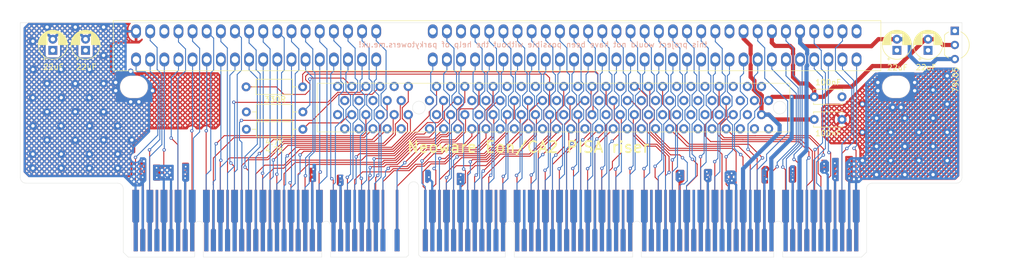
<source format=kicad_pcb>
(kicad_pcb (version 20240108) (generator "pcbnew") (generator_version "8.0")
  (layers (0 "F.Cu" signal) (1 "In1.Cu" signal) (2 "In2.Cu" signal) (31 "B.Cu" signal) (34 "B.Paste" user) (35 "F.Paste" user) (36 "B.SilkS" user "B.Silkscreen") (37 "F.SilkS" user "F.Silkscreen") (38 "B.Mask" user) (39 "F.Mask" user) (44 "Edge.Cuts" user))
  (net 0 "")
  (net 1 "-12V")
  (net 2 "GND")
  (net 3 "-5V")
  (net 4 "+5V")
  (net 5 "ACK64")
  (net 6 "REQ64")
  (net 8 "/AD7")
  (net 10 "/AD8")
  (net 11 "/AD9")
  (net 12 "/{slash}STOP")
  (net 13 "/REQ")
  (net 14 "/C{slash}BE#2")
  (net 16 "/AD6")
  (net 18 "+12V")
  (net 19 "/AD19")
  (net 21 "/AD17")
  (net 23 "/AD16")
  (net 25 "/PCICLK2")
  (net 26 "/{slash}LOCK")
  (net 27 "/AD1")
  (net 29 "/AD13")
  (net 30 "/{slash}TRDY")
  (net 31 "/AD27")
  (net 32 "/{slash}PCIRST")
  (net 34 "/INTB")
  (net 35 "/INTA")
  (net 37 "/AD18")
  (net 39 "/{slash}FRAME")
  (net 40 "/AD26")
  (net 41 "/AD4")
  (net 42 "/AD14")
  (net 43 "/AD25")
  (net 46 "/AD15")
  (net 47 "/AD2")
  (net 48 "/INTD")
  (net 49 "/INTC")
  (net 50 "/IRDY")
  (net 51 "/AD21")
  (net 52 "/{slash}DEVSEL")
  (net 54 "/AD5")
  (net 55 "/AD3")
  (net 57 "/AD31")
  (net 58 "/C{slash}BE#3")
  (net 59 "/AD12")
  (net 60 "/C{slash}BE#1")
  (net 61 "/GNT")
  (net 62 "/AD20")
  (net 63 "/C{slash}BE#0")
  (net 64 "/AD11")
  (net 68 "/AD28")
  (net 69 "/AD0")
  (net 70 "/PAR")
  (net 73 "SBO#")
  (net 77 "/{slash}SERR")
  (net 78 "/AD22")
  (net 79 "/AD23")
  (net 80 "/{slash}PERR")
  (net 81 "/AD30")
  (net 83 "/AD24")
  (net 85 "/AD29")
  (net 86 "/AD10")
  (net 87 "/IRQ10")
  (net 88 "/Data 1")
  (net 89 "/Addr 19")
  (net 90 "/LA20")
  (net 91 "/DRQ0")
  (net 92 "/ALE")
  (net 93 "/T{slash}C")
  (net 94 "/{slash}MCS16")
  (net 95 "/Data 9")
  (net 96 "/Addr 4")
  (net 97 "/Addr 7")
  (net 98 "/IRQ11")
  (net 99 "/Addr 11")
  (net 100 "/DRQ6")
  (net 101 "/IRQ14")
  (net 102 "/{slash}DACK0")
  (net 103 "/Data 0")
  (net 104 "/{slash}MASTER")
  (net 105 "/Addr 18")
  (net 106 "/Addr 6")
  (net 107 "/Data 3")
  (net 108 "/RESET")
  (net 109 "/IRQ15")
  (net 110 "/DRQ2")
  (net 111 "/{slash}DACK1")
  (net 112 "/{slash}IOW")
  (net 113 "/IRQ2{slash}9")
  (net 114 "/Data 10")
  (net 115 "/IRQ12")
  (net 116 "/DRQ1")
  (net 117 "/Addr 17")
  (net 118 "/Data 5")
  (net 119 "/Data 14")
  (net 120 "/Data 4")
  (net 121 "/LA18")
  (net 122 "/IRQ7")
  (net 123 "/{slash}IOCS16")
  (net 124 "/SBHE")
  (net 125 "/LA17")
  (net 126 "/AEN")
  (net 127 "/IO_RDY")
  (net 128 "/IRQ3")
  (net 129 "/Data 7")
  (net 130 "/{slash}MEMR")
  (net 131 "/Data 6")
  (net 132 "/Data 13")
  (net 133 "/Addr 8")
  (net 134 "/Addr 9")
  (net 135 "/{slash}IOCHCHK")
  (net 136 "/{slash}OWS")
  (net 137 "/Addr 0")
  (net 138 "/IRQ4")
  (net 139 "/{slash}DACK7")
  (net 140 "/{slash}DACK6")
  (net 141 "/Addr 1")
  (net 142 "/Addr 5")
  (net 143 "/{slash}DACK3")
  (net 144 "/LA19")
  (net 145 "/Addr 10")
  (net 146 "/Addr 14")
  (net 147 "/Addr 3")
  (net 148 "/Data 15")
  (net 149 "/DRQ5")
  (net 150 "/{slash}MEMW")
  (net 151 "/{slash}DACK2")
  (net 152 "/{slash}SMEMR")
  (net 153 "/{slash}REFRESH")
  (net 154 "/Addr 15")
  (net 155 "/{slash}DACK5")
  (net 156 "/{slash}SMEMW")
  (net 157 "/LA23")
  (net 158 "/Data 11")
  (net 159 "/Addr 2")
  (net 160 "/DRQ3")
  (net 161 "/Addr 12")
  (net 162 "/Data 2")
  (net 163 "/Data 8")
  (net 164 "/Addr 13")
  (net 165 "/LA21")
  (net 166 "/{slash}IOR")
  (net 167 "/OSC")
  (net 168 "/IRQ6")
  (net 169 "/IRQ5")
  (net 170 "/Data 12")
  (net 171 "/LA22")
  (net 172 "/DRQ7")
  (net 173 "/CLK")
  (net 174 "/Addr 16")
  (net 184 "Net-(J2-IDSEL)")
  (net 190 "SDONE")
  (footprint "Library:PCI" (layer "F.Cu") (at 155.925 83.41 -90)
    (property "Reference" "J2" (hide yes))
    (property "Value" "Bus_PCI_32bit_5V")
    (fp_circle (center 0 24.205001) (end 1.15 24.205) (stroke (width 0.05)) (fill none) (layer "Edge.Cuts"))
    (fp_circle (center 0 -40.66) (end 1.15 -40.66) (stroke (width 0.05)) (fill none) (layer "Edge.Cuts"))
  )
  (footprint "Resistor_THT:R_Axial_DIN0207_L6.3mm_D2.5mm_P10.16mm_Horizontal" (layer "F.Cu") (at 110.82 79.68 180)
    (property "Reference" "R3" (hide yes))
    (property "Value" "330R")
  )
  (footprint "Capacitor_THT:CP_Radial_D5.0mm_P2.00mm" (layer "F.Cu") (at 65.91 73.0926 90)
    (property "Reference" "C3" (hide yes))
    (property "Value" "22uF 18V")
  )
  (footprint "Capacitor_THT:C_Disc_D5.0mm_W2.5mm_P5.00mm" (layer "F.Cu") (at 202.79 81.47)
    (property "Reference" "C5" (hide yes))
    (property "Value" "100nF")
  )
  (footprint "Resistor_THT:R_Axial_DIN0207_L6.3mm_D2.5mm_P10.16mm_Horizontal" (layer "F.Cu") (at 100.7 84.19)
    (property "Reference" "R1" (hide yes))
    (property "Value" "4.7K")
  )
  (footprint "Capacitor_THT:CP_Radial_D5.0mm_P2.00mm" (layer "F.Cu") (at 217.659999 73.0926 90)
    (property "Reference" "C2" (hide yes))
    (property "Value" "22uF 18V" (hide yes))
  )
  (footprint "Package_TO_SOT_THT:TO-92_Inline_Wide" (layer "F.Cu") (at 228.07 69.59 -90)
    (property "Reference" "Q1" (hide yes))
    (property "Value" "79L05")
  )
  (footprint "Resistor_THT:R_Axial_DIN0207_L6.3mm_D2.5mm_P10.16mm_Horizontal" (layer "F.Cu") (at 100.7 87.31)
    (property "Reference" "R2" (hide yes))
    (property "Value" "4.7K")
  )
  (footprint "Capacitor_THT:CP_Radial_D5.0mm_P2.00mm" (layer "F.Cu") (at 71.79 73.0926 90)
    (property "Reference" "C4" (hide yes))
    (property "Value" "22uF 18V")
  )
  (footprint "Capacitor_THT:C_Disc_D5.0mm_W2.5mm_P5.00mm" (layer "F.Cu") (at 202.79 85.55)
    (property "Reference" "C6" (hide yes))
    (property "Value" "100nF")
  )
  (footprint "KiCad:ISA 98PIN" (layer "F.Cu") (at 210.415 69.67 -90)
    (property "Reference" "J1" (hide yes))
    (property "Value" "Bus_ISA_16bit")
  )
  (footprint "Library:EISA" (layer "F.Cu") (at 147.835 104.97)
    (property "Reference" "U1" (hide yes))
    (property "Value" "~" (hide yes))
  )
  (footprint "Capacitor_THT:CP_Radial_D5.0mm_P2.00mm" (layer "F.Cu") (at 223.26 73.0926 90)
    (property "Reference" "C1" (hide yes))
    (property "Value" "22uF 18V")
  )
  (gr_rect (start 76.78 67.76) (end 214.779642 76.76) (stroke (width 0.1)) (fill none) (layer "F.SilkS"))
  (gr_line (start 195.53784 104.65108) (end 195.53784 110.33) (stroke (width 0.05)) (layer "Edge.Cuts"))
  (gr_line (start 197.12 104.65108) (end 197.12 110.33) (stroke (width 0.05)) (layer "Edge.Cuts"))
  (gr_arc (start 91.39892 104.65108) (mid 92.19 103.86) (end 92.98108 104.65108) (stroke (width 0.05)) (layer "Edge.Cuts"))
  (gr_arc (start 79.99 81.68) (mid 77.99 79.68) (end 79.99 77.68) (stroke (width 0.05)) (layer "Edge.Cuts"))
  (gr_line (start 115.84 110.33) (end 115.84 104.65108) (stroke (width 0.05)) (layer "Edge.Cuts"))
  (gr_arc (start 129.85 97.68) (mid 130.775 96.755) (end 131.7 97.68) (stroke (width 0.05)) (layer "Edge.Cuts"))
  (gr_arc (start 212.2 98.027247) (mid 212.492502 97.316037) (end 213.202248 97.02) (stroke (width 0.05)) (layer "Edge.Cuts"))
  (gr_line (start 170.13784 104.65108) (end 170.13784 110.33) (stroke (width 0.05)) (layer "Edge.Cuts"))
  (gr_line (start 218.01 77.68) (end 217.01 77.68) (stroke (width 0.05)) (layer "Edge.Cuts"))
  (gr_line (start 218.01 81.68) (end 217.01 81.68) (stroke (width 0.05)) (layer "Edge.Cuts"))
  (gr_line (start 92.98108 104.65108) (end 92.98108 110.33) (stroke (width 0.05)) (layer "Edge.Cuts"))
  (gr_arc (start 80.99 77.68) (mid 82.99 79.68) (end 80.99 81.68) (stroke (width 0.05)) (layer "Edge.Cuts"))
  (gr_line (start 91.39892 110.33) (end 79.446252 110.33) (stroke (width 0.05)) (layer "Edge.Cuts"))
  (gr_line (start 129.85 109.98) (end 129.5 110.33) (stroke (width 0.05)) (layer "Edge.Cuts"))
  (gr_line (start 131.7 109.98) (end 132.05 110.33) (stroke (width 0.05)) (layer "Edge.Cuts"))
  (gr_line (start 171.72 104.65108) (end 171.72 110.33) (stroke (width 0.05)) (layer "Edge.Cuts"))
  (gr_line (start 60.065 68.12) (end 60.065 96.017751) (stroke (width 0.05)) (layer "Edge.Cuts"))
  (gr_line (start 213.202248 97.02) (end 228.362753 97.02) (stroke (width 0.05)) (layer "Edge.Cuts"))
  (gr_line (start 78.565 109.448748) (end 79.446252 110.33) (stroke (width 0.05)) (layer "Edge.Cuts"))
  (gr_line (start 78.565 109.448748) (end 78.565 98.019733) (stroke (width 0.05)) (layer "Edge.Cuts"))
  (gr_arc (start 114.25784 104.65108) (mid 115.04892 103.86) (end 115.84 104.65108) (stroke (width 0.05)) (layer "Edge.Cuts"))
  (gr_line (start 79.99 77.68) (end 80.99 77.68) (stroke (width 0.05)) (layer "Edge.Cuts"))
  (gr_line (start 229.365 68.12) (end 60.065 68.12) (stroke (width 0.05)) (layer "Edge.Cuts"))
  (gr_line (start 229.365 68.12) (end 229.365 96.012753) (stroke (width 0.05)) (layer "Edge.Cuts"))
  (gr_arc (start 170.13784 104.65108) (mid 170.92892 103.86) (end 171.72 104.65108) (stroke (width 0.05)) (layer "Edge.Cuts"))
  (gr_line (start 147.27784 104.65108) (end 147.27784 110.33) (stroke (width 0.05)) (layer "Edge.Cuts"))
  (gr_line (start 148.86 104.65108) (end 148.86 110.33) (stroke (width 0.05)) (layer "Edge.Cuts"))
  (gr_line (start 212.2 98.027247) (end 212.2 109.45) (stroke (width 0.05)) (layer "Edge.Cuts"))
  (gr_line (start 77.552753 97.02) (end 61.077247 97.02) (stroke (width 0.05)) (layer "Edge.Cuts"))
  (gr_line (start 129.85 97.68) (end 129.85 109.98) (stroke (width 0.05)) (layer "Edge.Cuts"))
  (gr_arc (start 147.27784 104.65108) (mid 148.06892 103.86) (end 148.86 104.65108) (stroke (width 0.05)) (layer "Edge.Cuts"))
  (gr_arc (start 195.53784 104.65108) (mid 196.32892 103.86) (end 197.12 104.65108) (stroke (width 0.05)) (layer "Edge.Cuts"))
  (gr_line (start 211.32 110.33) (end 197.12 110.33) (stroke (width 0.05)) (layer "Edge.Cuts"))
  (gr_line (start 147.27784 110.33) (end 132.05 110.33) (stroke (width 0.05)) (layer "Edge.Cuts"))
  (gr_arc (start 217.01 81.68) (mid 215.01 79.68) (end 217.01 77.68) (stroke (width 0.05)) (layer "Edge.Cuts"))
  (gr_arc (start 77.552753 97.02) (mid 78.265928 97.310223) (end 78.565 98.019733) (stroke (width 0.05)) (layer "Edge.Cuts"))
  (gr_line (start 80.99 81.68) (end 79.99 81.68) (stroke (width 0.05)) (layer "Edge.Cuts"))
  (gr_arc (start 229.365 96.012753) (mid 229.072484 96.723949) (end 228.362753 97.02) (stroke (width 0.05)) (layer "Edge.Cuts"))
  (gr_line (start 92.98108 110.33) (end 114.25784 110.33) (stroke (width 0.05)) (layer "Edge.Cuts"))
  (gr_line (start 212.2 109.45) (end 211.32 110.33) (stroke (width 0.05)) (layer "Edge.Cuts"))
  (gr_arc (start 218.01 77.68) (mid 220.01 79.68) (end 218.01 81.68) (stroke (width 0.05)) (layer "Edge.Cuts"))
  (gr_line (start 91.39892 104.65108) (end 91.39892 110.33) (stroke (width 0.05)) (layer "Edge.Cuts"))
  (gr_line (start 131.7 109.98) (end 131.7 97.68) (stroke (width 0.05)) (layer "Edge.Cuts"))
  (gr_line (start 195.53784 110.33) (end 171.72 110.33) (stroke (width 0.05)) (layer "Edge.Cuts"))
  (gr_arc (start 61.077247 97.02) (mid 60.363551 96.728519) (end 60.065 96.017751) (stroke (width 0.05)) (layer "Edge.Cuts"))
  (gr_line (start 129.5 110.33) (end 115.84 110.33) (stroke (width 0.05)) (layer "Edge.Cuts"))
  (gr_line (start 170.13784 110.33) (end 148.86 110.33) (stroke (width 0.05)) (layer "Edge.Cuts"))
  (gr_line (start 114.25784 104.65108) (end 114.25784 110.33) (stroke (width 0.05)) (layer "Edge.Cuts"))
  (gr_text "this project would not have been possible without the help of parkytowers.me.uk!" (at 183.66 72.64 0) (layer "B.SilkS") (effects (font (size 1 1)) (justify left bottom mirror)))
  (gr_text "22uF" (at 64.06 76.7 0) (layer "F.SilkS") (effects (font (size 1 1)) (justify left bottom)))
  (gr_text "22uF" (at 215.81 76.78 0) (layer "F.SilkS") (effects (font (size 1 1)) (justify left bottom)))
  (gr_text "22uF" (at 220.96 76.75 0) (layer "F.SilkS") (effects (font (size 1 1)) (justify left bottom)))
  (gr_text "Neoware Eon/CA2 PISA riser" (at 129.43 91.69 0) (layer "F.SilkS") (effects (font (size 2 2) (thickness 0.3) (bold yes)) (justify left bottom)))
  (gr_text "330R" (at 103.85 82.52 0) (layer "F.SilkS") (effects (font (size 1 1)) (justify left bottom)))
  (gr_text "22uF" (at 69.99 76.68 0) (layer "F.SilkS") (effects (font (size 1 1)) (justify left bottom)))
  (gr_text "4.7K" (at 104 90.2 0) (layer "F.SilkS") (effects (font (size 1 1)) (justify left bottom)))
  (gr_text "4.7K" (at 104 91.63 0) (layer "F.SilkS") (effects (font (size 1 1)) (justify left bottom)))
  (segment (start 195.255 81.47) (end 198.713982 81.47) (width 0.75) (layer "F.Cu") (net 1))
  (segment (start 222.66 71.2) (end 217.93 75.93) (width 0.75) (layer "F.Cu") (net 1))
  (segment (start 213.27 75.93) (end 209.56 79.64) (width 0.75) (layer "F.Cu") (net 1))
  (segment (start 201.66 79.07) (end 200.14 79.07) (width 0.75) (layer "F.Cu") (net 1))
  (segment (start 198.713982 81.47) (end 198.732485 81.488503) (width 0.75) (layer "F.Cu") (net 1))
  (segment (start 200.14 79.07) (end 198.98 77.91) (width 0.75) (layer "F.Cu") (net 1))
  (segment (start 204.49 81.47) (end 202.79 81.47) (width 0.75) (layer "F.Cu") (net 1))
  (segment (start 195.175 69.67) (end 195.175 71.715) (width 0.75) (layer "F.Cu") (net 1))
  (segment (start 195.175 71.715) (end 195.76 72.3) (width 0.75) (layer "F.Cu") (net 1))
  (segment (start 206.32 79.64) (end 204.49 81.47) (width 0.75) (layer "F.Cu") (net 1))
  (segment (start 202.79 81.47) (end 198.750988 81.47) (width 0.75) (layer "F.Cu") (net 1))
  (segment (start 194.585 82.14) (end 195.255 81.47) (width 0.75) (layer "F.Cu") (net 1))
  (segment (start 222.66 71.0926) (end 222.66 71.2) (width 0.75) (layer "F.Cu") (net 1))
  (segment (start 224.9126 71.0926) (end 222.66 71.0926) (width 0.75) (layer "F.Cu") (net 1))
  (segment (start 225.95 72.13) (end 224.9126 71.0926) (width 0.75) (layer "F.Cu") (net 1))
  (segment (start 195.76 72.3) (end 198.43 72.3) (width 0.75) (layer "F.Cu") (net 1))
  (segment (start 198.99 72.86) (end 198.99 73.624746) (width 0.75) (layer "F.Cu") (net 1))
  (segment (start 202.79 81.47) (end 202.79 80.2) (width 0.75) (layer "F.Cu") (net 1))
  (segment (start 198.98 77.91) (end 198.98 75.875254) (width 0.75) (layer "F.Cu") (net 1))
  (segment (start 202.79 80.2) (end 201.66 79.07) (width 0.75) (layer "F.Cu") (net 1))
  (segment (start 198.750988 81.47) (end 198.732485 81.488503) (width 0.75) (layer "F.Cu") (net 1))
  (segment (start 198.43 72.3) (end 198.99 72.86) (width 0.75) (layer "F.Cu") (net 1))
  (segment (start 227.32 72.13) (end 225.95 72.13) (width 0.75) (layer "F.Cu") (net 1))
  (segment (start 217.93 75.93) (end 213.27 75.93) (width 0.75) (layer "F.Cu") (net 1))
  (segment (start 209.56 79.64) (end 206.32 79.64) (width 0.75) (layer "F.Cu") (net 1))
  (via (at 198.732485 81.488503) (size 0.6) (drill 0.3) (layers "F.Cu" "B.Cu") (net 1))
  (segment (start 198.732485 88.897515) (end 198.732485 81.488503) (width 0.75) (layer "B.Cu") (net 1))
  (segment (start 195.075 101.05) (end 195.075 92.555) (width 0.75) (layer "B.Cu") (net 1))
  (segment (start 195.075 92.555) (end 198.732485 88.897515) (width 0.75) (layer "B.Cu") (net 1))
  (segment (start 178.595 96.195) (end 178.59 96.19) (width 0.4) (layer "F.Cu") (net 2))
  (segment (start 183.675 108.97) (end 183.675 96.445) (width 0.4) (layer "F.Cu") (net 2))
  (segment (start 206.535 96.195) (end 206.51 96.17) (width 0.4) (layer "F.Cu") (net 2))
  (segment (start 206.535 108.97) (end 206.535 96.195) (width 0.4) (layer "F.Cu") (net 2))
  (segment (start 178.595 108.97) (end 178.595 96.195) (width 0.4) (layer "F.Cu") (net 2))
  (segment (start 82.075 108.97) (end 82.075 95.955) (width 0.4) (layer "F.Cu") (net 2))
  (segment (start 209.075 96.115) (end 209.08 96.11) (width 0.4) (layer "F.Cu") (net 2))
  (segment (start 117.635 108.97) (end 117.635 97.235) (width 0.4) (layer "F.Cu") (net 2))
  (segment (start 112.555 96.435) (end 112.6 96.39) (width 0.4) (layer "F.Cu") (net 2))
  (segment (start 117.635 97.235) (end 117.54 97.14) (width 0.4) (layer "F.Cu") (net 2))
  (segment (start 112.555 108.97) (end 112.555 96.435) (width 0.4) (layer "F.Cu") (net 2))
  (segment (start 183.675 96.445) (end 183.48 96.25) (width 0.4) (layer "F.Cu") (net 2))
  (segment (start 209.075 108.97) (end 209.075 96.115) (width 0.4) (layer "F.Cu") (net 2))
  (segment (start 82.075 95.955) (end 82.06 95.94) (width 0.4) (layer "F.Cu") (net 2))
  (via (at 224.16 90.4) (size 1) (drill 0.6) (layers "F.Cu" "B.Cu") (net 2))
  (via (at 69.95 79.08) (size 1) (drill 0.6) (layers "F.Cu" "B.Cu") (net 2))
  (via (at 214 85.32) (size 1) (drill 0.6) (layers "F.Cu" "B.Cu") (net 2))
  (via (at 220.85 80.36) (size 1) (drill 0.6) (layers "F.Cu" "B.Cu") (net 2))
  (via (at 216.92 83.37) (size 1) (drill 0.6) (layers "F.Cu" "B.Cu") (net 2))
  (via (at 117.56 95.83) (size 0.6) (drill 0.3) (layers "F.Cu" "B.Cu") (net 2))
  (via (at 62.33 71.46) (size 1) (drill 0.6) (layers "F.Cu" "B.Cu") (net 2))
  (via (at 72.49 91.78) (size 1) (drill 0.6) (layers "F.Cu" "B.Cu") (net 2))
  (via (at 79.9 82.37) (size 1) (drill 0.6) (layers "F.Cu" "B.Cu") (net 2))
  (via (at 214.23 80.36) (size 1) (drill 0.6) (layers "F.Cu" "B.Cu") (net 2))
  (via (at 67.41 91.78) (size 1) (drill 0.6) (layers "F.Cu" "B.Cu") (net 2))
  (via (at 72.49 94.32) (size 1) (drill 0.6) (layers "F.Cu" "B.Cu") (net 2))
  (via (at 72.49 76.54) (size 1) (drill 0.6) (layers "F.Cu" "B.Cu") (net 2))
  (via (at 220.85 78.88) (size 1) (drill 0.6) (layers "F.Cu" "B.Cu") (net 2))
  (via (at 64.87 84.16) (size 1) (drill 0.6) (layers "F.Cu" "B.Cu") (net 2))
  (via (at 219.08 95.48) (size 1) (drill 0.6) (layers "F.Cu" "B.Cu") (net 2))
  (via (at 69.95 68.92) (size 1) (drill 0.6) (layers "F.Cu" "B.Cu") (net 2))
  (via (at 82.06 95.94) (size 0.6) (drill 0.3) (layers "F.Cu" "B.Cu") (net 2))
  (via (at 221.62 92.94) (size 1) (drill 0.6) (layers "F.Cu" "B.Cu") (net 2))
  (via (at 219.08 85.32) (size 1) (drill 0.6) (layers "F.Cu" "B.Cu") (net 2))
  (via (at 183.48 94.97) (size 0.6) (drill 0.3) (layers "F.Cu" "B.Cu") (net 2))
  (via (at 67.41 76.54) (size 1) (drill 0.6) (layers "F.Cu" "B.Cu") (net 2))
  (via (at 211.46 92.94) (size 1) (drill 0.6) (layers "F.Cu" "B.Cu") (net 2))
  (via (at 77.57 86.7) (size 1) (drill 0.6) (layers "F.Cu" "B.Cu") (net 2))
  (via (at 80.11 89.24) (size 1) (drill 0.6) (layers "F.Cu" "B.Cu") (net 2))
  (via (at 69.95 89.24) (size 1) (drill 0.6) (layers "F.Cu" "B.Cu") (net 2))
  (via (at 178.53 95.1) (size 0.6) (drill 0.3) (layers "F.Cu" "B.Cu") (net 2))
  (via (at 64.87 79.08) (size 1) (drill 0.6) (layers "F.Cu" "B.Cu") (net 2))
  (via (at 209.1 93.64) (size 0.6) (drill 0.3) (layers "F.Cu" "B.Cu") (net 2))
  (via (at 214 95.48) (size 1) (drill 0.6) (layers "F.Cu" "B.Cu") (net 2))
  (via (at 64.87 89.24) (size 1) (drill 0.6) (layers "F.Cu" "B.Cu") (net 2))
  (via (at 216.54 87.86) (size 1) (drill 0.6) (layers "F.Cu" "B.Cu") (net 2))
  (via (at 133.5125 95.931343) (size 0.6) (drill 0.3) (layers "F.Cu" "B.Cu") (net 2))
  (via (at 209.08 96.11) (size 0.6) (drill 0.3) (layers "F.Cu" "B.Cu") (net 2))
  (via (at 69.95 84.16) (size 1) (drill 0.6) (layers "F.Cu" "B.Cu") (net 2))
  (via (at 77.57 91.78) (size 1) (drill 0.6) (layers "F.Cu" "B.Cu") (net 2))
  (via (at 62.33 76.54) (size 1) (drill 0.6) (layers "F.Cu" "B.Cu") (net 2))
  (via (at 75.03 68.92) (size 1) (drill 0.6) (layers "F.Cu" "B.Cu") (net 2))
  (via (at 224.16 80.24) (size 1) (drill 0.6) (layers "F.Cu" "B.Cu") (net 2))
  (via (at 183.48 96.25) (size 0.6) (drill 0.3) (layers "F.Cu" "B.Cu") (net 2))
  (via (at 178.59 96.19) (size 0.6) (drill 0.3) (layers "F.Cu" "B.Cu") (net 2))
  (via (at 187.94 95.25) (size 0.6) (drill 0.3) (layers "F.Cu" "B.Cu") (net 2))
  (via (at 67.41 81.62) (size 1) (drill 0.6) (layers "F.Cu" "B.Cu") (net 2))
  (via (at 64.87 68.92) (size 1) (drill 0.6) (layers "F.Cu" "B.Cu") (net 2))
  (via (at 206.5 93.43) (size 0.6) (drill 0.3) (layers "F.Cu" "B.Cu") (net 2))
  (via (at 62.33 86.7) (size 1) (drill 0.6) (layers "F.Cu" "B.Cu") (net 2))
  (via (at 77.21 80.36) (size 1) (drill 0.6) (layers "F.Cu" "B.Cu") (net 2))
  (via (at 219.08 90.4) (size 1) (drill 0.6) (layers "F.Cu" "B.Cu") (net 2))
  (via (at 75.03 84.16) (size 1) (drill 0.6) (layers "F.Cu" "B.Cu") (net 2))
  (via (at 81.38 82.37) (size 1) (drill 0.6) (layers "F.Cu" "B.Cu") (net 2))
  (via (at 62.33 94.32) (size 1) (drill 0.6) (layers "F.Cu" "B.Cu") (net 2))
  (via (at 79.9 76.88) (size 1) (drill 0.6) (layers "F.Cu" "B.Cu") (net 2))
  (via (at 226.7 77.7) (size 1) (drill 0.6) (layers "F.Cu" "B.Cu") (net 2))
  (via (at 224.16 95.48) (size 1) (drill 0.6) (layers "F.Cu" "B.Cu") (net 2))
  (via (at 112.74 94.51) (size 0.6) (drill 0.3) (layers "F.Cu" "B.Cu") (net 2))
  (via (at 211.46 87.86) (size 1) (drill 0.6) (layers "F.Cu" "B.Cu") (net 2))
  (via (at 221.62 87.86) (size 1) (drill 0.6) (layers "F.Cu" "B.Cu") (net 2))
  (via (at 62.33 91.78) (size 1) (drill 0.6) (layers "F.Cu" "B.Cu") (net 2))
  (via (at 117.54 97.14) (size 0.6) (drill 0.3) (layers "F.Cu" "B.Cu") (net 2))
  (via (at 211.46 82.78) (size 1) (drill 0.6) (layers "F.Cu" "B.Cu") (net 2))
  (via (at 72.49 86.7) (size 1) (drill 0.6) (layers "F.Cu" "B.Cu") (net 2))
  (via (at 67.41 86.7) (size 1) (drill 0.6) (layers "F.Cu" "B.Cu") (net 2))
  (via (at 77.57 94.32) (size 1) (drill 0.6) (layers "F.Cu" "B.Cu") (net 2))
  (via (at 112.6 96.39) (size 0.6) (drill 0.3) (layers "F.Cu" "B.Cu") (net 2))
  (via (at 187.98 96.56) (size 0.6) (drill 0.3) (layers "F.Cu" "B.Cu") (net 2))
  (via (at 67.41 94.32) (size 1) (drill 0.6) (layers "F.Cu" "B.Cu") (net 2))
  (via (at 75.03 79.08) (size 1) (drill 0.6) (layers "F.Cu" "B.Cu") (net 2))
  (via (at 226.7 92.94) (size 1) (drill 0.6) (layers "F.Cu" "B.Cu") (net 2))
  (via (at 226.7 82.78) (size 1) (drill 0.6) (layers "F.Cu" "B.Cu") (net 2))
  (via (at 226.7 87.86) (size 1) (drill 0.6) (layers "F.Cu" "B.Cu") (net 2))
  (via (at 214 90.4) (size 1) (drill 0.6) (layers "F.Cu" "B.Cu") (net 2))
  (via (at 75.03 74) (size 1) (drill 0.6) (layers "F.Cu" "B.Cu") (net 2))
  (via (at 72.49 81.62) (size 1) (drill 0.6) (layers "F.Cu" "B.Cu") (net 2))
  (via (at 83.83 80.36) (size 1) (drill 0.6) (layers "F.Cu" "B.Cu") (net 2))
  (via (at 214.23 78.88) (size 1) (drill 0.6) (layers "F.Cu" "B.Cu") (net 2))
  (via (at 75.03 89.24) (size 1) (drill 0.6) (layers "F.Cu" "B.Cu") (net 2))
  (via (at 77.21 78.88) (size 1) (drill 0.6) (layers "F.Cu" "B.Cu") (net 2))
  (via (at 224.16 85.32) (size 1) (drill 0.6) (layers "F.Cu" "B.Cu") (net 2))
  (via (at 206.51 96.17) (size 0.6) (drill 0.3) (layers "F.Cu" "B.Cu") (net 2))
  (via (at 216.54 92.94) (size 1) (drill 0.6) (layers "F.Cu" "B.Cu") (net 2))
  (via (at 62.33 81.62) (size 1) (drill 0.6) (layers "F.Cu" "B.Cu") (net 2))
  (via (at 218.4 83.37) (size 1) (drill 0.6) (layers "F.Cu" "B.Cu") (net 2))
  (segment (start 210.312 96.012) (end 210.315 96.015) (width 0.4) (layer "B.Cu") (net 2))
  (segment (start 82.075 95.955) (end 82.06 95.94) (width 0.4) (layer "B.Cu") (net 2))
  (segment (start 134.115 96.785) (end 133.5125 96.1825) (width 0.4) (layer "B.Cu") (net 2))
  (segment (start 206.535 96.195) (end 206.51 96.17) (width 0.4) (layer "B.Cu") (net 2))
  (segment (start 112.555 96.435) (end 112.6 96.39) (width 0.4) (layer "B.Cu") (net 2))
  (segment (start 188.755 108.97) (end 188.755 97.335) (width 0.4) (layer "B.Cu") (net 2))
  (segment (start 187.455 97.085) (end 187.98 96.56) (width 0.4) (layer "B.Cu") (net 2))
  (segment (start 183.675 108.97) (end 183.675 96.445) (width 0.4) (layer "B.Cu") (net 2))
  (segment (start 80.775 97.031) (end 80.772 97.028) (width 0.4) (layer "B.Cu") (net 2))
  (segment (start 210.315 101.05) (end 210.315 96.015) (width 0.4) (layer "B.Cu") (net 2))
  (segment (start 134.115 101.05) (end 134.115 96.785) (width 0.4) (layer "B.Cu") (net 2))
  (segment (start 80.775 101.05) (end 80.775 97.031) (width 0.4) (layer "B.Cu") (net 2))
  (segment (start 117.635 97.235) (end 117.54 97.14) (width 0.4) (layer "B.Cu") (net 2))
  (segment (start 112.555 108.97) (end 112.555 96.435) (width 0.4) (layer "B.Cu") (net 2))
  (segment (start 82.075 108.97) (end 82.075 95.955) (width 0.4) (layer "B.Cu") (net 2))
  (segment (start 209.075 108.97) (end 209.075 96.115) (width 0.4) (layer "B.Cu") (net 2))
  (segment (start 133.5125 96.1825) (end 133.5125 95.931343) (width 0.4) (layer "B.Cu") (net 2))
  (segment (start 183.675 96.445) (end 183.48 96.25) (width 0.4) (layer "B.Cu") (net 2))
  (segment (start 187.455 101.05) (end 187.455 97.085) (width 0.4) (layer "B.Cu") (net 2))
  (segment (start 188.755 97.335) (end 187.98 96.56) (width 0.4) (layer "B.Cu") (net 2))
  (segment (start 209.075 96.115) (end 209.08 96.11) (width 0.4) (layer "B.Cu") (net 2))
  (segment (start 80.875 69.67) (end 78.38 69.67) (width 0.4) (layer "B.Cu") (net 2))
  (segment (start 78.38 69.67) (end 78.34 69.63) (width 0.4) (layer "B.Cu") (net 2))
  (segment (start 117.635 108.97) (end 117.635 97.235) (width 0.4) (layer "B.Cu") (net 2))
  (segment (start 206.535 108.97) (end 206.535 96.195) (width 0.4) (layer "B.Cu") (net 2))
  (segment (start 200.255 69.67) (end 200.255 70.655) (width 0.4) (layer "F.Cu") (net 3))
  (segment (start 217.709999 71.0926) (end 214.3374 71.0926) (width 0.75) (layer "F.Cu") (net 3))
  (segment (start 214.3374 71.0926) (end 213.08 72.35) (width 0.75) (layer "F.Cu") (net 3))
  (segment (start 213.08 72.35) (end 200.87 72.35) (width 0.75) (layer "F.Cu") (net 3))
  (segment (start 200.87 72.35) (end 200.255 71.735) (width 0.75) (layer "F.Cu") (net 3))
  (segment (start 200.255 71.735) (end 200.255 69.67) (width 0.75) (layer "F.Cu") (net 3))
  (segment (start 201.41 75.985254) (end 201.52 75.875254) (width 0.75) (layer "B.Cu") (net 3))
  (segment (start 201.41 91.1) (end 201.41 75.985254) (width 0.75) (layer "B.Cu") (net 3))
  (segment (start 219.97 71.99) (end 219.0726 71.0926) (width 0.75) (layer "B.Cu") (net 3))
  (segment (start 223.92 75.54) (end 221.47 75.54) (width 0.75) (layer "B.Cu") (net 3))
  (segment (start 224.79 74.67) (end 223.92 75.54) (width 0.75) (layer "B.Cu") (net 3))
  (segment (start 221.47 75.54) (end 219.97 74.04) (width 0.75) (layer "B.Cu") (net 3))
  (segment (start 200.255 71.775) (end 200.255 69.67) (width 0.75) (layer "B.Cu") (net 3))
  (segment (start 200.155 101.05) (end 200.155 92.355) (width 0.75) (layer "B.Cu") (net 3))
  (segment (start 201.52 73.04) (end 200.255 71.775) (width 0.75) (layer "B.Cu") (net 3))
  (segment (start 219.0726 71.0926) (end 217.709999 71.0926) (width 0.75) (layer "B.Cu") (net 3))
  (segment (start 201.52 73.66) (end 201.52 73.04) (width 0.75) (layer "B.Cu") (net 3))
  (segment (start 228.07 74.67) (end 224.79 74.67) (width 0.75) (layer "B.Cu") (net 3))
  (segment (start 219.97 74.04) (end 219.97 71.99) (width 0.75) (layer "B.Cu") (net 3))
  (segment (start 200.155 92.355) (end 201.41 91.1) (width 0.75) (layer "B.Cu") (net 3))
  (segment (start 89.695 96.115) (end 89.69 96.11) (width 0.4) (layer "F.Cu") (net 4))
  (segment (start 193.835 96.625) (end 194.19 96.27) (width 0.4) (layer "F.Cu") (net 4))
  (segment (start 198.915 96.415) (end 198.91 96.41) (width 0.4) (layer "F.Cu") (net 4))
  (segment (start 198.915 108.97) (end 198.915 96.415) (width 0.4) (layer "F.Cu") (net 4))
  (segment (start 89.695 108.97) (end 89.695 96.115) (width 0.4) (layer "F.Cu") (net 4))
  (segment (start 193.835 108.97) (end 193.835 96.625) (width 0.4) (layer "F.Cu") (net 4))
  (via (at 84.56 94.25) (size 0.6) (drill 0.3) (layers "F.Cu" "B.Cu") (net 4))
  (via (at 204.57 93.53) (size 0.6) (drill 0.3) (layers "F.Cu" "B.Cu") (net 4))
  (via (at 89.69 96.11) (size 0.6) (drill 0.3) (layers "F.Cu" "B.Cu") (net 4))
  (via (at 198.91 96.41) (size 0.6) (drill 0.3) (layers "F.Cu" "B.Cu") (net 4))
  (via (at 87.08 94.24) (size 0.6) (drill 0.3) (layers "F.Cu" "B.Cu") (net 4))
  (via (at 139.19 96.78) (size 0.6) (drill 0.3) (layers "F.Cu" "B.Cu") (net 4))
  (via (at 204.63 94.86) (size 0.6) (drill 0.3) (layers "F.Cu" "B.Cu") (net 4))
  (via (at 89.79 94.05) (size 0.6) (drill 0.3) (layers "F.Cu" "B.Cu") (net 4))
  (via (at 139.22 95.57) (size 0.6) (drill 0.3) (layers "F.Cu" "B.Cu") (net 4))
  (via (at 194.19 96.27) (size 0.6) (drill 0.3) (layers "F.Cu" "B.Cu") (net 4))
  (via (at 194.18 94.57) (size 0.6) (drill 0.3) (layers "F.Cu" "B.Cu") (net 4))
  (via (at 198.91 94.49) (size 0.6) (drill 0.3) (layers "F.Cu" "B.Cu") (net 4))
  (via (at 87.122 96.012) (size 0.6) (drill 0.3) (layers "F.Cu" "B.Cu") (net 4))
  (via (at 84.6 96) (size 0.6) (drill 0.3) (layers "F.Cu" "B.Cu") (net 4))
  (segment (start 139.195 95.595) (end 139.22 95.57) (width 0.4) (layer "B.Cu") (net 4))
  (segment (start 139.195 101.05) (end 139.195 95.595) (width 0.4) (layer "B.Cu") (net 4))
  (segment (start 198.915 96.415) (end 198.91 96.41) (width 0.4) (layer "B.Cu") (net 4))
  (segment (start 85.852 96.012) (end 85.855 96.015) (width 0.4) (layer "B.Cu") (net 4))
  (segment (start 193.835 108.97) (end 193.835 96.625) (width 0.4) (layer "B.Cu") (net 4))
  (segment (start 89.695 108.97) (end 89.695 96.115) (width 0.4) (layer "B.Cu") (net 4))
  (segment (start 193.835 96.625) (end 194.19 96.27) (width 0.4) (layer "B.Cu") (net 4))
  (segment (start 205.235 101.05) (end 205.235 95.465) (width 0.4) (layer "B.Cu") (net 4))
  (segment (start 87.122 96.012) (end 87.155 96.045) (width 0.4) (layer "B.Cu") (net 4))
  (segment (start 87.155 108.97) (end 87.155 96.045) (width 0.4) (layer "B.Cu") (net 4))
  (segment (start 85.855 101.05) (end 85.855 96.015) (width 0.4) (layer "B.Cu") (net 4))
  (segment (start 205.235 95.465) (end 204.63 94.86) (width 0.4) (layer "B.Cu") (net 4))
  (segment (start 89.695 96.115) (end 89.69 96.11) (width 0.4) (layer "B.Cu") (net 4))
  (segment (start 198.915 108.97) (end 198.915 96.415) (width 0.4) (layer "B.Cu") (net 4))
  (segment (start 112.305248 78.1) (end 118.155 78.1) (width 0.175) (layer "F.Cu") (net 5))
  (segment (start 118.155 78.1) (end 119.655 79.6) (width 0.175) (layer "F.Cu") (net 5))
  (segment (start 112.1175 78.287748) (end 112.305248 78.1) (width 0.175) (layer "F.Cu") (net 5))
  (via (at 112.1175 78.287748) (size 0.6) (drill 0.3) (layers "F.Cu" "B.Cu") (net 5))
  (segment (start 112.117504 78.287752) (end 112.117504 82.932496) (width 0.175) (layer "B.Cu") (net 5))
  (segment (start 112.117504 82.932496) (end 110.86 84.19) (width 0.175) (layer "B.Cu") (net 5))
  (segment (start 112.1175 78.287748) (end 112.117504 78.287752) (width 0.175) (layer "B.Cu") (net 5))
  (segment (start 112.0025 86.1675) (end 117.7125 86.1675) (width 0.175) (layer "F.Cu") (net 6))
  (segment (start 110.86 87.31) (end 112.0025 86.1675) (width 0.175) (layer "F.Cu") (net 6))
  (segment (start 119.199999 84.680001) (end 119.655 84.680001) (width 0.175) (layer "F.Cu") (net 6))
  (segment (start 117.7125 86.1675) (end 119.199999 84.680001) (width 0.175) (layer "F.Cu") (net 6))
  (segment (start 127.4925 86.3875) (end 128.38 85.5) (width 0.175) (layer "F.Cu") (net 8))
  (segment (start 128.38 82.305) (end 128.545 82.14) (width 0.175) (layer "F.Cu") (net 8))
  (segment (start 105.56 92.85) (end 108.19 90.22) (width 0.175) (layer "F.Cu") (net 8))
  (segment (start 127.4925 88.3075) (end 127.4925 86.3875) (width 0.175) (layer "F.Cu") (net 8))
  (segment (start 108.19 90.22) (end 125.58 90.22) (width 0.175) (layer "F.Cu") (net 8))
  (segment (start 128.38 85.5) (end 128.38 82.305) (width 0.175) (layer "F.Cu") (net 8))
  (segment (start 125.58 90.22) (end 127.4925 88.3075) (width 0.175) (layer "F.Cu") (net 8))
  (via (at 105.56 92.85) (size 0.6) (drill 0.3) (layers "F.Cu" "B.Cu") (net 8))
  (segment (start 105.54 92.87) (end 105.54 95.85) (width 0.175) (layer "B.Cu") (net 8))
  (segment (start 105.56 92.85) (end 105.54 92.87) (width 0.175) (layer "B.Cu") (net 8))
  (segment (start 105.54 95.85) (end 104.935 96.455) (width 0.175) (layer "B.Cu") (net 8))
  (segment (start 104.935 96.455) (end 104.935 108.97) (width 0.175) (layer "B.Cu") (net 8))
  (segment (start 129.68 86.32) (end 129.68 87.71) (width 0.175) (layer "F.Cu") (net 10))
  (segment (start 128.74 85.38) (end 129.68 86.32) (width 0.175) (layer "F.Cu") (net 10))
  (segment (start 129.815 82.35846) (end 128.74 83.43346) (width 0.175) (layer "F.Cu") (net 10))
  (segment (start 129.815 79.6) (end 129.815 82.35846) (width 0.175) (layer "F.Cu") (net 10))
  (segment (start 128.74 83.43346) (end 128.74 85.38) (width 0.175) (layer "F.Cu") (net 10))
  (segment (start 109.59 90.57) (end 108.08 92.08) (width 0.175) (layer "F.Cu") (net 10))
  (segment (start 129.68 87.71) (end 126.82 90.57) (width 0.175) (layer "F.Cu") (net 10))
  (segment (start 126.82 90.57) (end 109.59 90.57) (width 0.175) (layer "F.Cu") (net 10))
  (via (at 108.08 92.08) (size 0.6) (drill 0.3) (layers "F.Cu" "B.Cu") (net 10))
  (segment (start 107.7625 92.3975) (end 108.08 92.08) (width 0.175) (layer "B.Cu") (net 10))
  (segment (start 107.475 97.5575) (end 107.7625 97.27) (width 0.175) (layer "B.Cu") (net 10))
  (segment (start 107.7625 97.27) (end 107.7625 92.3975) (width 0.175) (layer "B.Cu") (net 10))
  (segment (start 107.475 108.97) (end 107.475 97.5575) (width 0.175) (layer "B.Cu") (net 10))
  (segment (start 107.475 108.97) (end 107.7625 108.6825) (width 0.175) (layer "B.Cu") (net 10))
  (segment (start 104.975 94.995) (end 105.63 94.34) (width 0.175) (layer "F.Cu") (net 11))
  (segment (start 132.665 88.18) (end 133.625 87.22) (width 0.175) (layer "F.Cu") (net 11))
  (segment (start 121.424974 92.87) (end 122.234974 92.06) (width 0.175) (layer "F.Cu") (net 11))
  (segment (start 107.400471 94.34) (end 108.870471 92.87) (width 0.175) (layer "F.Cu") (net 11))
  (segment (start 105.63 94.34) (end 107.400471 94.34) (width 0.175) (layer "F.Cu") (net 11))
  (segment (start 108.870471 92.87) (end 121.424974 92.87) (width 0.175) (layer "F.Cu") (net 11))
  (segment (start 127.364975 92.06) (end 131.244975 88.18) (width 0.175) (layer "F.Cu") (net 11))
  (segment (start 104.975 107.63) (end 104.975 94.995) (width 0.175) (layer "F.Cu") (net 11))
  (segment (start 122.234974 92.06) (end 127.364975 92.06) (width 0.175) (layer "F.Cu") (net 11))
  (segment (start 131.244975 88.18) (end 132.665 88.18) (width 0.175) (layer "F.Cu") (net 11))
  (segment (start 132.48 97.6) (end 132.48 94.95) (width 0.175) (layer "F.Cu") (net 12))
  (segment (start 132.875 108.97) (end 132.875 97.995) (width 0.175) (layer "F.Cu") (net 12))
  (segment (start 136.46 93.54) (end 138.28 91.72) (width 0.175) (layer "F.Cu") (net 12))
  (segment (start 133.89 93.54) (end 136.46 93.54) (width 0.175) (layer "F.Cu") (net 12))
  (segment (start 147.38 84.895) (end 147.595 84.68) (width 0.175) (layer "F.Cu") (net 12))
  (segment (start 143.437646 91.72) (end 147.38 87.777646) (width 0.175) (layer "F.Cu") (net 12))
  (segment (start 132.48 94.95) (end 133.89 93.54) (width 0.175) (layer "F.Cu") (net 12))
  (segment (start 132.875 97.995) (end 132.48 97.6) (width 0.175) (layer "F.Cu") (net 12))
  (segment (start 138.28 91.72) (end 143.437646 91.72) (width 0.175) (layer "F.Cu") (net 12))
  (segment (start 147.38 87.777646) (end 147.38 84.895) (width 0.175) (layer "F.Cu") (net 12))
  (segment (start 176.67654 91.12) (end 173.2125 87.65596) (width 0.175) (layer "F.Cu") (net 13))
  (segment (start 186.215 108.97) (end 186.215 91.785) (width 0.175) (layer "F.Cu") (net 13))
  (segment (start 173.2125 87.65596) (end 173.2125 86.2) (width 0.175) (layer "F.Cu") (net 13))
  (segment (start 173.2125 83.0125) (end 173.2125 81.70404) (width 0.175) (layer "F.Cu") (net 13))
  (segment (start 173.24 81.67654) (end 173.24 79.845) (width 0.175) (layer "F.Cu") (net 13))
  (segment (start 173.2125 81.70404) (end 173.24 81.67654) (width 0.175) (layer "F.Cu") (net 13))
  (segment (start 173.24 79.845) (end 172.995 79.6) (width 0.175) (layer "F.Cu") (net 13))
  (segment (start 174.0475 85.365) (end 174.0475 83.8475) (width 0.175) (layer "F.Cu") (net 13))
  (segment (start 185.55 91.12) (end 176.67654 91.12) (width 0.175) (layer "F.Cu") (net 13))
  (segment (start 174.0475 83.8475) (end 173.2125 83.0125) (width 0.175) (layer "F.Cu") (net 13))
  (segment (start 173.2125 86.2) (end 174.0475 85.365) (width 0.175) (layer "F.Cu") (net 13))
  (segment (start 186.215 91.785) (end 185.55 91.12) (width 0.175) (layer "F.Cu") (net 13))
  (segment (start 146.057546 91.08) (end 149.635026 91.08) (width 0.175) (layer "F.Cu") (net 14))
  (segment (start 137.955 108.97) (end 137.955 94.365) (width 0.175) (layer "F.Cu") (net 14))
  (segment (start 152.4575 86.4575) (end 151.6225 85.6225) (width 0.175) (layer "F.Cu") (net 14))
  (segment (start 141.325025 93.88) (end 142.085025 93.12) (width 0.175) (layer "F.Cu") (net 14))
  (segment (start 153.64 82.14) (end 153.945 82.14) (width 0.175) (layer "F.Cu") (net 14))
  (segment (start 152.4575 88.257526) (end 152.4575 86.4575) (width 0.175) (layer "F.Cu") (net 14))
  (segment (start 151.6225 84.1575) (end 153.64 82.14) (width 0.175) (layer "F.Cu") (net 14))
  (segment (start 138.44 93.88) (end 141.325025 93.88) (width 0.175) (layer "F.Cu") (net 14))
  (segment (start 142.085025 93.12) (end 144.017546 93.12) (width 0.175) (layer "F.Cu") (net 14))
  (segment (start 151.6225 85.6225) (end 151.6225 84.1575) (width 0.175) (layer "F.Cu") (net 14))
  (segment (start 137.955 94.365) (end 138.44 93.88) (width 0.175) (layer "F.Cu") (net 14))
  (segment (start 144.017546 93.12) (end 146.057546 91.08) (width 0.175) (layer "F.Cu") (net 14))
  (segment (start 149.635026 91.08) (end 152.4575 88.257526) (width 0.175) (layer "F.Cu") (net 14))
  (segment (start 127.1 84.855) (end 127.275 84.68) (width 0.175) (layer "F.Cu") (net 16))
  (segment (start 107.494974 89.87) (end 125.33 89.87) (width 0.175) (layer "F.Cu") (net 16))
  (segment (start 100.924 92.806) (end 104.558974 92.806) (width 0.175) (layer "F.Cu") (net 16))
  (segment (start 99.855 108.97) (end 99.855 93.875) (width 0.175) (layer "F.Cu") (net 16))
  (segment (start 127.1 88.1) (end 127.1 84.855) (width 0.175) (layer "F.Cu") (net 16))
  (segment (start 104.558974 92.806) (end 107.494974 89.87) (width 0.175) (layer "F.Cu") (net 16))
  (segment (start 99.855 93.875) (end 100.924 92.806) (width 0.175) (layer "F.Cu") (net 16))
  (segment (start 125.33 89.87) (end 127.1 88.1) (width 0.175) (layer "F.Cu") (net 16))
  (segment (start 190.6 71.49) (end 191.36 72.25) (width 0.75) (layer "F.Cu") (net 18))
  (segment (start 193.315 84.68) (end 193.315 82.605) (width 0.75) (layer "F.Cu") (net 18))
  (segment (start 192.04 78.57) (end 192.04 79.15) (width 0.75) (layer "F.Cu") (net 18))
  (segment (start 195.53 85.55) (end 194.66 84.68) (width 0.75) (layer "F.Cu") (net 18))
  (segment (start 190.095 69.67) (end 190.095 70.985) (width 0.75) (layer "F.Cu") (net 18))
  (segment (start 190.095 70.985) (end 190.6 71.49) (width 0.75) (layer "F.Cu") (net 18))
  (segment (start 194.66 84.68) (end 193.315 84.68) (width 0.75) (layer "F.Cu") (net 18))
  (segment (start 191.36 75.79) (end 191.36 77.89) (width 0.75) (layer "F.Cu") (net 18))
  (segment (start 191.36 77.89) (end 192.04 78.57) (width 0.75) (layer "F.Cu") (net 18))
  (segment (start 193.315 82.605) (end 193.32 82.6) (width 0.75) (layer "F.Cu") (net 18))
  (segment (start 202.79 85.55) (end 195.53 85.55) (width 0.75) (layer "F.Cu") (net 18))
  (segment (start 191.36 72.25) (end 191.36 73.7) (width 0.75) (layer "F.Cu") (net 18))
  (segment (start 193.315 84.68) (end 194.65 84.68) (width 0.75) (layer "B.Cu") (net 18))
  (segment (start 189.995 94.425) (end 189.995 101.05) (width 0.75) (layer "B.Cu") (net 18))
  (segment (start 196.57 87.85) (end 189.995 94.425) (width 0.75) (layer "B.Cu") (net 18))
  (segment (start 194.65 84.68) (end 196.57 86.6) (width 0.75) (layer "B.Cu") (net 18))
  (segment (start 196.57 86.6) (end 196.57 87.85) (width 0.75) (layer "B.Cu") (net 18))
  (segment (start 157.755 79.6) (end 157.755 83.015) (width 0.175) (layer "F.Cu") (net 19))
  (segment (start 157.5375 88.3225) (end 153.99 91.87) (width 0.175) (layer "F.Cu") (net 19))
  (segment (start 157.5375 86.5275) (end 157.5375 88.3225) (width 0.175) (layer "F.Cu") (net 19))
  (segment (start 156.42 85.41) (end 157.5375 86.5275) (width 0.175) (layer "F.Cu") (net 19))
  (segment (start 157.755 83.015) (end 156.42 84.35) (width 0.175) (layer "F.Cu") (net 19))
  (segment (start 156.42 84.35) (end 156.42 85.41) (width 0.175) (layer "F.Cu") (net 19))
  (via (at 153.99 91.87) (size 0.6) (drill 0.3) (layers "F.Cu" "B.Cu") (net 19))
  (segment (start 153.99 91.87) (end 153.195 92.665) (width 0.175) (layer "B.Cu") (net 19))
  (segment (start 153.195 92.665) (end 153.195 108.97) (width 0.175) (layer "B.Cu") (net 19))
  (segment (start 154.9975 86.3575) (end 154.9975 88.3825) (width 0.175) (layer "F.Cu") (net 21))
  (segment (start 111.3 81.04) (end 107.45 81.04) (width 0.175) (layer "F.Cu") (net 21))
  (segment (start 154.1625 85.5225) (end 154.9975 86.3575) (width 0.175) (layer "F.Cu") (net 21))
  (segment (start 146.347496 91.78) (end 143.287498 94.839998) (width 0.175) (layer "F.Cu") (net 21))
  (segment (start 155.215 79.6) (end 155.215 82.855) (width 0.175) (layer "F.Cu") (net 21))
  (segment (start 151.6 91.78) (end 146.347496 91.78) (width 0.175) (layer "F.Cu") (net 21))
  (segment (start 155.215 78.045) (end 154.55 77.38) (width 0.175) (layer "F.Cu") (net 21))
  (segment (start 111.350469 78.390469) (end 112.14 79.18) (width 0.175) (layer "F.Cu") (net 21))
  (segment (start 111.350469 77.759531) (end 111.350469 78.390469) (width 0.175) (layer "F.Cu") (net 21))
  (segment (start 112.14 79.18) (end 112.14 80.2) (width 0.175) (layer "F.Cu") (net 21))
  (segment (start 155.215 82.855) (end 154.1625 83.9075) (width 0.175) (layer "F.Cu") (net 21))
  (segment (start 154.55 77.38) (end 111.73 77.38) (width 0.175) (layer "F.Cu") (net 21))
  (segment (start 154.9975 88.3825) (end 151.6 91.78) (width 0.175) (layer "F.Cu") (net 21))
  (segment (start 107.45 81.04) (end 106.09 79.68) (width 0.175) (layer "F.Cu") (net 21))
  (segment (start 155.215 79.6) (end 155.215 78.045) (width 0.175) (layer "F.Cu") (net 21))
  (segment (start 106.09 79.68) (end 100.66 79.68) (width 0.175) (layer "F.Cu") (net 21))
  (segment (start 111.73 77.38) (end 111.350469 77.759531) (width 0.175) (layer "F.Cu") (net 21))
  (segment (start 112.14 80.2) (end 111.3 81.04) (width 0.175) (layer "F.Cu") (net 21))
  (segment (start 154.1625 83.9075) (end 154.1625 85.5225) (width 0.175) (layer "F.Cu") (net 21))
  (via (at 143.287498 94.839998) (size 0.6) (drill 0.3) (layers "F.Cu" "B.Cu") (net 21))
  (segment (start 143.035 108.97) (end 143.035 95.092496) (width 0.175) (layer "B.Cu") (net 21))
  (segment (start 143.035 95.092496) (end 143.287498 94.839998) (width 0.175) (layer "B.Cu") (net 21))
  (segment (start 151.72 92.16) (end 155.41 88.47) (width 0.175) (layer "F.Cu") (net 23))
  (segment (start 155.41 88.47) (end 155.41 84.875) (width 0.175) (layer "F.Cu") (net 23))
  (segment (start 155.41 84.875) (end 155.215 84.68) (width 0.175) (layer "F.Cu") (net 23))
  (segment (start 143.035 96.235) (end 147.11 92.16) (width 0.175) (layer "F.Cu") (net 23))
  (segment (start 143.035 108.97) (end 143.035 96.235) (width 0.175) (layer "F.Cu") (net 23))
  (segment (start 147.11 92.16) (end 151.72 92.16) (width 0.175) (layer "F.Cu") (net 23))
  (segment (start 176.79 85.38) (end 178.08 86.67) (width 0.175) (layer "F.Cu") (net 25))
  (segment (start 178.08 86.67) (end 178.08 87.77) (width 0.175) (layer "F.Cu") (net 25))
  (segment (start 180.33 90.02) (end 191.05 90.02) (width 0.175) (layer "F.Cu") (net 25))
  (segment (start 191.05 90.02) (end 193.5 92.47) (width 0.175) (layer "F.Cu") (net 25))
  (segment (start 175.535 82.775) (end 176.79 84.03) (width 0.175) (layer "F.Cu") (net 25))
  (segment (start 176.79 84.03) (end 176.79 85.38) (width 0.175) (layer "F.Cu") (net 25))
  (segment (start 178.08 87.77) (end 180.33 90.02) (width 0.175) (layer "F.Cu") (net 25))
  (segment (start 175.535 79.6) (end 175.535 82.775) (width 0.175) (layer "F.Cu") (net 25))
  (via (at 193.5 92.47) (size 0.6) (drill 0.3) (layers "F.Cu" "B.Cu") (net 25))
  (segment (start 193.48 92.47) (end 193.5 92.47) (width 0.175) (layer "B.Cu") (net 25))
  (segment (start 191.295 94.655) (end 193.48 92.47) (width 0.175) (layer "B.Cu") (net 25))
  (segment (start 191.295 108.97) (end 191.295 94.655) (width 0.175) (layer "B.Cu") (net 25))
  (segment (start 145.950001 82.139999) (end 146.325 82.139999) (width 0.175) (layer "F.Cu") (net 26))
  (segment (start 143.92 84.17) (end 145.950001 82.139999) (width 0.175) (layer "F.Cu") (net 26))
  (segment (start 137.99005 91.02) (end 142.33 91.02) (width 0.175) (layer "F.Cu") (net 26))
  (segment (start 135.47 92.58) (end 136.43005 92.58) (width 0.175) (layer "F.Cu") (net 26))
  (segment (start 144.8375 86.5375) (end 143.92 85.62) (width 0.175) (layer "F.Cu") (net 26))
  (segment (start 143.92 85.62) (end 143.92 84.17) (width 0.175) (layer "F.Cu") (net 26))
  (segment (start 142.33 91.02) (end 144.8375 88.5125) (width 0.175) (layer "F.Cu") (net 26))
  (segment (start 144.8375 88.5125) (end 144.8375 86.5375) (width 0.175) (layer "F.Cu") (net 26))
  (segment (start 136.43005 92.58) (end 137.99005 91.02) (width 0.175) (layer "F.Cu") (net 26))
  (via (at 135.47 92.58) (size 0.6) (drill 0.3) (layers "F.Cu" "B.Cu") (net 26))
  (segment (start 135.415 108.97) (end 135.415 92.635) (width 0.175) (layer "B.Cu") (net 26))
  (segment (start 135.415 92.635) (end 135.47 92.58) (width 0.175) (layer "B.Cu") (net 26))
  (segment (start 121.119 80.676) (end 117.119026 80.676) (width 0.175) (layer "F.Cu") (net 27))
  (segment (start 115.331026 82.464) (end 98.466 82.464) (width 0.175) (layer "F.Cu") (net 27))
  (segment (start 98.466 82.464) (end 98.446 82.444) (width 0.175) (layer "F.Cu") (net 27))
  (segment (start 122.195 79.6) (end 121.119 80.676) (width 0.175) (layer "F.Cu") (net 27))
  (segment (start 117.119026 80.676) (end 115.331026 82.464) (width 0.175) (layer "F.Cu") (net 27))
  (via (at 98.446 82.444) (size 0.6) (drill 0.3) (layers "F.Cu" "B.Cu") (net 27))
  (segment (start 97.315 108.97) (end 97.315 95.205) (width 0.175) (layer "B.Cu") (net 27))
  (segment (start 98.59 93.93) (end 98.59 82.588) (width 0.175) (layer "B.Cu") (net 27))
  (segment (start 97.315 95.205) (end 98.59 93.93) (width 0.175) (layer "B.Cu") (net 27))
  (segment (start 98.59 82.588) (end 98.446 82.444) (width 0.175) (layer "B.Cu") (net 27))
  (segment (start 135.589975 88.29) (end 136.650051 88.29) (width 0.175) (layer "F.Cu") (net 29))
  (segment (start 110.015 108.97) (end 110.015 95.41) (width 0.175) (layer "F.Cu") (net 29))
  (segment (start 131.514974 89.45) (end 134.429975 89.45) (width 0.175) (layer "F.Cu") (net 29))
  (segment (start 137.23 84.885) (end 137.435 84.68) (width 0.175) (layer "F.Cu") (net 29))
  (segment (start 137.23 87.710051) (end 137.23 84.885) (width 0.175) (layer "F.Cu") (net 29))
  (segment (start 110.015 95.41) (end 111.785 93.64) (width 0.175) (layer "F.Cu") (net 29))
  (segment (start 136.650051 88.29) (end 137.23 87.710051) (width 0.175) (layer "F.Cu") (net 29))
  (segment (start 134.429975 89.45) (end 135.589975 88.29) (width 0.175) (layer "F.Cu") (net 29))
  (segment (start 127.664974 93.3) (end 131.514974 89.45) (width 0.175) (layer "F.Cu") (net 29))
  (segment (start 125.234974 93.64) (end 125.574974 93.3) (width 0.175) (layer "F.Cu") (net 29))
  (segment (start 125.574974 93.3) (end 127.664974 93.3) (width 0.175) (layer "F.Cu") (net 29))
  (segment (start 111.785 93.64) (end 125.234974 93.64) (width 0.175) (layer "F.Cu") (net 29))
  (segment (start 139.405025 92.42) (end 143.727596 92.42) (width 0.175) (layer "F.Cu") (net 30))
  (segment (start 135.415 96.410025) (end 139.405025 92.42) (width 0.175) (layer "F.Cu") (net 30))
  (segment (start 147.19346 90.38) (end 149.93 87.64346) (width 0.175) (layer "F.Cu") (net 30))
  (segment (start 145.767596 90.38) (end 147.19346 90.38) (width 0.175) (layer "F.Cu") (net 30))
  (segment (start 149.93 87.64346) (end 149.93 84.885) (width 0.175) (layer "F.Cu") (net 30))
  (segment (start 143.727596 92.42) (end 145.767596 90.38) (width 0.175) (layer "F.Cu") (net 30))
  (segment (start 149.93 84.885) (end 150.135 84.68) (width 0.175) (layer "F.Cu") (net 30))
  (segment (start 135.415 108.97) (end 135.415 96.410025) (width 0.175) (layer "F.Cu") (net 30))
  (segment (start 167.6975 88.2325) (end 166.46 89.47) (width 0.175) (layer "F.Cu") (net 31))
  (segment (start 166.84 85.41) (end 167.6975 86.2675) (width 0.175) (layer "F.Cu") (net 31))
  (segment (start 167.6975 86.2675) (end 167.6975 88.2325) (width 0.175) (layer "F.Cu") (net 31))
  (segment (start 166.84 82.335) (end 166.84 85.41) (width 0.175) (layer "F.Cu") (net 31))
  (segment (start 166.645 82.14) (end 166.84 82.335) (width 0.175) (layer "F.Cu") (net 31))
  (via (at 166.46 89.47) (size 0.6) (drill 0.3) (layers "F.Cu" "B.Cu") (net 31))
  (segment (start 165.895 90.035) (end 166.46 89.47) (width 0.175) (layer "B.Cu") (net 31))
  (segment (start 165.895 108.97) (end 165.895 90.035) (width 0.175) (layer "B.Cu") (net 31))
  (segment (start 191.295 92.485) (end 189.18 90.37) (width 0.175) (layer "F.Cu") (net 32))
  (segment (start 179.955 90.37) (end 176.805 87.22) (width 0.175) (layer "F.Cu") (net 32))
  (segment (start 191.295 108.97) (end 191.295 92.485) (width 0.175) (layer "F.Cu") (net 32))
  (segment (start 189.18 90.37) (end 179.955 90.37) (width 0.175) (layer "F.Cu") (net 32))
  (segment (start 187.779999 84.680001) (end 188.235 84.680001) (width 0.175) (layer "F.Cu") (net 34))
  (segment (start 203.51 90.39) (end 201.94 88.82) (width 0.175) (layer "F.Cu") (net 34))
  (segment (start 186.58 88.82) (end 185.9125 88.1525) (width 0.175) (layer "F.Cu") (net 34))
  (segment (start 185.9125 86.5475) (end 187.779999 84.680001) (width 0.175) (layer "F.Cu") (net 34))
  (segment (start 201.94 88.82) (end 186.58 88.82) (width 0.175) (layer "F.Cu") (net 34))
  (segment (start 185.9125 88.1525) (end 185.9125 86.5475) (width 0.175) (layer "F.Cu") (net 34))
  (segment (start 203.995 108.97) (end 203.995 95.795) (width 0.175) (layer "F.Cu") (net 34))
  (segment (start 203.51 95.31) (end 203.51 90.39) (width 0.175) (layer "F.Cu") (net 34))
  (segment (start 203.995 95.795) (end 203.51 95.31) (width 0.175) (layer "F.Cu") (net 34))
  (segment (start 204.44 90.825026) (end 202.074974 88.46) (width 0.175) (layer "F.Cu") (net 35))
  (segment (start 188.215 88.47) (end 186.965 87.22) (width 0.175) (layer "F.Cu") (net 35))
  (segment (start 192.19 88.47) (end 188.215 88.47) (width 0.175) (layer "F.Cu") (net 35))
  (segment (start 202.074974 88.46) (end 192.2 88.46) (width 0.175) (layer "F.Cu") (net 35))
  (segment (start 192.2 88.46) (end 192.19 88.47) (width 0.175) (layer "F.Cu") (net 35))
  (segment (start 204.44 91.95) (end 204.44 90.825026) (width 0.175) (layer "F.Cu") (net 35))
  (via (at 204.44 91.95) (size 0.6) (drill 0.3) (layers "F.Cu" "B.Cu") (net 35))
  (segment (start 203.995 97.775) (end 203.22 97) (width 0.175) (layer "B.Cu") (net 35))
  (segment (start 203.995 108.97) (end 203.995 97.775) (width 0.175) (layer "B.Cu") (net 35))
  (segment (start 203.22 97) (end 203.22 93.17) (width 0.175) (layer "B.Cu") (net 35))
  (segment (start 203.22 93.17) (end 204.44 91.95) (width 0.175) (layer "B.Cu") (net 35))
  (segment (start 153.195 91.285) (end 156.485 87.995) (width 0.175) (layer "F.Cu") (net 37))
  (segment (start 153.195 108.97) (end 153.195 91.285) (width 0.175) (layer "F.Cu") (net 37))
  (segment (start 156.485 87.995) (end 156.485 87.22) (width 0.175) (layer "F.Cu") (net 37))
  (segment (start 140.495 108.97) (end 140.495 95.205) (width 0.175) (layer "F.Cu") (net 39))
  (segment (start 140.495 95.205) (end 141.85 93.85) (width 0.175) (layer "F.Cu") (net 39))
  (segment (start 143.782521 93.85) (end 146.202521 91.43) (width 0.175) (layer "F.Cu") (net 39))
  (segment (start 149.78 91.43) (end 152.85 88.36) (width 0.175) (layer "F.Cu") (net 39))
  (segment (start 146.202521 91.43) (end 149.78 91.43) (width 0.175) (layer "F.Cu") (net 39))
  (segment (start 141.85 93.85) (end 143.782521 93.85) (width 0.175) (layer "F.Cu") (net 39))
  (segment (start 152.85 84.855001) (end 152.675 84.680001) (width 0.175) (layer "F.Cu") (net 39))
  (segment (start 152.85 88.36) (end 152.85 84.855001) (width 0.175) (layer "F.Cu") (net 39))
  (segment (start 163.355 108.97) (end 163.355 90.51) (width 0.175) (layer "F.Cu") (net 40))
  (segment (start 163.355 90.51) (end 166.645 87.22) (width 0.175) (layer "F.Cu") (net 40))
  (segment (start 97.315 92.835) (end 97.694 92.456) (width 0.175) (layer "F.Cu") (net 41))
  (segment (start 107.36 89.51) (end 123.715 89.51) (width 0.175) (layer "F.Cu") (net 41))
  (segment (start 123.715 89.51) (end 126.005 87.22) (width 0.175) (layer "F.Cu") (net 41))
  (segment (start 97.315 108.97) (end 97.315 92.835) (width 0.175) (layer "F.Cu") (net 41))
  (segment (start 104.414 92.456) (end 107.36 89.51) (width 0.175) (layer "F.Cu") (net 41))
  (segment (start 97.694 92.456) (end 104.414 92.456) (width 0.175) (layer "F.Cu") (net 41))
  (segment (start 123.7525 92.57) (end 123.67 92.6525) (width 0.175) (layer "F.Cu") (net 42))
  (segment (start 138.19 82.14) (end 136.33 84) (width 0.175) (layer "F.Cu") (net 42))
  (segment (start 131.24 88.73) (end 127.4 92.57) (width 0.175) (layer "F.Cu") (net 42))
  (segment (start 133.60346 88.73) (end 131.24 88.73) (width 0.175) (layer "F.Cu") (net 42))
  (segment (start 134.6775 87.0925) (end 134.6775 87.65596) (width 0.175) (layer "F.Cu") (net 42))
  (segment (start 127.4 92.57) (end 123.7525 92.57) (width 0.175) (layer "F.Cu") (net 42))
  (segment (start 138.705 82.14) (end 138.19 82.14) (width 0.175) (layer "F.Cu") (net 42))
  (segment (start 136.33 85.44) (end 134.6775 87.0925) (width 0.175) (layer "F.Cu") (net 42))
  (segment (start 134.6775 87.65596) (end 133.60346 88.73) (width 0.175) (layer "F.Cu") (net 42))
  (segment (start 136.33 84) (end 136.33 85.44) (width 0.175) (layer "F.Cu") (net 42))
  (via (at 123.67 92.6525) (size 0.6) (drill 0.3) (layers "F.Cu" "B.Cu") (net 42))
  (segment (start 122.715 96.741562) (end 123.67 95.786562) (width 0.175) (layer "B.Cu") (net 42))
  (segment (start 122.715 108.97) (end 122.715 96.741562) (width 0.175) (layer "B.Cu") (net 42))
  (segment (start 123.67 95.786562) (end 123.67 92.6525) (width 0.175) (layer "B.Cu") (net 42))
  (segment (start 165.375 82.79) (end 165.375 79.6) (width 0.175) (layer "F.Cu") (net 43))
  (segment (start 165.32 86.57) (end 166.45 85.44) (width 0.175) (layer "F.Cu") (net 43))
  (segment (start 166.45 83.865) (end 165.375 82.79) (width 0.175) (layer "F.Cu") (net 43))
  (segment (start 163.76346 89.05) (end 165.32 87.49346) (width 0.175) (layer "F.Cu") (net 43))
  (segment (start 163.72 89.05) (end 163.76346 89.05) (width 0.175) (layer "F.Cu") (net 43))
  (segment (start 166.45 85.44) (end 166.45 83.865) (width 0.175) (layer "F.Cu") (net 43))
  (segment (start 165.32 87.49346) (end 165.32 86.57) (width 0.175) (layer "F.Cu") (net 43))
  (via (at 163.72 89.05) (size 0.6) (drill 0.3) (layers "F.Cu" "B.Cu") (net 43))
  (segment (start 163.355 89.415) (end 163.72 89.05) (width 0.175) (layer "B.Cu") (net 43))
  (segment (start 163.355 108.97) (end 163.355 89.415) (width 0.175) (layer "B.Cu") (net 43))
  (segment (start 129.59 94.02) (end 132.96 90.65) (width 0.175) (layer "F.Cu") (net 46))
  (segment (start 138.308435 89.6) (end 140.11 87.798435) (width 0.175) (layer "F.Cu") (net 46))
  (segment (start 126.22 94.35) (end 126.55 94.02) (width 0.175) (layer "F.Cu") (net 46))
  (segment (start 132.96 90.65) (end 134.784974 90.65) (width 0.175) (layer "F.Cu") (net 46))
  (segment (start 126.55 94.02) (end 129.59 94.02) (width 0.175) (layer "F.Cu") (net 46))
  (segment (start 140.11 87.798435) (end 140.11 84.815) (width 0.175) (layer "F.Cu") (net 46))
  (segment (start 135.834974 89.6) (end 138.308435 89.6) (width 0.175) (layer "F.Cu") (net 46))
  (segment (start 134.784974 90.65) (end 135.834974 89.6) (width 0.175) (layer "F.Cu") (net 46))
  (segment (start 140.11 84.815) (end 139.975 84.68) (width 0.175) (layer "F.Cu") (net 46))
  (via (at 126.22 94.35) (size 0.6) (drill 0.3) (layers "F.Cu" "B.Cu") (net 46))
  (segment (start 125.255 108.97) (end 125.255 96.185) (width 0.175) (layer "B.Cu") (net 46))
  (segment (start 125.71 94.86) (end 126.22 94.35) (width 0.175) (layer "B.Cu") (net 46))
  (segment (start 125.255 96.185) (end 125.71 95.73) (width 0.175) (layer "B.Cu") (net 46))
  (segment (start 125.71 95.73) (end 125.71 94.86) (width 0.175) (layer "B.Cu") (net 46))
  (segment (start 98.46 88.81) (end 121.875 88.81) (width 0.175) (layer "F.Cu") (net 47))
  (segment (start 121.875 88.81) (end 123.465 87.22) (width 0.175) (layer "F.Cu") (net 47))
  (segment (start 94.775 108.97) (end 94.775 92.495) (width 0.175) (layer "F.Cu") (net 47))
  (segment (start 94.775 92.495) (end 98.46 88.81) (width 0.175) (layer "F.Cu") (net 47))
  (segment (start 186.315 89.17) (end 185.4775 88.3325) (width 0.175) (layer "F.Cu") (net 48))
  (segment (start 201.455 108.97) (end 201.455 97.515) (width 0.175) (layer "F.Cu") (net 48))
  (segment (start 189.99 89.18) (end 189.98 89.17) (width 0.175) (layer "F.Cu") (net 48))
  (segment (start 185.4775 86.4825) (end 186.965 84.995) (width 0.175) (layer "F.Cu") (net 48))
  (segment (start 185.4775 88.3325) (end 185.4775 86.4825) (width 0.175) (layer "F.Cu") (net 48))
  (segment (start 202.46 91.267996) (end 200.372004 89.18) (width 0.175) (layer "F.Cu") (net 48))
  (segment (start 189.98 89.17) (end 186.315 89.17) (width 0.175) (layer "F.Cu") (net 48))
  (segment (start 186.965 84.995) (end 186.965 82.14) (width 0.175) (layer "F.Cu") (net 48))
  (segment (start 200.372004 89.18) (end 189.99 89.18) (width 0.175) (layer "F.Cu") (net 48))
  (segment (start 202.46 96.51) (end 202.46 91.267996) (width 0.175) (layer "F.Cu") (net 48))
  (segment (start 201.455 97.515) (end 202.46 96.51) (width 0.175) (layer "F.Cu") (net 48))
  (segment (start 184.43 84.18) (end 184.43 85.24) (width 0.175) (layer "F.Cu") (net 49))
  (segment (start 184.43 85.24) (end 183.16 86.51) (width 0.175) (layer "F.Cu") (net 49))
  (segment (start 185.695 79.6) (end 185.695 82.915) (width 0.175) (layer "F.Cu") (net 49))
  (segment (start 183.16 88.52) (end 184.17 89.53) (width 0.175) (layer "F.Cu") (net 49))
  (segment (start 185.695 82.915) (end 184.43 84.18) (width 0.175) (layer "F.Cu") (net 49))
  (segment (start 200.01 89.53) (end 201.84 91.36) (width 0.175) (layer "F.Cu") (net 49))
  (segment (start 183.16 86.51) (end 183.16 88.52) (width 0.175) (layer "F.Cu") (net 49))
  (segment (start 201.84 91.36) (end 201.84 92.46) (width 0.175) (layer "F.Cu") (net 49))
  (segment (start 184.17 89.53) (end 200.01 89.53) (width 0.175) (layer "F.Cu") (net 49))
  (via (at 201.84 92.46) (size 0.6) (drill 0.3) (layers "F.Cu" "B.Cu") (net 49))
  (segment (start 201.46 92.84) (end 201.84 92.46) (width 0.175) (layer "B.Cu") (net 49))
  (segment (start 201.455 108.97) (end 201.46 108.965) (width 0.175) (layer "B.Cu") (net 49))
  (segment (start 201.46 108.965) (end 201.46 92.84) (width 0.175) (layer "B.Cu") (net 49))
  (segment (start 145.912571 90.73) (end 143.872571 92.77) (width 0.175) (layer "F.Cu") (net 50))
  (segment (start 151.2725 85.5475) (end 150.28 86.54) (width 0.175) (layer "F.Cu") (net 50))
  (segment (start 151.2725 82.2725) (end 151.2725 85.5475) (width 0.175) (layer "F.Cu") (net 50))
  (segment (start 143.872571 92.77) (end 141.38 92.77) (width 0.175) (layer "F.Cu") (net 50))
  (segment (start 151.405 82.14) (end 151.2725 82.2725) (width 0.175) (layer "F.Cu") (net 50))
  (segment (start 150.28 88.13) (end 147.68 90.73) (width 0.175) (layer "F.Cu") (net 50))
  (segment (start 141.38 92.77) (end 140.97 93.18) (width 0.175) (layer "F.Cu") (net 50))
  (segment (start 150.28 86.54) (end 150.28 88.13) (width 0.175) (layer "F.Cu") (net 50))
  (segment (start 147.68 90.73) (end 145.912571 90.73) (width 0.175) (layer "F.Cu") (net 50))
  (via (at 140.97 93.18) (size 0.6) (drill 0.3) (layers "F.Cu" "B.Cu") (net 50))
  (segment (start 140.97 93.18) (end 140.97 95.16) (width 0.175) (layer "B.Cu") (net 50))
  (segment (start 140.97 95.16) (end 140.495 95.635) (width 0.175) (layer "B.Cu") (net 50))
  (segment (start 140.495 95.635) (end 140.495 108.97) (width 0.175) (layer "B.Cu") (net 50))
  (segment (start 157.8875 86.5225) (end 157.8875 90.4125) (width 0.175) (layer "F.Cu") (net 51))
  (segment (start 158.8925 85.5175) (end 157.8875 86.5225) (width 0.175) (layer "F.Cu") (net 51))
  (segment (start 157.8875 90.4125) (end 156.34 91.96) (width 0.175) (layer "F.Cu") (net 51))
  (segment (start 158.8925 82.272499) (end 158.8925 85.5175) (width 0.175) (layer "F.Cu") (net 51))
  (segment (start 159.025 82.139999) (end 158.8925 82.272499) (width 0.175) (layer "F.Cu") (net 51))
  (via (at 156.34 91.96) (size 0.6) (drill 0.3) (layers "F.Cu" "B.Cu") (net 51))
  (segment (start 155.735 108.97) (end 155.735 92.565) (width 0.175) (layer "B.Cu") (net 51))
  (segment (start 155.735 92.565) (end 156.34 91.96) (width 0.175) (layer "B.Cu") (net 51))
  (segment (start 138.795248 92.07) (end 143.582621 92.07) (width 0.175) (layer "F.Cu") (net 52))
  (segment (start 147.73 87.922621) (end 147.73 86.5) (width 0.175) (layer "F.Cu") (net 52))
  (segment (start 138.582748 92.2825) (end 138.795248 92.07) (width 0.175) (layer "F.Cu") (net 52))
  (segment (start 148.865001 85.364999) (end 148.865001 82.14) (width 0.175) (layer "F.Cu") (net 52))
  (segment (start 147.73 86.5) (end 148.865001 85.364999) (width 0.175) (layer "F.Cu") (net 52))
  (segment (start 143.582621 92.07) (end 147.73 87.922621) (width 0.175) (layer "F.Cu") (net 52))
  (via (at 138.582748 92.2825) (size 0.6) (drill 0.3) (layers "F.Cu" "B.Cu") (net 52))
  (segment (start 138.582748 92.2825) (end 137.955 92.910248) (width 0.175) (layer "B.Cu") (net 52))
  (segment (start 137.955 92.910248) (end 137.955 108.97) (width 0.175) (layer "B.Cu") (net 52))
  (segment (start 126.005 85.285) (end 124.714 86.576) (width 0.175) (layer "F.Cu") (net 54))
  (segment (start 126.005 82.139999) (end 126.005 85.285) (width 0.175) (layer "F.Cu") (net 54))
  (segment (start 124.714 87.786) (end 123.34 89.16) (width 0.175) (layer "F.Cu") (net 54))
  (segment (start 123.34 89.16) (end 105.574 89.16) (width 0.175) (layer "F.Cu") (net 54))
  (segment (start 124.714 86.576) (end 124.714 87.786) (width 0.175) (layer "F.Cu") (net 54))
  (segment (start 103.050004 91.683996) (end 103.050004 91.694) (width 0.175) (layer "F.Cu") (net 54))
  (segment (start 105.574 89.16) (end 103.050004 91.683996) (width 0.175) (layer "F.Cu") (net 54))
  (via (at 103.050004 91.694) (size 0.6) (drill 0.3) (layers "F.Cu" "B.Cu") (net 54))
  (segment (start 102.395 92.349004) (end 103.050004 91.694) (width 0.175) (layer "B.Cu") (net 54))
  (segment (start 102.395 108.97) (end 102.395 92.349004) (width 0.175) (layer "B.Cu") (net 54))
  (segment (start 117.264 81.026) (end 112.58 85.71) (width 0.175) (layer "F.Cu") (net 55))
  (segment (start 123.309 81.026) (end 117.264 81.026) (width 0.175) (layer "F.Cu") (net 55))
  (segment (start 124.735 79.6) (end 123.309 81.026) (width 0.175) (layer "F.Cu") (net 55))
  (segment (start 112.58 85.71) (end 99.822 85.71) (width 0.175) (layer "F.Cu") (net 55))
  (via (at 99.822 85.71) (size 0.6) (drill 0.3) (layers "F.Cu" "B.Cu") (net 55))
  (segment (start 99.47 86.062) (end 99.822 85.71) (width 0.175) (layer "B.Cu") (net 55))
  (segment (start 99.47 89.25) (end 99.47 86.062) (width 0.175) (layer "B.Cu") (net 55))
  (segment (start 99.895 89.675) (end 99.47 89.25) (width 0.175) (layer "B.Cu") (net 55))
  (segment (start 99.895 107.63) (end 99.895 89.675) (width 0.175) (layer "B.Cu") (net 55))
  (segment (start 171.92 83.823459) (end 172.777501 82.965958) (width 0.175) (layer "F.Cu") (net 57))
  (segment (start 176.96005 91.92) (end 172.78 87.73995) (width 0.175) (layer "F.Cu") (net 57))
  (segment (start 170.9 79.6) (end 170.455 79.6) (width 0.175) (layer "F.Cu") (net 57))
  (segment (start 178.59 91.92) (end 176.96005 91.92) (width 0.175) (layer "F.Cu") (net 57))
  (segment (start 172.78 86.35) (end 171.92 85.49) (width 0.175) (layer "F.Cu") (net 57))
  (segment (start 179.11 92.44) (end 178.59 91.92) (width 0.175) (layer "F.Cu") (net 57))
  (segment (start 172.78 87.73995) (end 172.78 86.35) (width 0.175) (layer "F.Cu") (net 57))
  (segment (start 171.92 85.49) (end 171.92 83.823459) (width 0.175) (layer "F.Cu") (net 57))
  (segment (start 172.777501 81.477501) (end 170.9 79.6) (width 0.175) (layer "F.Cu") (net 57))
  (segment (start 172.777501 82.965958) (end 172.777501 81.477501) (width 0.175) (layer "F.Cu") (net 57))
  (via (at 179.11 92.44) (size 0.6) (drill 0.3) (layers "F.Cu" "B.Cu") (net 57))
  (segment (start 179.11 92.44) (end 179.98 93.31) (width 0.175) (layer "B.Cu") (net 57))
  (segment (start 178.96 97.17) (end 178.595 97.535) (width 0.175) (layer "B.Cu") (net 57))
  (segment (start 179.42 97.17) (end 178.96 97.17) (width 0.175) (layer "B.Cu") (net 57))
  (segment (start 179.98 93.31) (end 179.98 96.61) (width 0.175) (layer "B.Cu") (net 57))
  (segment (start 179.98 96.61) (end 179.42 97.17) (width 0.175) (layer "B.Cu") (net 57))
  (segment (start 178.595 97.535) (end 178.595 108.97) (width 0.175) (layer "B.Cu") (net 57))
  (segment (start 161.782499 83.877501) (end 162.68 82.98) (width 0.175) (layer "F.Cu") (net 58))
  (segment (start 162.6175 87.7825) (end 162.6175 86.3175) (width 0.175) (layer "F.Cu") (net 58))
  (segment (start 162.68 82.98) (end 162.68 79.755) (width 0.175) (layer "F.Cu") (net 58))
  (segment (start 161.18 89.22) (end 162.6175 87.7825) (width 0.175) (layer "F.Cu") (net 58))
  (segment (start 162.6175 86.3175) (end 161.782499 85.482499) (width 0.175) (layer "F.Cu") (net 58))
  (segment (start 162.68 79.755) (end 162.835 79.6) (width 0.175) (layer "F.Cu") (net 58))
  (segment (start 161.782499 85.482499) (end 161.782499 83.877501) (width 0.175) (layer "F.Cu") (net 58))
  (via (at 161.18 89.22) (size 0.6) (drill 0.3) (layers "F.Cu" "B.Cu") (net 58))
  (segment (start 160.815 108.97) (end 160.815 89.585) (width 0.175) (layer "B.Cu") (net 58))
  (segment (start 160.815 89.585) (end 161.18 89.22) (width 0.175) (layer "B.Cu") (net 58))
  (segment (start 121.02 91.71) (end 120.44 92.29) (width 0.175) (layer "F.Cu") (net 59))
  (segment (start 127.22 91.71) (end 121.02 91.71) (width 0.175) (layer "F.Cu") (net 59))
  (segment (start 133.250783 86.105757) (end 131.52654 87.83) (width 0.175) (layer "F.Cu") (net 59))
  (segment (start 135.98 82.324999) (end 135.98 85.29) (width 0.175) (layer "F.Cu") (net 59))
  (segment (start 131.1 87.83) (end 127.22 91.71) (width 0.175) (layer "F.Cu") (net 59))
  (segment (start 136.165 82.139999) (end 135.98 82.324999) (width 0.175) (layer "F.Cu") (net 59))
  (segment (start 135.164243 86.105757) (end 133.250783 86.105757) (width 0.175) (layer "F.Cu") (net 59))
  (segment (start 135.98 85.29) (end 135.164243 86.105757) (width 0.175) (layer "F.Cu") (net 59))
  (segment (start 131.52654 87.83) (end 131.1 87.83) (width 0.175) (layer "F.Cu") (net 59))
  (via (at 120.44 92.29) (size 0.6) (drill 0.3) (layers "F.Cu" "B.Cu") (net 59))
  (segment (start 120.44 97.08) (end 120.175 97.345) (width 0.175) (layer "B.Cu") (net 59))
  (segment (start 120.175 97.345) (end 120.175 108.97) (width 0.175) (layer "B.Cu") (net 59))
  (segment (start 120.44 92.29) (end 120.44 97.08) (width 0.175) (layer "B.Cu") (net 59))
  (segment (start 137.58 87.855025) (end 137.58 86.51) (width 0.175) (layer "F.Cu") (net 60))
  (segment (start 136.795025 88.64) (end 137.58 87.855025) (width 0.175) (layer "F.Cu") (net 60))
  (segment (start 125.44 94.06) (end 125.83 93.67) (width 0.175) (layer "F.Cu") (net 60))
  (segment (start 137.58 86.51) (end 138.53 85.56) (width 0.175) (layer "F.Cu") (net 60))
  (segment (start 127.86 93.67) (end 131.72 89.81) (width 0.175) (layer "F.Cu") (net 60))
  (segment (start 122.715 108.97) (end 122.715 95.84) (width 0.175) (layer "F.Cu") (net 60))
  (segment (start 138.53 85.56) (end 138.53 83.9) (width 0.175) (layer "F.Cu") (net 60))
  (segment (start 138.53 83.9) (end 139.975 82.455) (width 0.175) (layer "F.Cu") (net 60))
  (segment (start 134.58 89.81) (end 135.75 88.64) (width 0.175) (layer "F.Cu") (net 60))
  (segment (start 139.975 82.455) (end 139.975 79.6) (width 0.175) (layer "F.Cu") (net 60))
  (segment (start 131.72 89.81) (end 134.58 89.81) (width 0.175) (layer "F.Cu") (net 60))
  (segment (start 125.83 93.67) (end 127.86 93.67) (width 0.175) (layer "F.Cu") (net 60))
  (segment (start 122.715 95.84) (end 122.93 95.625) (width 0.175) (layer "F.Cu") (net 60))
  (segment (start 123.13 94.06) (end 125.44 94.06) (width 0.175) (layer "F.Cu") (net 60))
  (segment (start 122.96 94.23) (end 123.13 94.06) (width 0.175) (layer "F.Cu") (net 60))
  (segment (start 135.75 88.64) (end 136.795025 88.64) (width 0.175) (layer "F.Cu") (net 60))
  (via (at 122.93 95.625) (size 0.6) (drill 0.3) (layers "F.Cu" "B.Cu") (net 60))
  (via (at 122.96 94.23) (size 0.6) (drill 0.3) (layers "F.Cu" "B.Cu") (net 60))
  (segment (start 122.93 94.26) (end 122.93 95.625) (width 0.175) (layer "B.Cu") (net 60))
  (segment (start 122.96 94.23) (end 122.93 94.26) (width 0.175) (layer "B.Cu") (net 60))
  (segment (start 174.265 88.165) (end 174.265 87.22) (width 0.175) (layer "F.Cu") (net 61))
  (segment (start 176.85 90.75) (end 174.265 88.165) (width 0.175) (layer "F.Cu") (net 61))
  (segment (start 188.755 108.97) (end 188.755 91.395) (width 0.175) (layer "F.Cu") (net 61))
  (segment (start 188.755 91.395) (end 188.11 90.75) (width 0.175) (layer "F.Cu") (net 61))
  (segment (start 188.11 90.75) (end 176.85 90.75) (width 0.175) (layer "F.Cu") (net 61))
  (segment (start 155.735 93.655) (end 158.66 90.73) (width 0.175) (layer "F.Cu") (net 62))
  (segment (start 158.66 87.585) (end 159.025 87.22) (width 0.175) (layer "F.Cu") (net 62))
  (segment (start 155.735 108.97) (end 155.735 93.655) (width 0.175) (layer "F.Cu") (net 62))
  (segment (start 158.66 90.73) (end 158.66 87.585) (width 0.175) (layer "F.Cu") (net 62))
  (segment (start 102.395 95.365) (end 103.99 93.77) (width 0.175) (layer "F.Cu") (net 63))
  (segment (start 130.19 85.055001) (end 129.815 84.680001) (width 0.175) (layer "F.Cu") (net 63))
  (segment (start 130.19 87.750052) (end 130.19 85.055001) (width 0.175) (layer "F.Cu") (net 63))
  (segment (start 110.325496 90.92) (end 127.020052 90.92) (width 0.175) (layer "F.Cu") (net 63))
  (segment (start 107.475496 93.77) (end 110.325496 90.92) (width 0.175) (layer "F.Cu") (net 63))
  (segment (start 102.395 108.97) (end 102.395 95.365) (width 0.175) (layer "F.Cu") (net 63))
  (segment (start 127.020052 90.92) (end 130.19 87.750052) (width 0.175) (layer "F.Cu") (net 63))
  (segment (start 103.99 93.77) (end 107.475496 93.77) (width 0.175) (layer "F.Cu") (net 63))
  (segment (start 107.475 108.97) (end 107.475 95.305) (width 0.175) (layer "F.Cu") (net 64))
  (segment (start 131.37 89.1) (end 134.285 89.1) (width 0.175) (layer "F.Cu") (net 64))
  (segment (start 107.475 95.305) (end 109.5 93.28) (width 0.175) (layer "F.Cu") (net 64))
  (segment (start 125.46 92.92) (end 127.55 92.92) (width 0.175) (layer "F.Cu") (net 64))
  (segment (start 109.5 93.28) (end 125.1 93.28) (width 0.175) (layer "F.Cu") (net 64))
  (segment (start 127.55 92.92) (end 131.37 89.1) (width 0.175) (layer "F.Cu") (net 64))
  (segment (start 134.285 89.1) (end 136.165 87.22) (width 0.175) (layer "F.Cu") (net 64))
  (segment (start 125.1 93.28) (end 125.46 92.92) (width 0.175) (layer "F.Cu") (net 64))
  (segment (start 166.51 93.12) (end 168.11 91.52) (width 0.175) (layer "F.Cu") (net 68))
  (segment (start 165.895 108.97) (end 165.895 94.859504) (width 0.175) (layer "F.Cu") (net 68))
  (segment (start 166.51 94.244504) (end 166.51 93.12) (width 0.175) (layer "F.Cu") (net 68))
  (segment (start 165.895 94.859504) (end 166.51 94.244504) (width 0.175) (layer "F.Cu") (net 68))
  (segment (start 168.11 84.875) (end 167.915 84.68) (width 0.175) (layer "F.Cu") (net 68))
  (segment (start 168.11 91.52) (end 168.11 84.875) (width 0.175) (layer "F.Cu") (net 68))
  (segment (start 96.731 88.46) (end 121.62 88.46) (width 0.175) (layer "F.Cu") (net 69))
  (segment (start 95.275 89.916) (end 96.731 88.46) (width 0.175) (layer "F.Cu") (net 69))
  (segment (start 121.62 88.46) (end 122.195 87.885) (width 0.175) (layer "F.Cu") (net 69))
  (segment (start 122.195 87.885) (end 122.195 84.68) (width 0.175) (layer "F.Cu") (net 69))
  (via (at 95.275 89.916) (size 0.6) (drill 0.3) (layers "F.Cu" "B.Cu") (net 69))
  (segment (start 95.1275 96.3885) (end 95.1275 90.0635) (width 0.175) (layer "B.Cu") (net 69))
  (segment (start 94.775 97.315) (end 94.742 97.282) (width 0.175) (layer "B.Cu") (net 69))
  (segment (start 94.775 108.97) (end 94.775 97.315) (width 0.175) (layer "B.Cu") (net 69))
  (segment (start 95.1275 90.0635) (end 95.275 89.916) (width 0.175) (layer "B.Cu") (net 69))
  (segment (start 94.742 97.282) (end 94.742 96.774) (width 0.175) (layer "B.Cu") (net 69))
  (segment (start 94.742 96.774) (end 95.1275 96.3885) (width 0.175) (layer "B.Cu") (net 69))
  (segment (start 133.14 91) (end 135.565075 91) (width 0.175) (layer "F.Cu") (net 70))
  (segment (start 141.245 88.595) (end 141.245 87.22) (width 0.175) (layer "F.Cu") (net 70))
  (segment (start 120.175 108.97) (end 120.175 96.403438) (width 0.175) (layer "F.Cu") (net 70))
  (segment (start 126.527525 94.9875) (end 127.105025 94.41) (width 0.175) (layer "F.Cu") (net 70))
  (segment (start 120.175 96.403438) (end 121.590938 94.9875) (width 0.175) (layer "F.Cu") (net 70))
  (segment (start 136.595075 89.97) (end 139.87 89.97) (width 0.175) (layer "F.Cu") (net 70))
  (segment (start 121.590938 94.9875) (end 126.527525 94.9875) (width 0.175) (layer "F.Cu") (net 70))
  (segment (start 127.105025 94.41) (end 129.73 94.41) (width 0.175) (layer "F.Cu") (net 70))
  (segment (start 135.565075 91) (end 136.595075 89.97) (width 0.175) (layer "F.Cu") (net 70))
  (segment (start 139.87 89.97) (end 141.245 88.595) (width 0.175) (layer "F.Cu") (net 70))
  (segment (start 129.73 94.41) (end 133.14 91) (width 0.175) (layer "F.Cu") (net 70))
  (segment (start 125.255 96.755) (end 127.25 94.76) (width 0.175) (layer "F.Cu") (net 73))
  (segment (start 125.255 108.97) (end 125.255 96.755) (width 0.175) (layer "F.Cu") (net 73))
  (segment (start 134.429948 91.7) (end 135.855025 91.7) (width 0.175) (layer "F.Cu") (net 73))
  (segment (start 142.03 90.67) (end 143.785 88.915) (width 0.175) (layer "F.Cu") (net 73))
  (segment (start 131.1 93.62) (end 132.509948 93.62) (width 0.175) (layer "F.Cu") (net 73))
  (segment (start 129.96 94.76) (end 131.1 93.62) (width 0.175) (layer "F.Cu") (net 73))
  (segment (start 132.509948 93.62) (end 134.429948 91.7) (width 0.175) (layer "F.Cu") (net 73))
  (segment (start 135.855025 91.7) (end 136.505025 91.05) (width 0.175) (layer "F.Cu") (net 73))
  (segment (start 143.785 88.915) (end 143.785 87.22) (width 0.175) (layer "F.Cu") (net 73))
  (segment (start 136.505025 91.05) (end 137.465075 91.05) (width 0.175) (layer "F.Cu") (net 73))
  (segment (start 127.25 94.76) (end 129.96 94.76) (width 0.175) (layer "F.Cu") (net 73))
  (segment (start 137.845075 90.67) (end 142.03 90.67) (width 0.175) (layer "F.Cu") (net 73))
  (segment (start 137.465075 91.05) (end 137.845075 90.67) (width 0.175) (layer "F.Cu") (net 73))
  (segment (start 138.19346 89.22) (end 139.76 87.65346) (width 0.175) (layer "F.Cu") (net 77))
  (segment (start 138.88 85.61) (end 138.88 84.044974) (width 0.175) (layer "F.Cu") (net 77))
  (segment (start 138.88 84.044974) (end 139.297474 83.6275) (width 0.175) (layer "F.Cu") (net 77))
  (segment (start 134.64 90.3) (end 135.72 89.22) (width 0.175) (layer "F.Cu") (net 77))
  (segment (start 141.7225 83.6275) (end 142.515 82.835) (width 0.175) (layer "F.Cu") (net 77))
  (segment (start 142.515 82.835) (end 142.515 79.6) (width 0.175) (layer "F.Cu") (net 77))
  (segment (start 129.18 93.34) (end 132.22 90.3) (width 0.175) (layer "F.Cu") (net 77))
  (segment (start 132.22 90.3) (end 134.64 90.3) (width 0.175) (layer "F.Cu") (net 77))
  (segment (start 139.297474 83.6275) (end 141.7225 83.6275) (width 0.175) (layer "F.Cu") (net 77))
  (segment (start 139.76 87.65346) (end 139.76 86.49) (width 0.175) (layer "F.Cu") (net 77))
  (segment (start 135.72 89.22) (end 138.19346 89.22) (width 0.175) (layer "F.Cu") (net 77))
  (segment (start 139.76 86.49) (end 138.88 85.61) (width 0.175) (layer "F.Cu") (net 77))
  (via (at 129.18 93.34) (size 0.6) (drill 0.3) (layers "F.Cu" "B.Cu") (net 77))
  (segment (start 127.795 94.725) (end 129.18 93.34) (width 0.175) (layer "B.Cu") (net 77))
  (segment (start 127.795 108.97) (end 127.795 94.725) (width 0.175) (layer "B.Cu") (net 77))
  (segment (start 160.46 84.845) (end 160.295 84.68) (width 0.175) (layer "F.Cu") (net 78))
  (segment (start 158.275 91.609974) (end 160.46 89.424974) (width 0.175) (layer "F.Cu") (net 78))
  (segment (start 160.46 89.424974) (end 160.46 84.845) (width 0.175) (layer "F.Cu") (net 78))
  (segment (start 158.275 108.97) (end 158.275 91.609974) (width 0.175) (layer "F.Cu") (net 78))
  (segment (start 159.2425 85.5525) (end 160.0775 86.3875) (width 0.175) (layer "F.Cu") (net 79))
  (segment (start 160.0775 86.3875) (end 160.0775 89.011978) (width 0.175) (layer "F.Cu") (net 79))
  (segment (start 161.565 82.14) (end 160.96 82.14) (width 0.175) (layer "F.Cu") (net 79))
  (segment (start 160.0775 89.011978) (end 159.229739 89.859739) (width 0.175) (layer "F.Cu") (net 79))
  (segment (start 159.2425 83.8575) (end 159.2425 85.5525) (width 0.175) (layer "F.Cu") (net 79))
  (segment (start 160.96 82.14) (end 159.2425 83.8575) (width 0.175) (layer "F.Cu") (net 79))
  (via (at 159.229739 89.859739) (size 0.6) (drill 0.3) (layers "F.Cu" "B.Cu") (net 79))
  (segment (start 158.275 108.97) (end 158.275 90.815) (width 0.175) (layer "B.Cu") (net 79))
  (segment (start 158.275 90.815) (end 159.23 89.86) (width 0.175) (layer "B.Cu") (net 79))
  (segment (start 145.055 82.540026) (end 143.57 84.025026) (width 0.175) (layer "F.Cu") (net 80))
  (segment (start 143.57 84.025026) (end 143.57 85.51154) (width 0.175) (layer "F.Cu") (net 80))
  (segment (start 137.7001 90.32) (end 137.3201 90.7) (width 0.175) (layer "F.Cu") (net 80))
  (segment (start 142.5 87.99) (end 140.17 90.32) (width 0.175) (layer "F.Cu") (net 80))
  (segment (start 135.71005 91.35) (end 133.96 91.35) (width 0.175) (layer "F.Cu") (net 80))
  (segment (start 136.36005 90.7) (end 135.71005 91.35) (width 0.175) (layer "F.Cu") (net 80))
  (segment (start 142.5 86.58154) (end 142.5 87.99) (width 0.175) (layer "F.Cu") (net 80))
  (segment (start 140.17 90.32) (end 137.7001 90.32) (width 0.175) (layer "F.Cu") (net 80))
  (segment (start 133.96 91.35) (end 132.29 93.02) (width 0.175) (layer "F.Cu") (net 80))
  (segment (start 143.57 85.51154) (end 142.5 86.58154) (width 0.175) (layer "F.Cu") (net 80))
  (segment (start 145.055 79.6) (end 145.055 82.540026) (width 0.175) (layer "F.Cu") (net 80))
  (segment (start 137.3201 90.7) (end 136.36005 90.7) (width 0.175) (layer "F.Cu") (net 80))
  (via (at 132.29 93.02) (size 0.6) (drill 0.3) (layers "F.Cu" "B.Cu") (net 80))
  (segment (start 132.25 93.06) (end 132.29 93.02) (width 0.175) (layer "B.Cu") (net 80))
  (segment (start 132.875 108.97) (end 132.875 97.655) (width 0.175) (layer "B.Cu") (net 80))
  (segment (start 132.875 97.655) (end 132.25 97.03) (width 0.175) (layer "B.Cu") (net 80))
  (segment (start 132.25 97.03) (end 132.25 93.06) (width 0.175) (layer "B.Cu") (net 80))
  (segment (start 170.27 84.865) (end 170.455 84.68) (width 0.175) (layer "F.Cu") (net 81))
  (segment (start 176.055 108.97) (end 176.055 92.125) (width 0.175) (layer "F.Cu") (net 81))
  (segment (start 176.055 92.125) (end 174.28 90.35) (width 0.175) (layer "F.Cu") (net 81))
  (segment (start 170.27 88.41) (end 170.27 84.865) (width 0.175) (layer "F.Cu") (net 81))
  (segment (start 172.21 90.35) (end 170.27 88.41) (width 0.175) (layer "F.Cu") (net 81))
  (segment (start 174.28 90.35) (end 172.21 90.35) (width 0.175) (layer "F.Cu") (net 81))
  (segment (start 160.815 90.51) (end 164.105 87.22) (width 0.175) (layer "F.Cu") (net 83))
  (segment (start 160.815 108.97) (end 160.815 90.51) (width 0.175) (layer "F.Cu") (net 83))
  (segment (start 169.185 82.139999) (end 169.879999 82.139999) (width 0.175) (layer "F.Cu") (net 85))
  (segment (start 172.44 90) (end 174.5 90) (width 0.175) (layer "F.Cu") (net 85))
  (segment (start 171.53 83.79) (end 171.53 85.49) (width 0.175) (layer "F.Cu") (net 85))
  (segment (start 174.5 90) (end 176.7 92.2) (width 0.175) (layer "F.Cu") (net 85))
  (segment (start 171.53 85.49) (end 170.6725 86.3475) (width 0.175) (layer "F.Cu") (net 85))
  (segment (start 170.6725 88.2325) (end 172.44 90) (width 0.175) (layer "F.Cu") (net 85))
  (segment (start 169.879999 82.139999) (end 171.53 83.79) (width 0.175) (layer "F.Cu") (net 85))
  (segment (start 176.7 92.2) (end 176.7 95.08) (width 0.175) (layer "F.Cu") (net 85))
  (segment (start 170.6725 86.3475) (end 170.6725 88.2325) (width 0.175) (layer "F.Cu") (net 85))
  (via (at 176.7 95.08) (size 0.6) (drill 0.3) (layers "F.Cu" "B.Cu") (net 85))
  (segment (start 176.7 95.08) (end 176.055 95.725) (width 0.175) (layer "B.Cu") (net 85))
  (segment (start 176.055 95.725) (end 176.055 108.97) (width 0.175) (layer "B.Cu") (net 85))
  (segment (start 134.895 82.855) (end 133.58 84.17) (width 0.175) (layer "F.Cu") (net 86))
  (segment (start 111.02 91.27) (end 110.36 91.93) (width 0.175) (layer "F.Cu") (net 86))
  (segment (start 133.58 84.855026) (end 127.165026 91.27) (width 0.175) (layer "F.Cu") (net 86))
  (segment (start 127.165026 91.27) (end 111.02 91.27) (width 0.175) (layer "F.Cu") (net 86))
  (segment (start 133.58 84.17) (end 133.58 84.855026) (width 0.175) (layer "F.Cu") (net 86))
  (segment (start 134.895 79.6) (end 134.895 82.855) (width 0.175) (layer "F.Cu") (net 86))
  (via (at 110.36 91.93) (size 0.6) (drill 0.3) (layers "F.Cu" "B.Cu") (net 86))
  (segment (start 110.36 91.93) (end 110.36 95.27) (width 0.175) (layer "B.Cu") (net 86))
  (segment (start 110.36 95.27) (end 110 95.63) (width 0.175) (layer "B.Cu") (net 86))
  (segment (start 110 95.63) (end 110 108.955) (width 0.175) (layer "B.Cu") (net 86))
  (segment (start 110 108.955) (end 110.015 108.97) (width 0.175) (layer "B.Cu") (net 86))
  (segment (start 120.26 78.1) (end 120.7075 78.5475) (width 0.175) (layer "B.Cu") (net 87))
  (segment (start 120.26 72.72) (end 120.26 78.1) (width 0.175) (layer "B.Cu") (net 87))
  (segment (start 120.7075 80.3825) (end 119.8725 81.2175) (width 0.175) (layer "B.Cu") (net 87))
  (segment (start 120.74 85.4) (end 119.87 86.27) (width 0.175) (layer "B.Cu") (net 87))
  (segment (start 120.7075 78.5475) (end 120.7075 80.3825) (width 0.175) (layer "B.Cu") (net 87))
  (segment (start 118.975 69.67) (end 118.975 71.435) (width 0.175) (layer "B.Cu") (net 87))
  (segment (start 119.8725 82.9525) (end 120.74 83.82) (width 0.175) (layer "B.Cu") (net 87))
  (segment (start 119.87 86.27) (end 119.87 96.17) (width 0.175) (layer "B.Cu") (net 87))
  (segment (start 118.975 71.435) (end 120.26 72.72) (width 0.175) (layer "B.Cu") (net 87))
  (segment (start 120.74 83.82) (end 120.74 85.4) (width 0.175) (layer "B.Cu") (net 87))
  (segment (start 119.8725 81.2175) (end 119.8725 82.9525) (width 0.175) (layer "B.Cu") (net 87))
  (segment (start 119.87 96.17) (end 118.875 97.165) (width 0.175) (layer "B.Cu") (net 87))
  (segment (start 118.875 97.165) (end 118.875 101.05) (width 0.175) (layer "B.Cu") (net 87))
  (segment (start 192.535 101.05) (end 192.535 92.565) (width 0.175) (layer "F.Cu") (net 88))
  (segment (start 192.535 92.565) (end 190.89 90.92) (width 0.175) (layer "F.Cu") (net 88))
  (via (at 190.89 90.92) (size 0.6) (drill 0.3) (layers "F.Cu" "B.Cu") (net 88))
  (segment (start 193.33 82.84) (end 192.09 84.08) (width 0.175) (layer "B.Cu") (net 88))
  (segment (start 190.89 86.38) (end 190.89 90.92) (width 0.175) (layer "B.Cu") (net 88))
  (segment (start 192.04 77.74) (end 192.04 80.34) (width 0.175) (layer "B.Cu") (net 88))
  (segment (start 192.635 74.75) (end 192.635 77.145) (width 0.175) (layer "B.Cu") (net 88))
  (segment (start 192.635 77.145) (end 192.04 77.74) (width 0.175) (layer "B.Cu") (net 88))
  (segment (start 193.33 81.63) (end 193.33 82.84) (width 0.175) (layer "B.Cu") (net 88))
  (segment (start 192.09 84.08) (end 192.09 85.18) (width 0.175) (layer "B.Cu") (net 88))
  (segment (start 192.04 80.34) (end 193.33 81.63) (width 0.175) (layer "B.Cu") (net 88))
  (segment (start 192.09 85.18) (end 190.89 86.38) (width 0.175) (layer "B.Cu") (net 88))
  (segment (start 182.375 92.275) (end 182.35 92.25) (width 0.175) (layer "F.Cu") (net 89))
  (segment (start 182.375 101.05) (end 182.375 92.275) (width 0.175) (layer "F.Cu") (net 89))
  (via (at 182.35 92.25) (size 0.6) (drill 0.3) (layers "F.Cu" "B.Cu") (net 89))
  (segment (start 182.1025 83.7975) (end 182.1025 85.5525) (width 0.175) (layer "B.Cu") (net 89))
  (segment (start 182.1025 75.1225) (end 182.1025 80.3825) (width 0.175) (layer "B.Cu") (net 89))
  (segment (start 183.01 91.59) (end 182.35 92.25) (width 0.175) (layer "B.Cu") (net 89))
  (segment (start 183.01 86.46) (end 183.01 91.59) (width 0.175) (layer "B.Cu") (net 89))
  (segment (start 182.475 74.75) (end 182.1025 75.1225) (width 0.175) (layer "B.Cu") (net 89))
  (segment (start 182.9375 81.2175) (end 182.9375 82.9625) (width 0.175) (layer "B.Cu") (net 89))
  (segment (start 182.1025 80.3825) (end 182.9375 81.2175) (width 0.175) (layer "B.Cu") (net 89))
  (segment (start 182.1025 85.5525) (end 183.01 86.46) (width 0.175) (layer "B.Cu") (net 89))
  (segment (start 182.9375 82.9625) (end 182.1025 83.7975) (width 0.175) (layer "B.Cu") (net 89))
  (segment (start 113.78 95.23) (end 114 95.01) (width 0.175) (layer "F.Cu") (net 90))
  (segment (start 113.795 101.05) (end 113.78 101.035) (width 0.175) (layer "F.Cu") (net 90))
  (segment (start 113.78 101.035) (end 113.78 95.23) (width 0.175) (layer "F.Cu") (net 90))
  (via (at 114 95.01) (size 0.6) (drill 0.3) (layers "F.Cu" "B.Cu") (net 90))
  (segment (start 113.895 74.75) (end 113.895 94.905) (width 0.175) (layer "B.Cu") (net 90))
  (segment (start 113.895 94.905) (end 114 95.01) (width 0.175) (layer "B.Cu") (net 90))
  (segment (start 104.97 94.89) (end 104.97 72.84) (width 0.175) (layer "B.Cu") (net 91))
  (segment (start 103.735 71.605) (end 103.735 69.67) (width 0.175) (layer "B.Cu") (net 91))
  (segment (start 104.97 72.84) (end 103.735 71.605) (width 0.175) (layer "B.Cu") (net 91))
  (segment (start 103.635 101.05) (end 103.632 101.047) (width 0.175) (layer "B.Cu") (net 91))
  (segment (start 103.632 96.228) (end 104.97 94.89) (width 0.175) (layer "B.Cu") (net 91))
  (segment (start 103.632 101.047) (end 103.632 96.228) (width 0.175) (layer "B.Cu") (net 91))
  (segment (start 142.65 96.08) (end 141.735 96.995) (width 0.175) (layer "B.Cu") (net 92))
  (segment (start 143.5675 80.4125) (end 142.7325 81.2475) (width 0.175) (layer "B.Cu") (net 92))
  (segment (start 143.09 72.8075) (end 143.09 76.75) (width 0.175) (layer "B.Cu") (net 92))
  (segment (start 141.835 69.67) (end 141.835 71.5525) (width 0.175) (layer "B.Cu") (net 92))
  (segment (start 141.735 96.995) (end 141.735 101.05) (width 0.175) (layer "B.Cu") (net 92))
  (segment (start 143.09 76.75) (end 143.5675 77.2275) (width 0.175) (layer "B.Cu") (net 92))
  (segment (start 143.59 85.51) (end 142.65 86.45) (width 0.175) (layer "B.Cu") (net 92))
  (segment (start 142.7325 81.2475) (end 142.7325 82.9125) (width 0.175) (layer "B.Cu") (net 92))
  (segment (start 141.835 71.5525) (end 143.09 72.8075) (width 0.175) (layer "B.Cu") (net 92))
  (segment (start 143.59 83.77) (end 143.59 85.51) (width 0.175) (layer "B.Cu") (net 92))
  (segment (start 142.65 86.45) (end 142.65 96.08) (width 0.175) (layer "B.Cu") (net 92))
  (segment (start 142.7325 82.9125) (end 143.59 83.77) (width 0.175) (layer "B.Cu") (net 92))
  (segment (start 143.5675 77.2275) (end 143.5675 80.4125) (width 0.175) (layer "B.Cu") (net 92))
  (segment (start 146.12 77.24) (end 146.12 80.45) (width 0.175) (layer "B.Cu") (net 93))
  (segment (start 146.12 85.52) (end 145.22 86.42) (width 0.175) (layer "B.Cu") (net 93))
  (segment (start 145.67 76.79) (end 146.12 77.24) (width 0.175) (layer "B.Cu") (net 93))
  (segment (start 145.67 72.78) (end 145.67 76.79) (width 0.175) (layer "B.Cu") (net 93))
  (segment (start 146.12 80.45) (end 145.26 81.31) (width 0.175) (layer "B.Cu") (net 93))
  (segment (start 144.375 69.67) (end 144.375 71.485) (width 0.175) (layer "B.Cu") (net 93))
  (segment (start 145.22 86.42) (end 145.22 96.15) (width 0.175) (layer "B.Cu") (net 93))
  (segment (start 144.275 97.095) (end 144.275 101.05) (width 0.175) (layer "B.Cu") (net 93))
  (segment (start 145.26 82.99) (end 146.12 83.85) (width 0.175) (layer "B.Cu") (net 93))
  (segment (start 145.22 96.15) (end 144.275 97.095) (width 0.175) (layer "B.Cu") (net 93))
  (segment (start 145.26 81.31) (end 145.26 82.99) (width 0.175) (layer "B.Cu") (net 93))
  (segment (start 146.12 83.85) (end 146.12 85.52) (width 0.175) (layer "B.Cu") (net 93))
  (segment (start 144.375 71.485) (end 145.67 72.78) (width 0.175) (layer "B.Cu") (net 93))
  (segment (start 126.03 84.1) (end 124.92 82.99) (width 0.175) (layer "B.Cu") (net 94))
  (segment (start 124.92 80.93) (end 125.82 80.03) (width 0.175) (layer "B.Cu") (net 94))
  (segment (start 125.82 73.15) (end 124.055 71.385) (width 0.175) (layer "B.Cu") (net 94))
  (segment (start 123.7675 97.089062) (end 124.92 95.936562) (width 0.175) (layer "B.Cu") (net 94))
  (segment (start 123.955 101.05) (end 123.7675 100.8625) (width 0.175) (layer "B.Cu") (net 94))
  (segment (start 124.92 95.936562) (end 124.92 86.33) (width 0.175) (layer "B.Cu") (net 94))
  (segment (start 123.7675 100.8625) (end 123.7675 97.089062) (width 0.175) (layer "B.Cu") (net 94))
  (segment (start 125.82 80.03) (end 125.82 73.15) (width 0.175) (layer "B.Cu") (net 94))
  (segment (start 126.03 85.22) (end 126.03 84.1) (width 0.175) (layer "B.Cu") (net 94))
  (segment (start 124.92 86.33) (end 126.03 85.22) (width 0.175) (layer "B.Cu") (net 94))
  (segment (start 124.92 82.99) (end 124.92 80.93) (width 0.175) (layer "B.Cu") (net 94))
  (segment (start 124.055 71.385) (end 124.055 69.67) (width 0.175) (layer "B.Cu") (net 94))
  (segment (start 96.015 93.005) (end 96.115002 92.904998) (width 0.175) (layer "F.Cu") (net 95))
  (segment (start 96.015 101.05) (end 96.015 93.005) (width 0.175) (layer "F.Cu") (net 95))
  (via (at 96.115002 92.904998) (size 0.6) (drill 0.3) (layers "F.Cu" "B.Cu") (net 95))
  (segment (start 96.115 92.904996) (end 96.115002 92.904998) (width 0.175) (layer "B.Cu") (net 95))
  (segment (start 96.115 74.75) (end 96.115 92.904996) (width 0.175) (layer "B.Cu") (net 95))
  (segment (start 144.275 95.955) (end 144.64 95.59) (width 0.175) (layer "F.Cu") (net 96))
  (segment (start 144.275 101.05) (end 144.275 95.955) (width 0.175) (layer "F.Cu") (net 96))
  (via (at 144.64 95.59) (size 0.6) (drill 0.3) (layers "F.Cu" "B.Cu") (net 96))
  (segment (start 144.86 86.47) (end 144.86 95.37) (width 0.175) (layer "B.Cu") (net 96))
  (segment (start 144.375 74.75) (end 144.375 76.735) (width 0.175) (layer "B.Cu") (net 96))
  (segment (start 144.9 83.04) (end 144.0025 83.9375) (width 0.175) (layer "B.Cu") (net 96))
  (segment (start 144.86 95.37) (end 144.64 95.59) (width 0.175) (layer "B.Cu") (net 96))
  (segment (start 144.9 81.31) (end 144.9 83.04) (width 0.175) (layer "B.Cu") (net 96))
  (segment (start 144.0025 80.4125) (end 144.9 81.31) (width 0.175) (layer "B.Cu") (net 96))
  (segment (start 144.0025 77.1075) (end 144.0025 80.4125) (width 0.175) (layer "B.Cu") (net 96))
  (segment (start 144.0025 85.6125) (end 144.86 86.47) (width 0.175) (layer "B.Cu") (net 96))
  (segment (start 144.375 76.735) (end 144.0025 77.1075) (width 0.175) (layer "B.Cu") (net 96))
  (segment (start 144.0025 83.9375) (end 144.0025 85.6125) (width 0.175) (layer "B.Cu") (net 96))
  (segment (start 151.895 101.05) (end 151.895 95.585) (width 0.175) (layer "F.Cu") (net 97))
  (segment (start 151.895 95.585) (end 151.93 95.55) (width 0.175) (layer "F.Cu") (net 97))
  (via (at 151.93 95.55) (size 0.6) (drill 0.3) (layers "F.Cu" "B.Cu") (net 97))
  (segment (start 151.995 76.765) (end 151.6225 77.1375) (width 0.175) (layer "B.Cu") (net 97))
  (segment (start 152.4575 95.0225) (end 151.93 95.55) (width 0.175) (layer "B.Cu") (net 97))
  (segment (start 151.6 85.48) (end 152.4575 86.3375) (width 0.175) (layer "B.Cu") (net 97))
  (segment (start 151.995 74.75) (end 151.995 76.765) (width 0.175) (layer "B.Cu") (net 97))
  (segment (start 152.51 83.03) (end 151.6 83.94) (width 0.175) (layer "B.Cu") (net 97))
  (segment (start 151.6225 77.1375) (end 151.6225 80.4525) (width 0.175) (layer "B.Cu") (net 97))
  (segment (start 152.4575 86.3375) (end 152.4575 95.0225) (width 0.175) (layer "B.Cu") (net 97))
  (segment (start 151.6225 80.4525) (end 152.51 81.34) (width 0.175) (layer "B.Cu") (net 97))
  (segment (start 152.51 81.34) (end 152.51 83.03) (width 0.175) (layer "B.Cu") (net 97))
  (segment (start 151.6 83.94) (end 151.6 85.48) (width 0.175) (layer "B.Cu") (net 97))
  (segment (start 118.1675 85.4525) (end 116.7075 86.9125) (width 0.175) (layer "B.Cu") (net 98))
  (segment (start 116.335 97.305) (end 116.335 101.05) (width 0.175) (layer "B.Cu") (net 98))
  (segment (start 116.7075 96.9325) (end 116.335 97.305) (width 0.175) (layer "B.Cu") (net 98))
  (segment (start 117.3325 81.2275) (end 117.3325 82.8925) (width 0.175) (layer "B.Cu") (net 98))
  (segment (start 118.1675 83.7275) (end 118.1675 85.4525) (width 0.175) (layer "B.Cu") (net 98))
  (segment (start 118.1675 80.3925) (end 117.3325 81.2275) (width 0.175) (layer "B.Cu") (net 98))
  (segment (start 117.3325 82.8925) (end 118.1675 83.7275) (width 0.175) (layer "B.Cu") (net 98))
  (segment (start 117.68 78.63) (end 118.1675 79.1175) (width 0.175) (layer "B.Cu") (net 98))
  (segment (start 118.1675 79.1175) (end 118.1675 80.3925) (width 0.175) (layer "B.Cu") (net 98))
  (segment (start 116.7075 86.9125) (end 116.7075 96.9325) (width 0.175) (layer "B.Cu") (net 98))
  (segment (start 116.435 69.67) (end 116.435 71.385) (width 0.175) (layer "B.Cu") (net 98))
  (segment (start 116.435 71.385) (end 117.68 72.63) (width 0.175) (layer "B.Cu") (net 98))
  (segment (start 117.68 72.63) (end 117.68 78.63) (width 0.175) (layer "B.Cu") (net 98))
  (segment (start 162.055 94.415) (end 162.05 94.41) (width 0.175) (layer "F.Cu") (net 99))
  (segment (start 162.055 101.05) (end 162.055 94.415) (width 0.175) (layer "F.Cu") (net 99))
  (via (at 162.05 94.41) (size 0.6) (drill 0.3) (layers "F.Cu" "B.Cu") (net 99))
  (segment (start 162.155 77.035) (end 161.7825 77.4075) (width 0.175) (layer "B.Cu") (net 99))
  (segment (start 161.7825 77.4075) (end 161.7825 80.2725) (width 0.175) (layer "B.Cu") (net 99))
  (segment (start 162.6175 81.1075) (end 162.6175 83.1225) (width 0.175) (layer "B.Cu") (net 99))
  (segment (start 161.7825 80.2725) (end 162.6175 81.1075) (width 0.175) (layer "B.Cu") (net 99))
  (segment (start 162.6175 86.4475) (end 162.6175 93.8425) (width 0.175) (layer "B.Cu") (net 99))
  (segment (start 161.782499 85.612499) (end 162.6175 86.4475) (width 0.175) (layer "B.Cu") (net 99))
  (segment (start 162.6175 83.1225) (end 161.782499 83.957501) (width 0.175) (layer "B.Cu") (net 99))
  (segment (start 162.155 74.75) (end 162.155 77.035) (width 0.175) (layer "B.Cu") (net 99))
  (segment (start 161.782499 83.957501) (end 161.782499 85.612499) (width 0.175) (layer "B.Cu") (net 99))
  (segment (start 162.6175 93.8425) (end 162.05 94.41) (width 0.175) (layer "B.Cu") (net 99))
  (segment (start 94.82 70.915) (end 93.575 69.67) (width 0.175) (layer "B.Cu") (net 100))
  (segment (start 93.475 95.501) (end 94.3 94.676) (width 0.175) (layer "B.Cu") (net 100))
  (segment (start 94.3 94.676) (end 94.3 77.15) (width 0.175) (layer "B.Cu") (net 100))
  (segment (start 94.3 77.15) (end 94.82 76.63) (width 0.175) (layer "B.Cu") (net 100))
  (segment (start 94.82 76.63) (end 94.82 70.915) (width 0.175) (layer "B.Cu") (net 100))
  (segment (start 93.475 101.05) (end 93.475 95.501) (width 0.175) (layer "B.Cu") (net 100))
  (segment (start 108.815 71.525) (end 110.13 72.84) (width 0.175) (layer "B.Cu") (net 101))
  (segment (start 110.13 76.67) (end 109.49 77.31) (width 0.175) (layer "B.Cu") (net 101))
  (segment (start 110.13 72.84) (end 110.13 76.67) (width 0.175) (layer "B.Cu") (net 101))
  (segment (start 109.49 77.31) (end 109.49 97.09) (width 0.175) (layer "B.Cu") (net 101))
  (segment (start 109.49 97.09) (end 108.715 97.865) (width 0.175) (layer "B.Cu") (net 101))
  (segment (start 108.815 69.67) (end 108.815 71.525) (width 0.175) (layer "B.Cu") (net 101))
  (segment (start 108.715 97.865) (end 108.715 101.05) (width 0.175) (layer "B.Cu") (net 101))
  (segment (start 106.175 101.05) (end 106.175 97.175) (width 0.175) (layer "B.Cu") (net 102))
  (segment (start 107.51 70.905) (end 106.275 69.67) (width 0.175) (layer "B.Cu") (net 102))
  (segment (start 106.175 97.175) (end 107.03 96.32) (width 0.175) (layer "B.Cu") (net 102))
  (segment (start 107.03 96.32) (end 107.03 77.14) (width 0.175) (layer "B.Cu") (net 102))
  (segment (start 107.51 76.66) (end 107.51 70.905) (width 0.175) (layer "B.Cu") (net 102))
  (segment (start 107.03 77.14) (end 107.51 76.66) (width 0.175) (layer "B.Cu") (net 102))
  (segment (start 189.995 101.05) (end 189.995 92.305) (width 0.175) (layer "F.Cu") (net 103))
  (segment (start 189.995 92.305) (end 189.57 91.88) (width 0.175) (layer "F.Cu") (net 103))
  (via (at 189.57 91.88) (size 0.6) (drill 0.3) (layers "F.Cu" "B.Cu") (net 103))
  (segment (start 190.8 82.74) (end 189.5 84.04) (width 0.175) (layer "B.Cu") (net 103))
  (segment (start 189.5 84.04) (end 189.5 85.42) (width 0.175) (layer "B.Cu") (net 103))
  (segment (start 188.4525 86.4675) (end 188.4525 90.7625) (width 0.175) (layer "B.Cu") (net 103))
  (segment (start 189.51 80.48) (end 190.8 81.77) (width 0.175) (layer "B.Cu") (net 103))
  (segment (start 188.4525 90.7625) (end 189.57 91.88) (width 0.175) (layer "B.Cu") (net 103))
  (segment (start 190.095 77.255) (end 189.51 77.84) (width 0.175) (layer "B.Cu") (net 103))
  (segment (start 189.5 85.42) (end 188.4525 86.4675) (width 0.175) (layer "B.Cu") (net 103))
  (segment (start 189.51 77.84) (end 189.51 80.48) (width 0.175) (layer "B.Cu") (net 103))
  (segment (start 190.8 81.77) (end 190.8 82.74) (width 0.175) (layer "B.Cu") (net 103))
  (segment (start 190.095 74.75) (end 190.095 77.255) (width 0.175) (layer "B.Cu") (net 103))
  (segment (start 84.66 76.54) (end 84.66 72.595) (width 0.175) (layer "B.Cu") (net 104))
  (segment (start 85.51 90.07) (end 85.51 77.39) (width 0.175) (layer "B.Cu") (net 104))
  (segment (start 83.315 101.05) (end 83.312 101.047) (width 0.175) (layer "B.Cu") (net 104))
  (segment (start 83.415 71.35) (end 83.415 69.67) (width 0.175) (layer "B.Cu") (net 104))
  (segment (start 84.66 72.595) (end 83.415 71.35) (width 0.175) (layer "B.Cu") (net 104))
  (segment (start 83.312 92.268) (end 85.51 90.07) (width 0.175) (layer "B.Cu") (net 104))
  (segment (start 83.312 101.047) (end 83.312 92.268) (width 0.175) (layer "B.Cu") (net 104))
  (segment (start 85.51 77.39) (end 84.66 76.54) (width 0.175) (layer "B.Cu") (net 104))
  (segment (start 179.835 101.05) (end 179.835 97.585) (width 0.175) (layer "F.Cu") (net 105))
  (segment (start 181.76 95.66) (end 181.76 93.69) (width 0.175) (layer "F.Cu") (net 105))
  (segment (start 181.76 93.69) (end 181.76 93.58) (width 0.175) (layer "F.Cu") (net 105))
  (segment (start 181.19 96.23) (end 181.76 95.66) (width 0.175) (layer "F.Cu") (net 105))
  (segment (start 179.835 97.585) (end 181.19 96.23) (width 0.175) (layer "F.Cu") (net 105))
  (segment (start 181.76 93.58) (end 180.9 92.72) (width 0.175) (layer "F.Cu") (net 105))
  (via (at 180.9 92.72) (size 0.6) (drill 0.3) (layers "F.Cu" "B.Cu") (net 105))
  (segment (start 179.935 74.75) (end 179.935 77.095) (width 0.175) (layer "B.Cu") (net 105))
  (segment (start 180.41 86.42) (end 180.41 92.23) (width 0.175) (layer "B.Cu") (net 105))
  (segment (start 180.43 83.01) (end 179.55 83.89) (width 0.175) (layer "B.Cu") (net 105))
  (segment (start 179.55 85.56) (end 180.41 86.42) (width 0.175) (layer "B.Cu") (net 105))
  (segment (start 179.5625 80.3225) (end 180.43 81.19) (width 0.175) (layer "B.Cu") (net 105))
  (segment (start 179.5625 77.4675) (end 179.5625 80.3225) (width 0.175) (layer "B.Cu") (net 105))
  (segment (start 179.55 83.89) (end 179.55 85.56) (width 0.175) (layer "B.Cu") (net 105))
  (segment (start 179.935 77.095) (end 179.5625 77.4675) (width 0.175) (layer "B.Cu") (net 105))
  (segment (start 180.43 81.19) (end 180.43 83.01) (width 0.175) (layer "B.Cu") (net 105))
  (segment (start 180.41 92.23) (end 180.9 92.72) (width 0.175) (layer "B.Cu") (net 105))
  (segment (start 149.355 95.705) (end 149.27 95.62) (width 0.175) (layer "F.Cu") (net 106))
  (segment (start 149.355 101.05) (end 149.355 95.705) (width 0.175) (layer "F.Cu") (net 106))
  (via (at 149.27 95.62) (size 0.6) (drill 0.3) (layers "F.Cu" "B.Cu") (net 106))
  (segment (start 149.455 74.75) (end 149.455 76.665) (width 0.175) (layer "B.Cu") (net 106))
  (segment (start 149.0825 77.0375) (end 149.0825 80.4725) (width 0.175) (layer "B.Cu") (net 106))
  (segment (start 149.07 83.93) (end 149.07 85.44) (width 0.175) (layer "B.Cu") (net 106))
  (segment (start 149.455 76.665) (end 149.0825 77.0375) (width 0.175) (layer "B.Cu") (net 106))
  (segment (start 149.917501 83.082499) (end 149.07 83.93) (width 0.175) (layer "B.Cu") (net 106))
  (segment (start 149.917501 81.307501) (end 149.917501 83.082499) (width 0.175) (layer "B.Cu") (net 106))
  (segment (start 149.9175 94.9725) (end 149.27 95.62) (width 0.175) (layer "B.Cu") (net 106))
  (segment (start 149.07 85.44) (end 149.9175 86.2875) (width 0.175) (layer "B.Cu") (net 106))
  (segment (start 149.0825 80.4725) (end 149.917501 81.307501) (width 0.175) (layer "B.Cu") (net 106))
  (segment (start 149.9175 86.2875) (end 149.9175 94.9725) (width 0.175) (layer "B.Cu") (net 106))
  (segment (start 197.615 94.595) (end 197.15 94.13) (width 0.175) (layer "F.Cu") (net 107))
  (segment (start 197.615 101.05) (end 197.615 94.595) (width 0.175) (layer "F.Cu") (net 107))
  (via (at 197.15 94.13) (size 0.6) (drill 0.3) (layers "F.Cu" "B.Cu") (net 107))
  (segment (start 197.715 77.685) (end 199.92 79.89) (width 0.175) (layer "B.Cu") (net 107))
  (segment (start 197.715 74.75) (end 197.715 77.685) (width 0.175) (layer "B.Cu") (net 107))
  (segment (start 199.92 90.01) (end 197.15 92.78) (width 0.175) (layer "B.Cu") (net 107))
  (segment (start 199.92 79.89) (end 199.92 90.01) (width 0.175) (layer "B.Cu") (net 107))
  (segment (start 197.15 92.78) (end 197.15 94.13) (width 0.175) (layer "B.Cu") (net 107))
  (segment (start 209.55 88.138) (end 209.55 79.756) (width 0.175) (layer "B.Cu") (net 108))
  (segment (start 209.55 79.756) (end 206.61 76.816) (width 0.175) (layer "B.Cu") (net 108))
  (segment (start 206.61 76.816) (end 206.61 72.68) (width 0.175) (layer "B.Cu") (net 108))
  (segment (start 207.775 101.05) (end 207.775 89.913) (width 0.175) (layer "B.Cu") (net 108))
  (segment (start 207.775 89.913) (end 209.55 88.138) (width 0.175) (layer "B.Cu") (net 108))
  (segment (start 207.875 71.415) (end 207.875 69.67) (width 0.175) (layer "B.Cu") (net 108))
  (segment (start 206.61 72.68) (end 207.875 71.415) (width 0.175) (layer "B.Cu") (net 108))
  (segment (start 112.64 72.84) (end 112.64 76.75) (width 0.175) (layer "B.Cu") (net 109))
  (segment (start 113.03 77.14) (end 113.03 91.287474) (width 0.175) (layer "B.Cu") (net 109))
  (segment (start 112.01 97.05) (end 111.255 97.805) (width 0.175) (layer "B.Cu") (net 109))
  (segment (start 111.255 97.805) (end 111.255 101.05) (width 0.175) (layer "B.Cu") (net 109))
  (segment (start 112.64 76.75) (end 113.03 77.14) (width 0.175) (layer "B.Cu") (net 109))
  (segment (start 111.355 69.67) (end 111.355 71.555) (width 0.175) (layer "B.Cu") (net 109))
  (segment (start 113.03 91.287474) (end 112.01 92.307474) (width 0.175) (layer "B.Cu") (net 109))
  (segment (start 111.355 71.555) (end 112.64 72.84) (width 0.175) (layer "B.Cu") (net 109))
  (segment (start 112.01 92.307474) (end 112.01 97.05) (width 0.175) (layer "B.Cu") (net 109))
  (segment (start 200.27 78.83) (end 200.27 90.154975) (width 0.175) (layer "B.Cu") (net 110))
  (segment (start 197.7875 100.8775) (end 197.615 101.05) (width 0.175) (layer "B.Cu") (net 110))
  (segment (start 199 72.68) (end 199 77.56) (width 0.175) (layer "B.Cu") (net 110))
  (segment (start 197.715 69.67) (end 197.715 71.395) (width 0.175) (layer "B.Cu") (net 110))
  (segment (start 199 77.56) (end 200.27 78.83) (width 0.175) (layer "B.Cu") (net 110))
  (segment (start 197.7875 92.637475) (end 197.7875 100.8775) (width 0.175) (layer "B.Cu") (net 110))
  (segment (start 200.27 90.154975) (end 197.7875 92.637475) (width 0.175) (layer "B.Cu") (net 110))
  (segment (start 197.715 71.395) (end 199 72.68) (width 0.175) (layer "B.Cu") (net 110))
  (segment (start 169.675 95.495) (end 169.675 101.05) (width 0.175) (layer "B.Cu") (net 111))
  (segment (start 170.64 83.03) (end 171.52 83.91) (width 0.175) (layer "B.Cu") (net 111))
  (segment (start 171.54 80.353271) (end 170.64 81.253271) (width 0.175) (layer "B.Cu") (net 111))
  (segment (start 170.6 86.44) (end 170.6 94.57) (width 0.175) (layer "B.Cu") (net 111))
  (segment (start 171.04 72.59) (end 171.04 76.94) (width 0.175) (layer "B.Cu") (net 111))
  (segment (start 171.04 76.94) (end 171.54 77.44) (width 0.175) (layer "B.Cu") (net 111))
  (segment (start 169.775 71.325) (end 171.04 72.59) (width 0.175) (layer "B.Cu") (net 111))
  (segment (start 170.64 81.253271) (end 170.64 83.03) (width 0.175) (layer "B.Cu") (net 111))
  (segment (start 171.54 77.44) (end 171.54 80.353271) (width 0.175) (layer "B.Cu") (net 111))
  (segment (start 170.6 94.57) (end 169.675 95.495) (width 0.175) (layer "B.Cu") (net 111))
  (segment (start 171.52 85.52) (end 170.6 86.44) (width 0.175) (layer "B.Cu") (net 111))
  (segment (start 169.775 69.67) (end 169.775 71.325) (width 0.175) (layer "B.Cu") (net 111))
  (segment (start 171.52 83.91) (end 171.52 85.52) (width 0.175) (layer "B.Cu") (net 111))
  (segment (start 180.8325 91.7825) (end 181.4625 92.4125) (width 0.175) (layer "B.Cu") (net 112))
  (segment (start 180.8325 83.0125) (end 181.68 83.86) (width 0.175) (layer "B.Cu") (net 112))
  (segment (start 179.935 69.67) (end 179.935 71.445) (width 0.175) (layer "B.Cu") (net 112))
  (segment (start 180.8325 81.1375) (end 180.8325 83.0125) (width 0.175) (layer "B.Cu") (net 112))
  (segment (start 181.2 77.1) (end 181.67 77.57) (width 0.175) (layer "B.Cu") (net 112))
  (segment (start 181.2 72.71) (end 181.2 77.1) (width 0.175) (layer "B.Cu") (net 112))
  (segment (start 179.935 71.445) (end 181.2 72.71) (width 0.175) (layer "B.Cu") (net 112))
  (segment (start 179.835 97.475) (end 179.835 101.05) (width 0.175) (layer "B.Cu") (net 112))
  (segment (start 180.8325 86.3975) (end 180.8325 91.7825) (width 0.175) (layer "B.Cu") (net 112))
  (segment (start 181.67 80.3) (end 180.8325 81.1375) (width 0.175) (layer "B.Cu") (net 112))
  (segment (start 181.4625 92.4125) (end 181.4625 95.8475) (width 0.175) (layer "B.Cu") (net 112))
  (segment (start 181.68 85.55) (end 180.8325 86.3975) (width 0.175) (layer "B.Cu") (net 112))
  (segment (start 181.67 77.57) (end 181.67 80.3) (width 0.175) (layer "B.Cu") (net 112))
  (segment (start 181.4625 95.8475) (end 179.835 97.475) (width 0.175) (layer "B.Cu") (net 112))
  (segment (start 181.68 83.86) (end 181.68 85.55) (width 0.175) (layer "B.Cu") (net 112))
  (segment (start 204.07 76.45) (end 204.81 77.19) (width 0.175) (layer "B.Cu") (net 113))
  (segment (start 204.81 77.19) (end 204.81 90.77) (width 0.175) (layer "B.Cu") (net 113))
  (segment (start 204.81 90.77) (end 202.695 92.885) (width 0.175) (layer "B.Cu") (net 113))
  (segment (start 202.695 92.885) (end 202.695 101.05) (width 0.175) (layer "B.Cu") (net 113))
  (segment (start 202.795 71.865) (end 204.07 73.14) (width 0.175) (layer "B.Cu") (net 113))
  (segment (start 204.07 73.14) (end 204.07 76.45) (width 0.175) (layer "B.Cu") (net 113))
  (segment (start 202.795 69.67) (end 202.795 71.865) (width 0.175) (layer "B.Cu") (net 113))
  (segment (start 93.475 101.05) (end 93.475 87.595) (width 0.175) (layer "F.Cu") (net 114))
  (segment (start 93.475 87.595) (end 93.49 87.58) (width 0.175) (layer "F.Cu") (net 114))
  (via (at 93.49 87.58) (size 0.6) (drill 0.3) (layers "F.Cu" "B.Cu") (net 114))
  (segment (start 93.575 87.495) (end 93.49 87.58) (width 0.175) (layer "B.Cu") (net 114))
  (segment (start 93.575 74.75) (end 93.575 87.495) (width 0.175) (layer "B.Cu") (net 114))
  (segment (start 115.19 72.85) (end 115.19 95.81) (width 0.175) (layer "B.Cu") (net 115))
  (segment (start 115.19 95.81) (end 113.795 97.205) (width 0.175) (layer "B.Cu") (net 115))
  (segment (start 113.895 71.555) (end 115.19 72.85) (width 0.175) (layer "B.Cu") (net 115))
  (segment (start 113.895 69.67) (end 113.895 71.555) (width 0.175) (layer "B.Cu") (net 115))
  (segment (start 113.795 97.205) (end 113.795 101.05) (width 0.175) (layer "B.Cu") (net 115))
  (segment (start 168.47 72.64) (end 168.47 77.13) (width 0.175) (layer "B.Cu") (net 116))
  (segment (start 168.1325 81.2775) (end 168.1325 82.9625) (width 0.175) (layer "B.Cu") (net 116))
  (segment (start 168.99 85.5) (end 168.13 86.36) (width 0.175) (layer "B.Cu") (net 116))
  (segment (start 168.47 77.13) (end 168.9675 77.6275) (width 0.175) (layer "B.Cu") (net 116))
  (segment (start 167.135 95.935) (end 167.135 101.05) (width 0.175) (layer "B.Cu") (net 116))
  (segment (start 168.9675 80.4425) (end 168.1325 81.2775) (width 0.175) (layer "B.Cu") (net 116))
  (segment (start 167.235 69.67) (end 167.235 71.405) (width 0.175) (layer "B.Cu") (net 116))
  (segment (start 168.99 83.82) (end 168.99 85.5) (width 0.175) (layer "B.Cu") (net 116))
  (segment (start 167.235 71.405) (end 168.47 72.64) (width 0.175) (layer "B.Cu") (net 116))
  (segment (start 168.13 94.94) (end 167.135 95.935) (width 0.175) (layer "B.Cu") (net 116))
  (segment (start 168.1325 82.9625) (end 168.99 83.82) (width 0.175) (layer "B.Cu") (net 116))
  (segment (start 168.9675 77.6275) (end 168.9675 80.4425) (width 0.175) (layer "B.Cu") (net 116))
  (segment (start 168.13 86.36) (end 168.13 94.94) (width 0.175) (layer "B.Cu") (net 116))
  (segment (start 177.295 92.84) (end 177.295 101.05) (width 0.175) (layer "F.Cu") (net 117))
  (via (at 177.295 92.84) (size 0.6) (drill 0.3) (layers "F.Cu" "B.Cu") (net 117))
  (segment (start 177.8575 86.4675) (end 177.0225 85.6325) (width 0.175) (layer "B.Cu") (net 117))
  (segment (start 177.8575 92.2775) (end 177.8575 86.4675) (width 0.175) (layer "B.Cu") (net 117))
  (segment (start 177.8575 81.3775) (end 177.0225 80.5425) (width 0.175) (layer "B.Cu") (net 117))
  (segment (start 177.295 92.84) (end 177.8575 92.2775) (width 0.175) (layer "B.Cu") (net 117))
  (segment (start 177.0225 83.8975) (end 177.8575 83.0625) (width 0.175) (layer "B.Cu") (net 117))
  (segment (start 177.0225 85.6325) (end 177.0225 83.8975) (width 0.175) (layer "B.Cu") (net 117))
  (segment (start 177.8575 83.0625) (end 177.8575 81.3775) (width 0.175) (layer "B.Cu") (net 117))
  (segment (start 177.395 77.135) (end 177.395 74.75) (width 0.175) (layer "B.Cu") (net 117))
  (segment (start 177.0225 80.5425) (end 177.0225 77.5075) (width 0.175) (layer "B.Cu") (net 117))
  (segment (start 177.0225 77.5075) (end 177.395 77.135) (width 0.175) (layer "B.Cu") (net 117))
  (segment (start 202.9475 90.96) (end 202.87 91.0375) (width 0.175) (layer "F.Cu") (net 118))
  (segment (start 202.87 100.875) (end 202.695 101.05) (width 0.175) (layer "F.Cu") (net 118))
  (segment (start 202.87 91.0375) (end 202.87 100.875) (width 0.175) (layer "F.Cu") (net 118))
  (via (at 202.9475 90.96) (size 0.6) (drill 0.3) (layers "F.Cu" "B.Cu") (net 118))
  (segment (start 204.29 89.75) (end 204.29 77.91) (width 0.175) (layer "B.Cu") (net 118))
  (segment (start 202.9475 90.96) (end 203.08 90.96) (width 0.175) (layer "B.Cu") (net 118))
  (segment (start 204.29 77.91) (end 202.795 76.415) (width 0.175) (layer "B.Cu") (net 118))
  (segment (start 202.795 76.415) (end 202.795 74.75) (width 0.175) (layer "B.Cu") (net 118))
  (segment (start 203.08 90.96) (end 204.29 89.75) (width 0.175) (layer "B.Cu") (net 118))
  (segment (start 83.315 101.05) (end 83.315 91.045) (width 0.175) (layer "F.Cu") (net 119))
  (segment (start 83.315 91.045) (end 83.29 91.02) (width 0.175) (layer "F.Cu") (net 119))
  (via (at 83.29 91.02) (size 0.6) (drill 0.3) (layers "F.Cu" "B.Cu") (net 119))
  (segment (start 85.14 89.17) (end 85.14 78.62) (width 0.175) (layer "B.Cu") (net 119))
  (segment (start 83.29 91.02) (end 85.14 89.17) (width 0.175) (layer "B.Cu") (net 119))
  (segment (start 83.415 76.895) (end 83.415 74.75) (width 0.175) (layer "B.Cu") (net 119))
  (segment (start 85.14 78.62) (end 83.415 76.895) (width 0.175) (layer "B.Cu") (net 119))
  (segment (start 199.25 92.74) (end 200.155 93.645) (width 0.175) (layer "F.Cu") (net 120))
  (segment (start 199.16 92.74) (end 199.25 92.74) (width 0.175) (layer "F.Cu") (net 120))
  (segment (start 200.155 93.645) (end 200.155 101.05) (width 0.175) (layer "F.Cu") (net 120))
  (via (at 199.16 92.74) (size 0.6) (drill 0.3) (layers "F.Cu" "B.Cu") (net 120))
  (segment (start 199.16 91.86) (end 199.16 92.74) (width 0.175) (layer "B.Cu") (net 120))
  (segment (start 200.62 75.115) (end 200.62 90.4) (width 0.175) (layer "B.Cu") (net 120))
  (segment (start 200.62 90.4) (end 199.16 91.86) (width 0.175) (layer "B.Cu") (net 120))
  (segment (start 200.255 74.75) (end 200.62 75.115) (width 0.175) (layer "B.Cu") (net 120))
  (segment (start 108.715 101.05) (end 108.715 97.115) (width 0.175) (layer "F.Cu") (net 121))
  (segment (start 108.715 97.115) (end 108.56 96.96) (width 0.175) (layer "F.Cu") (net 121))
  (via (at 108.56 96.96) (size 0.6) (drill 0.3) (layers "F.Cu" "B.Cu") (net 121))
  (segment (start 108.815 96.705) (end 108.56 96.96) (width 0.175) (layer "B.Cu") (net 121))
  (segment (start 108.815 74.75) (end 108.815 96.705) (width 0.175) (layer "B.Cu") (net 121))
  (segment (start 160.88 78.67) (end 161.3475 79.1375) (width 0.175) (layer "B.Cu") (net 122))
  (segment (start 159.515 95.845) (end 159.515 101.05) (width 0.175) (layer "B.Cu") (net 122))
  (segment (start 160.4275 94.9325) (end 159.515 95.845) (width 0.175) (layer "B.Cu") (net 122))
  (segment (start 161.3475 83.7975) (end 161.3475 85.4025) (width 0.175) (layer "B.Cu") (net 122))
  (segment (start 159.615 69.67) (end 159.615 71.455) (width 0.175) (layer "B.Cu") (net 122))
  (segment (start 160.4275 86.3225) (end 160.4275 94.9325) (width 0.175) (layer "B.Cu") (net 122))
  (segment (start 161.3475 80.3925) (end 160.5125 81.2275) (width 0.175) (layer "B.Cu") (net 122))
  (segment (start 161.3475 79.1375) (end 161.3475 80.3925) (width 0.175) (layer "B.Cu") (net 122))
  (segment (start 159.615 71.455) (end 160.88 72.72) (width 0.175) (layer "B.Cu") (net 122))
  (segment (start 160.5125 81.2275) (end 160.5125 82.9625) (width 0.175) (layer "B.Cu") (net 122))
  (segment (start 160.5125 82.9625) (end 161.3475 83.7975) (width 0.175) (layer "B.Cu") (net 122))
  (segment (start 160.88 72.72) (end 160.88 78.67) (width 0.175) (layer "B.Cu") (net 122))
  (segment (start 161.3475 85.4025) (end 160.4275 86.3225) (width 0.175) (layer "B.Cu") (net 122))
  (segment (start 123.2475 85.4925) (end 122.33 86.41) (width 0.175) (layer "B.Cu") (net 123))
  (segment (start 123.2475 83.8575) (end 123.2475 85.4925) (width 0.175) (layer "B.Cu") (net 123))
  (segment (start 122.77 72.65) (end 122.77 78.22) (width 0.175) (layer "B.Cu") (net 123))
  (segment (start 122.3275 81.3325) (end 122.3275 82.9375) (width 0.175) (layer "B.Cu") (net 123))
  (segment (start 121.515 69.67) (end 121.515 71.395) (width 0.175) (layer "B.Cu") (net 123))
  (segment (start 122.33 86.41) (end 122.33 96.47) (width 0.175) (layer "B.Cu") (net 123))
  (segment (start 121.515 71.395) (end 122.77 72.65) (width 0.175) (layer "B.Cu") (net 123))
  (segment (start 123.3 80.36) (end 122.3275 81.3325) (width 0.175) (layer "B.Cu") (net 123))
  (segment (start 123.3 78.75) (end 123.3 80.36) (width 0.175) (layer "B.Cu") (net 123))
  (segment (start 122.33 96.47) (end 121.415 97.385) (width 0.175) (layer "B.Cu") (net 123))
  (segment (start 122.77 78.22) (end 123.3 78.75) (width 0.175) (layer "B.Cu") (net 123))
  (segment (start 122.3275 82.9375) (end 123.2475 83.8575) (width 0.175) (layer "B.Cu") (net 123))
  (segment (start 121.415 97.385) (end 121.415 101.05) (width 0.175) (layer "B.Cu") (net 123))
  (segment (start 123.955 101.05) (end 123.955 96) (width 0.175) (layer "F.Cu") (net 124))
  (segment (start 123.955 96) (end 124.33 95.625) (width 0.175) (layer "F.Cu") (net 124))
  (via (at 124.33 95.625) (size 0.6) (drill 0.3) (layers "F.Cu" "B.Cu") (net 124))
  (segment (start 124.54 95.415) (end 124.33 95.625) (width 0.175) (layer "B.Cu") (net 124))
  (segment (start 124.055 74.75) (end 124.07 74.765) (width 0.175) (layer "B.Cu") (net 124))
  (segment (start 124.07 78.285) (end 123.6825 78.6725) (width 0.175) (layer "B.Cu") (net 124))
  (segment (start 123.6825 83.87625) (end 123.6825 85.4325) (width 0.175) (layer "B.Cu") (net 124))
  (segment (start 123.6825 85.4325) (end 124.54 86.29) (width 0.175) (layer "B.Cu") (net 124))
  (segment (start 123.6825 78.6725) (end 123.6825 80.3825) (width 0.175) (layer "B.Cu") (net 124))
  (segment (start 124.54 86.29) (end 124.54 95.415) (width 0.175) (layer "B.Cu") (net 124))
  (segment (start 124.517499 83.041251) (end 123.6825 83.87625) (width 0.175) (layer "B.Cu") (net 124))
  (segment (start 123.6825 80.3825) (end 124.517499 81.217499) (width 0.175) (layer "B.Cu") (net 124))
  (segment (start 124.517499 81.217499) (end 124.517499 83.041251) (width 0.175) (layer "B.Cu") (net 124))
  (segment (start 124.07 74.765) (end 124.07 78.285) (width 0.175) (layer "B.Cu") (net 124))
  (segment (start 106.175 101.05) (end 106.175 95.415) (width 0.175) (layer "F.Cu") (net 125))
  (segment (start 106.175 95.415) (end 106.18 95.41) (width 0.175) (layer "F.Cu") (net 125))
  (via (at 106.18 95.41) (size 0.6) (drill 0.3) (layers "F.Cu" "B.Cu") (net 125))
  (segment (start 106.275 74.75) (end 106.275 95.315) (width 0.175) (layer "B.Cu") (net 125))
  (segment (start 106.275 95.315) (end 106.18 95.41) (width 0.175) (layer "B.Cu") (net 125))
  (segment (start 184.915 101.05) (end 184.915 93.175) (width 0.175) (layer "F.Cu") (net 126))
  (segment (start 184.915 93.175) (end 184.89 93.15) (width 0.175) (layer "F.Cu") (net 126))
  (via (at 184.89 93.15) (size 0.6) (drill 0.3) (layers "F.Cu" "B.Cu") (net 126))
  (segment (start 184.64 83.93) (end 184.64 85.62) (width 0.175) (layer "B.Cu") (net 126))
  (segment (start 185.015 74.75) (end 185.015 77.235) (width 0.175) (layer "B.Cu") (net 126))
  (segment (start 185.4775 81.3975) (end 185.4775 83.0925) (width 0.175) (layer "B.Cu") (net 126))
  (segment (start 185.4775 92.5625) (end 184.89 93.15) (width 0.175) (layer "B.Cu") (net 126))
  (segment (start 185.4775 83.0925) (end 184.64 83.93) (width 0.175) (layer "B.Cu") (net 126))
  (segment (start 184.64 85.62) (end 185.4775 86.4575) (width 0.175) (layer "B.Cu") (net 126))
  (segment (start 185.015 77.235) (end 184.6425 77.6075) (width 0.175) (layer "B.Cu") (net 126))
  (segment (start 184.6425 77.6075) (end 184.6425 80.5625) (width 0.175) (layer "B.Cu") (net 126))
  (segment (start 184.6425 80.5625) (end 185.4775 81.3975) (width 0.175) (layer "B.Cu") (net 126))
  (segment (start 185.4775 86.4575) (end 185.4775 92.5625) (width 0.175) (layer "B.Cu") (net 126))
  (segment (start 186.96 92.27) (end 186.96 97.23) (width 0.175) (layer "F.Cu") (net 127))
  (segment (start 186.96 97.23) (end 187.455 97.725) (width 0.175) (layer "F.Cu") (net 127))
  (segment (start 187.455 97.725) (end 187.455 101.05) (width 0.175) (layer "F.Cu") (net 127))
  (via (at 186.96 92.27) (size 0.6) (drill 0.3) (layers "F.Cu" "B.Cu") (net 127))
  (segment (start 187.1825 77.6775) (end 187.555 77.305) (width 0.175) (layer "B.Cu") (net 127))
  (segment (start 187.555 77.305) (end 187.555 74.75) (width 0.175) (layer "B.Cu") (net 127))
  (segment (start 188.0175 83.0525) (end 188.0175 81.3975) (width 0.175) (layer "B.Cu") (net 127))
  (segment (start 187.17 83.9) (end 188.0175 83.0525) (width 0.175) (layer "B.Cu") (net 127))
  (segment (start 188.1 86.52) (end 187.17 85.59) (width 0.175) (layer "B.Cu") (net 127))
  (segment (start 188.0175 81.3975) (end 187.1825 80.5625) (width 0.175) (layer "B.Cu") (net 127))
  (segment (start 186.96 92.27) (end 188.1 91.13) (width 0.175) (layer "B.Cu") (net 127))
  (segment (start 188.1 91.13) (end 188.1 86.52) (width 0.175) (layer "B.Cu") (net 127))
  (segment (start 187.1825 80.5625) (end 187.1825 77.6775) (width 0.175) (layer "B.Cu") (net 127))
  (segment (start 187.17 85.59) (end 187.17 83.9) (width 0.175) (layer "B.Cu") (net 127))
  (segment (start 149.455 71.425) (end 150.74 72.71) (width 0.175) (layer "B.Cu") (net 128))
  (segment (start 151.1875 77.2175) (end 151.1875 80.4425) (width 0.175) (layer "B.Cu") (net 128))
  (segment (start 149.355 97.035) (end 149.355 101.05) (width 0.175) (layer "B.Cu") (net 128))
  (segment (start 150.2675 86.3725) (end 150.2675 96.1225) (width 0.175) (layer "B.Cu") (net 128))
  (segment (start 150.74 72.71) (end 150.74 76.77) (width 0.175) (layer "B.Cu") (net 128))
  (segment (start 150.74 76.77) (end 151.1875 77.2175) (width 0.175) (layer "B.Cu") (net 128))
  (segment (start 150.3525 81.2775) (end 150.3525 82.9725) (width 0.175) (layer "B.Cu") (net 128))
  (segment (start 151.23 85.41) (end 150.2675 86.3725) (width 0.175) (layer "B.Cu") (net 128))
  (segment (start 151.23 83.85) (end 151.23 85.41) (width 0.175) (layer "B.Cu") (net 128))
  (segment (start 149.455 69.67) (end 149.455 71.425) (width 0.175) (layer "B.Cu") (net 128))
  (segment (start 151.1875 80.4425) (end 150.3525 81.2775) (width 0.175) (layer "B.Cu") (net 128))
  (segment (start 150.3525 82.9725) (end 151.23 83.85) (width 0.175) (layer "B.Cu") (net 128))
  (segment (start 150.2675 96.1225) (end 149.355 97.035) (width 0.175) (layer "B.Cu") (net 128))
  (segment (start 207.775 91.655) (end 208.66 90.77) (width 0.175) (layer "F.Cu") (net 129))
  (segment (start 207.775 101.05) (end 207.775 91.655) (width 0.175) (layer "F.Cu") (net 129))
  (via (at 208.66 90.77) (size 0.6) (drill 0.3) (layers "F.Cu" "B.Cu") (net 129))
  (segment (start 209.9 89.53) (end 208.66 90.77) (width 0.175) (layer "B.Cu") (net 129))
  (segment (start 209.9 78.53) (end 209.9 89.53) (width 0.175) (layer "B.Cu") (net 129))
  (segment (start 207.875 74.75) (end 207.875 76.505) (width 0.175) (layer "B.Cu") (net 129))
  (segment (start 207.875 76.505) (end 209.9 78.53) (width 0.175) (layer "B.Cu") (net 129))
  (segment (start 103.635 95.255) (end 103.61 95.23) (width 0.175) (layer "F.Cu") (net 130))
  (segment (start 103.635 101.05) (end 103.635 95.255) (width 0.175) (layer "F.Cu") (net 130))
  (via (at 103.61 95.23) (size 0.6) (drill 0.3) (layers "F.Cu" "B.Cu") (net 130))
  (segment (start 103.735 95.105) (end 103.61 95.23) (width 0.175) (layer "B.Cu") (net 130))
  (segment (start 103.735 74.75) (end 103.735 95.105) (width 0.175) (layer "B.Cu") (net 130))
  (segment (start 205.235 96.205) (end 205.75 95.69) (width 0.175) (layer "F.Cu") (net 131))
  (segment (start 205.75 91.53) (end 205.72 91.5) (width 0.175) (layer "F.Cu") (net 131))
  (segment (start 205.235 101.05) (end 205.235 96.205) (width 0.175) (layer "F.Cu") (net 131))
  (segment (start 205.72 91.5) (end 205.44 91.5) (width 0.175) (layer "F.Cu") (net 131))
  (segment (start 205.75 95.69) (end 205.75 91.53) (width 0.175) (layer "F.Cu") (net 131))
  (via (at 205.44 91.5) (size 0.6) (drill 0.3) (layers "F.Cu" "B.Cu") (net 131))
  (segment (start 205.335 91.395) (end 205.44 91.5) (width 0.175) (layer "B.Cu") (net 131))
  (segment (start 205.335 74.75) (end 205.335 91.395) (width 0.175) (layer "B.Cu") (net 131))
  (segment (start 85.855 101.05) (end 85.855 91.095) (width 0.175) (layer "F.Cu") (net 132))
  (segment (start 85.855 91.095) (end 85.92 91.03) (width 0.175) (layer "F.Cu") (net 132))
  (via (at 85.92 91.03) (size 0.6) (drill 0.3) (layers "F.Cu" "B.Cu") (net 132))
  (segment (start 85.955 90.995) (end 85.92 91.03) (width 0.175) (layer "B.Cu") (net 132))
  (segment (start 85.955 74.75) (end 85.955 90.995) (width 0.175) (layer "B.Cu") (net 132))
  (segment (start 154.435 94.735) (end 154.4 94.7) (width 0.175) (layer "F.Cu") (net 133))
  (segment (start 154.435 101.05) (end 154.435 94.735) (width 0.175) (layer "F.Cu") (net 133))
  (via (at 154.4 94.7) (size 0.6) (drill 0.3) (layers "F.Cu" "B.Cu") (net 133))
  (segment (start 154.535 76.975) (end 154.1625 77.3475) (width 0.175) (layer "B.Cu") (net 133))
  (segment (start 154.535 74.75) (end 154.535 76.975) (width 0.175) (layer "B.Cu") (net 133))
  (segment (start 154.1625 85.4825) (end 154.9975 86.3175) (width 0.175) (layer "B.Cu") (net 133))
  (segment (start 154.1625 80.3225) (end 155.02 81.18) (width 0.175) (layer "B.Cu") (net 133))
  (segment (start 155.02 81.18) (end 155.02 83) (width 0.175) (layer "B.Cu") (net 133))
  (segment (start 154.1625 83.8575) (end 154.1625 85.4825) (width 0.175) (layer "B.Cu") (net 133))
  (segment (start 154.9975 94.1025) (end 154.4 94.7) (width 0.175) (layer "B.Cu") (net 133))
  (segment (start 154.9975 86.3175) (end 154.9975 94.1025) (width 0.175) (layer "B.Cu") (net 133))
  (segment (start 155.02 83) (end 154.1625 83.8575) (width 0.175) (layer "B.Cu") (net 133))
  (segment (start 154.1625 77.3475) (end 154.1625 80.3225) (width 0.175) (layer "B.Cu") (net 133))
  (segment (start 156.975 101.05) (end 156.975 94.465) (width 0.175) (layer "F.Cu") (net 134))
  (segment (start 156.975 94.465) (end 156.94 94.43) (width 0.175) (layer "F.Cu") (net 134))
  (via (at 156.94 94.43) (size 0.6) (drill 0.3) (layers "F.Cu" "B.Cu") (net 134))
  (segment (start 157.5375 86.3975) (end 157.5375 93.8325) (width 0.175) (layer "B.Cu") (net 134))
  (segment (start 157.5375 81.2875) (end 157.5375 83.0925) (width 0.175) (layer "B.Cu") (net 134))
  (segment (start 156.7025 85.5625) (end 157.5375 86.3975) (width 0.175) (layer "B.Cu") (net 134))
  (segment (start 156.7025 77.3875) (end 156.7025 80.4525) (width 0.175) (layer "B.Cu") (net 134))
  (segment (start 157.075 77.015) (end 156.7025 77.3875) (width 0.175) (layer "B.Cu") (net 134))
  (segment (start 157.5375 93.8325) (end 156.94 94.43) (width 0.175) (layer "B.Cu") (net 134))
  (segment (start 157.5375 83.0925) (end 156.7025 83.9275) (width 0.175) (layer "B.Cu") (net 134))
  (segment (start 156.7025 83.9275) (end 156.7025 85.5625) (width 0.175) (layer "B.Cu") (net 134))
  (segment (start 157.075 74.75) (end 157.075 77.015) (width 0.175) (layer "B.Cu") (net 134))
  (segment (start 156.7025 80.4525) (end 157.5375 81.2875) (width 0.175) (layer "B.Cu") (net 134))
  (segment (start 210.315 101.05) (end 210.315 91.115) (width 0.175) (layer "F.Cu") (net 135))
  (segment (start 210.315 91.115) (end 209.94 90.74) (width 0.175) (layer "F.Cu") (net 135))
  (via (at 209.94 90.74) (size 0.6) (drill 0.3) (layers "F.Cu" "B.Cu") (net 135))
  (segment (start 210.415 74.75) (end 210.415 90.265) (width 0.175) (layer "B.Cu") (net 135))
  (segment (start 210.415 90.265) (end 209.94 90.74) (width 0.175) (layer "B.Cu") (net 135))
  (segment (start 198.02 82.25) (end 198.02 88.03) (width 0.175) (layer "B.Cu") (net 136))
  (segment (start 194.23 91.82) (end 194.23 92.93) (width 0.175) (layer "B.Cu") (net 136))
  (segment (start 192.535 94.625) (end 192.535 101.05) (width 0.175) (layer "B.Cu") (net 136))
  (segment (start 198.02 88.03) (end 194.23 91.82) (width 0.175) (layer "B.Cu") (net 136))
  (segment (start 193.89 72.65) (end 193.89 78.12) (width 0.175) (layer "B.Cu") (net 136))
  (segment (start 193.89 78.12) (end 198.02 82.25) (width 0.175) (layer "B.Cu") (net 136))
  (segment (start 192.635 69.67) (end 192.635 71.395) (width 0.175) (layer "B.Cu") (net 136))
  (segment (start 194.23 92.93) (end 192.535 94.625) (width 0.175) (layer "B.Cu") (net 136))
  (segment (start 192.635 71.395) (end 193.89 72.65) (width 0.175) (layer "B.Cu") (net 136))
  (segment (start 134.76 94.69) (end 134.45 94.38) (width 0.175) (layer "F.Cu") (net 137))
  (segment (start 134.76 97.19) (end 134.76 94.69) (width 0.175) (layer "F.Cu") (net 137))
  (segment (start 134.115 97.835) (end 134.76 97.19) (width 0.175) (layer "F.Cu") (net 137))
  (segment (start 134.115 101.05) (end 134.115 97.835) (width 0.175) (layer "F.Cu") (net 137))
  (via (at 134.45 94.38) (size 0.6) (drill 0.3) (layers "F.Cu" "B.Cu") (net 137))
  (segment (start 133.77 83.95) (end 133.77 85.42) (width 0.175) (layer "B.Cu") (net 137))
  (segment (start 133.77 85.42) (end 134.72 86.37) (width 0.175) (layer "B.Cu") (net 137))
  (segment (start 133.8425 77.1275) (end 133.8425 80.3225) (width 0.175) (layer "B.Cu") (net 137))
  (segment (start 134.92 81.4) (end 134.92 82.8) (width 0.175) (layer "B.Cu") (net 137))
  (segment (start 134.72 86.37) (end 134.72 94.11) (width 0.175) (layer "B.Cu") (net 137))
  (segment (start 134.215 74.75) (end 134.215 76.755) (width 0.175) (layer "B.Cu") (net 137))
  (segment (start 134.215 76.755) (end 133.8425 77.1275) (width 0.175) (layer "B.Cu") (net 137))
  (segment (start 134.92 82.8) (end 133.77 83.95) (width 0.175) (layer "B.Cu") (net 137))
  (segment (start 133.8425 80.3225) (end 134.92 81.4) (width 0.175) (layer "B.Cu") (net 137))
  (segment (start 134.72 94.11) (end 134.45 94.38) (width 0.175) (layer "B.Cu") (net 137))
  (segment (start 152.8075 86.4825) (end 152.8075 96.2825) (width 0.175) (layer "B.Cu") (net 138))
  (segment (start 153.8 83.84) (end 153.8 85.49) (width 0.175) (layer "B.Cu") (net 138))
  (segment (start 153.28 76.94) (end 153.7275 77.3875) (width 0.175) (layer "B.Cu") (net 138))
  (segment (start 153.28 72.72) (end 153.28 76.94) (width 0.175) (layer "B.Cu") (net 138))
  (segment (start 151.995 69.67) (end 151.995 71.435) (width 0.175) (layer "B.Cu") (net 138))
  (segment (start 151.895 97.195) (end 151.895 101.05) (width 0.175) (layer "B.Cu") (net 138))
  (segment (start 152.8925 81.347501) (end 152.8925 82.9325) (width 0.175) (layer "B.Cu") (net 138))
  (segment (start 153.7275 77.3875) (end 153.7275 80.512501) (width 0.175) (layer "B.Cu") (net 138))
  (segment (start 152.8075 96.2825) (end 151.895 97.195) (width 0.175) (layer "B.Cu") (net 138))
  (segment (start 153.7275 80.512501) (end 152.8925 81.347501) (width 0.175) (layer "B.Cu") (net 138))
  (segment (start 153.8 85.49) (end 152.8075 86.4825) (width 0.175) (layer "B.Cu") (net 138))
  (segment (start 152.8925 82.9325) (end 153.8 83.84) (width 0.175) (layer "B.Cu") (net 138))
  (segment (start 151.995 71.435) (end 153.28 72.72) (width 0.175) (layer "B.Cu") (net 138))
  (segment (start 91.186 88.9) (end 92.3 87.786) (width 0.175) (layer "B.Cu") (net 139))
  (segment (start 92.3 87.786) (end 92.3 72.73) (width 0.175) (layer "B.Cu") (net 139))
  (segment (start 92.3 72.73) (end 91.035 71.465) (width 0.175) (layer "B.Cu") (net 139))
  (segment (start 91.186 100.799) (end 91.186 88.9) (width 0.175) (layer "B.Cu") (net 139))
  (segment (start 91.035 71.465) (end 91.035 69.67) (width 0.175) (layer "B.Cu") (net 139))
  (segment (start 90.935 101.05) (end 91.186 100.799) (width 0.175) (layer "B.Cu") (net 139))
  (segment (start 97.282 72.682) (end 96.115 71.515) (width 0.175) (layer "B.Cu") (net 140))
  (segment (start 96.015 101.05) (end 96.015 94.225) (width 0.175) (layer "B.Cu") (net 140))
  (segment (start 96.115 71.515) (end 96.115 69.67) (width 0.175) (layer "B.Cu") (net 140))
  (segment (start 96.015 94.225) (end 97.282 92.958) (width 0.175) (layer "B.Cu") (net 140))
  (segment (start 97.282 92.958) (end 97.282 72.682) (width 0.175) (layer "B.Cu") (net 140))
  (segment (start 136.655 96.071586) (end 136.693293 96.033293) (width 0.175) (layer "F.Cu") (net 141))
  (segment (start 136.655 101.05) (end 136.655 96.071586) (width 0.175) (layer "F.Cu") (net 141))
  (via (at 136.693293 96.033293) (size 0.6) (drill 0.3) (layers "F.Cu" "B.Cu") (net 141))
  (segment (start 137.2175 83.0625) (end 136.06 84.22) (width 0.175) (layer "B.Cu") (net 141))
  (segment (start 136.18 80.19) (end 137.2175 81.2275) (width 0.175) (layer "B.Cu") (net 141))
  (segment (start 136.06 85.29) (end 137.2175 86.4475) (width 0.175) (layer "B.Cu") (net 141))
  (segment (start 136.755 74.75) (end 136.755 76.735) (width 0.175) (layer "B.Cu") (net 141))
  (segment (start 137.2175 81.2275) (end 137.2175 83.0625) (width 0.175) (layer "B.Cu") (net 141))
  (segment (start 136.06 84.22) (end 136.06 85.29) (width 0.175) (layer "B.Cu") (net 141))
  (segment (start 136.755 76.735) (end 136.18 77.31) (width 0.175) (layer "B.Cu") (net 141))
  (segment (start 137.2175 86.4475) (end 137.2175 95.509086) (width 0.175) (layer "B.Cu") (net 141))
  (segment (start 136.18 77.31) (end 136.18 80.19) (width 0.175) (layer "B.Cu") (net 141))
  (segment (start 137.2175 95.509086) (end 136.693293 96.033293) (width 0.175) (layer "B.Cu") (net 141))
  (segment (start 146.815 101.05) (end 146.815 95.885) (width 0.175) (layer "F.Cu") (net 142))
  (segment (start 146.815 95.885) (end 146.9 95.8) (width 0.175) (layer "F.Cu") (net 142))
  (via (at 146.9 95.8) (size 0.6) (drill 0.3) (layers "F.Cu" "B.Cu") (net 142))
  (segment (start 146.5425 77.1875) (end 146.915 76.815) (width 0.175) (layer "B.Cu") (net 142))
  (segment (start 146.9 95.8) (end 147.3775 95.3225) (width 0.175) (layer "B.Cu") (net 142))
  (segment (start 146.5425 83.8875) (end 147.3775 83.0525) (width 0.175) (layer "B.Cu") (net 142))
  (segment (start 147.3775 95.3225) (end 147.3775 86.4275) (width 0.175) (layer "B.Cu") (net 142))
  (segment (start 147.3775 83.0525) (end 147.3775 81.3975) (width 0.175) (layer "B.Cu") (net 142))
  (segment (start 147.3775 81.3975) (end 146.5425 80.5625) (width 0.175) (layer "B.Cu") (net 142))
  (segment (start 146.5425 85.5925) (end 146.5425 83.8875) (width 0.175) (layer "B.Cu") (net 142))
  (segment (start 146.915 76.815) (end 146.915 74.75) (width 0.175) (layer "B.Cu") (net 142))
  (segment (start 146.5425 80.5625) (end 146.5425 77.1875) (width 0.175) (layer "B.Cu") (net 142))
  (segment (start 147.3775 86.4275) (end 146.5425 85.5925) (width 0.175) (layer "B.Cu") (net 142))
  (segment (start 174.855 69.67) (end 174.855 71.475) (width 0.175) (layer "B.Cu") (net 143))
  (segment (start 174.755 95.835) (end 174.755 101.05) (width 0.175) (layer "B.Cu") (net 143))
  (segment (start 176.09 77.09) (end 176.5875 77.5875) (width 0.175) (layer "B.Cu") (net 143))
  (segment (start 176.63 83.81) (end 176.63 85.5) (width 0.175) (layer "B.Cu") (net 143))
  (segment (start 175.73 94.86) (end 174.755 95.835) (width 0.175) (layer "B.Cu") (net 143))
  (segment (start 175.73 86.4) (end 175.73 94.86) (width 0.175) (layer "B.Cu") (net 143))
  (segment (start 175.74 82.92) (end 176.63 83.81) (width 0.175) (layer "B.Cu") (net 143))
  (segment (start 174.855 71.475) (end 176.09 72.71) (width 0.175) (layer "B.Cu") (net 143))
  (segment (start 176.09 72.71) (end 176.09 77.09) (width 0.175) (layer "B.Cu") (net 143))
  (segment (start 175.74 81.245) (end 175.74 82.92) (width 0.175) (layer "B.Cu") (net 143))
  (segment (start 176.5875 80.3975) (end 175.74 81.245) (width 0.175) (layer "B.Cu") (net 143))
  (segment (start 176.63 85.5) (end 175.73 86.4) (width 0.175) (layer "B.Cu") (net 143))
  (segment (start 176.5875 77.5875) (end 176.5875 80.3975) (width 0.175) (layer "B.Cu") (net 143))
  (segment (start 111.255 95.755) (end 111.33 95.68) (width 0.175) (layer "F.Cu") (net 144))
  (segment (start 111.255 101.05) (end 111.255 95.755) (width 0.175) (layer "F.Cu") (net 144))
  (via (at 111.33 95.68) (size 0.6) (drill 0.3) (layers "F.Cu" "B.Cu") (net 144))
  (segment (start 112.68 78.02) (end 112.68 91.1425) (width 0.175) (layer "B.Cu") (net 144))
  (segment (start 111.355 74.75) (end 111.355 76.695) (width 0.175) (layer "B.Cu") (net 144))
  (segment (start 111.355 76.695) (end 112.68 78.02) (width 0.175) (layer "B.Cu") (net 144))
  (segment (start 112.68 91.1425) (end 111.35 92.4725) (width 0.175) (layer "B.Cu") (net 144))
  (segment (start 111.35 95.66) (end 111.33 95.68) (width 0.175) (layer "B.Cu") (net 144))
  (segment (start 111.35 92.4725) (end 111.35 95.66) (width 0.175) (layer "B.Cu") (net 144))
  (segment (start 159.515 101.05) (end 159.515 94.525) (width 0.175) (layer "F.Cu") (net 145))
  (segment (start 159.515 94.525) (end 159.37 94.38) (width 0.175) (layer "F.Cu") (net 145))
  (via (at 159.37 94.38) (size 0.6) (drill 0.3) (layers "F.Cu" "B.Cu") (net 145))
  (segment (start 160.0775 93.6725) (end 159.37 94.38) (width 0.175) (layer "B.Cu") (net 145))
  (segment (start 160.0775 83.0525) (end 159.2425 83.8875) (width 0.175) (layer "B.Cu") (net 145))
  (segment (start 159.2425 85.4825) (end 160.0775 86.3175) (width 0.175) (layer "B.Cu") (net 145))
  (segment (start 159.2425 80.3525) (end 160.0775 81.1875) (width 0.175) (layer "B.Cu") (net 145))
  (segment (start 159.615 76.995) (end 159.2425 77.3675) (width 0.175) (layer "B.Cu") (net 145))
  (segment (start 159.2425 83.8875) (end 159.2425 85.4825) (width 0.175) (layer "B.Cu") (net 145))
  (segment (start 160.0775 81.1875) (end 160.0775 83.0525) (width 0.175) (layer "B.Cu") (net 145))
  (segment (start 159.615 74.75) (end 159.615 76.995) (width 0.175) (layer "B.Cu") (net 145))
  (segment (start 159.2425 77.3675) (end 159.2425 80.3525) (width 0.175) (layer "B.Cu") (net 145))
  (segment (start 160.0775 86.3175) (end 160.0775 93.6725) (width 0.175) (layer "B.Cu") (net 145))
  (segment (start 169.675 94.435) (end 169.73 94.38) (width 0.175) (layer "F.Cu") (net 146))
  (segment (start 169.675 101.05) (end 169.675 94.435) (width 0.175) (layer "F.Cu") (net 146))
  (via (at 169.73 94.38) (size 0.6) (drill 0.3) (layers "F.Cu" "B.Cu") (net 146))
  (segment (start 170.2375 82.9625) (end 169.4025 83.7975) (width 0.175) (layer "B.Cu") (net 146))
  (segment (start 169.775 74.75) (end 169.775 77.075) (width 0.175) (layer "B.Cu") (net 146))
  (segment (start 169.775 77.075) (end 169.4025 77.4475) (width 0.175) (layer "B.Cu") (net 146))
  (segment (start 169.4025 80.3375) (end 170.2375 81.1725) (width 0.175) (layer "B.Cu") (net 146))
  (segment (start 170.25 86.41) (end 170.25 93.86) (width 0.175) (layer "B.Cu") (net 146))
  (segment (start 170.25 93.86) (end 169.73 94.38) (width 0.175) (layer "B.Cu") (net 146))
  (segment (start 169.4025 85.5625) (end 170.25 86.41) (width 0.175) (layer "B.Cu") (net 146))
  (segment (start 169.4025 83.7975) (end 169.4025 85.5625) (width 0.175) (layer "B.Cu") (net 146))
  (segment (start 169.4025 77.4475) (end 169.4025 80.3375) (width 0.175) (layer "B.Cu") (net 146))
  (segment (start 170.2375 81.1725) (end 170.2375 82.9625) (width 0.175) (layer "B.Cu") (net 146))
  (segment (start 141.735 101.05) (end 141.735 95.865) (width 0.175) (layer "F.Cu") (net 147))
  (segment (start 141.735 95.865) (end 142.04 95.56) (width 0.175) (layer "F.Cu") (net 147))
  (via (at 142.04 95.56) (size 0.6) (drill 0.3) (layers "F.Cu" "B.Cu") (net 147))
  (segment (start 141.835 74.75) (end 141.835 76.705) (width 0.175) (layer "B.Cu") (net 147))
  (segment (start 142.2975 82.9425) (end 141.4625 83.7775) (width 0.175) (layer "B.Cu") (net 147))
  (segment (start 142.3 86.35154) (end 142.3 95.3) (width 0.175) (layer "B.Cu") (net 147))
  (segment (start 141.4625 83.7775) (end 141.4625 85.51404) (width 0.175) (layer "B.Cu") (net 147))
  (segment (start 141.4625 80.47077) (end 142.2975 81.30577) (width 0.175) (layer "B.Cu") (net 147))
  (segment (start 142.2975 81.30577) (end 142.2975 82.9425) (width 0.175) (layer "B.Cu") (net 147))
  (segment (start 141.4625 77.0775) (end 141.4625 80.47077) (width 0.175) (layer "B.Cu") (net 147))
  (segment (start 142.3 95.3) (end 142.04 95.56) (width 0.175) (layer "B.Cu") (net 147))
  (segment (start 141.4625 85.51404) (end 142.3 86.35154) (width 0.175) (layer "B.Cu") (net 147))
  (segment (start 141.835 76.705) (end 141.4625 77.0775) (width 0.175) (layer "B.Cu") (net 147))
  (segment (start 80.775 101.05) (end 80.775 92.385) (width 0.175) (layer "F.Cu") (net 148))
  (segment (start 80.775 92.385) (end 80.77 92.38) (width 0.175) (layer "F.Cu") (net 148))
  (via (at 80.77 92.38) (size 0.6) (drill 0.3) (layers "F.Cu" "B.Cu") (net 148))
  (segment (start 82.51 76.95) (end 84.78 79.22) (width 0.175) (layer "B.Cu") (net 148))
  (segment (start 84.78 79.22) (end 84.78 88.37) (width 0.175) (layer "B.Cu") (net 148))
  (segment (start 84.78 88.37) (end 80.77 92.38) (width 0.175) (layer "B.Cu") (net 148))
  (segment (start 80.875 74.75) (end 80.875 76.735) (width 0.175) (layer "B.Cu") (net 148))
  (segment (start 80.875 76.735) (end 81.09 76.95) (width 0.175) (layer "B.Cu") (net 148))
  (segment (start 81.09 76.95) (end 82.51 76.95) (width 0.175) (layer "B.Cu") (net 148))
  (segment (start 99.822 70.837) (end 98.655 69.67) (width 0.175) (layer "B.Cu") (net 149))
  (segment (start 99.822 76.678) (end 99.822 70.837) (width 0.175) (layer "B.Cu") (net 149))
  (segment (start 99.06 77.44) (end 99.822 76.678) (width 0.175) (layer "B.Cu") (net 149))
  (segment (start 98.555 101.05) (end 98.555 95.075) (width 0.175) (layer "B.Cu") (net 149))
  (segment (start 98.555 95.075) (end 99.06 94.57) (width 0.175) (layer "B.Cu") (net 149))
  (segment (start 99.06 94.57) (end 99.06 77.44) (width 0.175) (layer "B.Cu") (net 149))
  (segment (start 101.095 94.782596) (end 100.4576 94.145196) (width 0.175) (layer "F.Cu") (net 150))
  (segment (start 101.095 101.05) (end 101.095 94.782596) (width 0.175) (layer "F.Cu") (net 150))
  (via (at 100.4576 94.145196) (size 0.6) (drill 0.3) (layers "F.Cu" "B.Cu") (net 150))
  (segment (start 102.68 89.99) (end 100.4576 92.2124) (width 0.175) (layer "B.Cu") (net 150))
  (segment (start 102.68 78.11) (end 102.68 89.99) (width 0.175) (layer "B.Cu") (net 150))
  (segment (start 101.195 74.75) (end 101.195 76.625) (width 0.175) (layer "B.Cu") (net 150))
  (segment (start 100.4576 92.2124) (end 100.4576 94.145196) (width 0.175) (layer "B.Cu") (net 150))
  (segment (start 101.195 76.625) (end 102.68 78.11) (width 0.175) (layer "B.Cu") (net 150))
  (segment (start 146.815 97.125) (end 146.815 101.05) (width 0.175) (layer "B.Cu") (net 151))
  (segment (start 146.915 69.67) (end 146.915 71.455) (width 0.175) (layer "B.Cu") (net 151))
  (segment (start 148.6475 85.5625) (end 147.7275 86.4825) (width 0.175) (layer "B.Cu") (net 151))
  (segment (start 147.812501 81.377499) (end 147.812501 82.972501) (width 0.175) (layer "B.Cu") (net 151))
  (segment (start 148.7 77.98) (end 148.7 80.49) (width 0.175) (layer "B.Cu") (net 151))
  (segment (start 147.7275 86.4825) (end 147.7275 96.2125) (width 0.175) (layer "B.Cu") (net 151))
  (segment (start 147.812501 82.972501) (end 148.6475 83.8075) (width 0.175) (layer "B.Cu") (net 151))
  (segment (start 148.26 77.54) (end 148.7 77.98) (width 0.175) (layer "B.Cu") (net 151))
  (segment (start 148.6475 83.8075) (end 148.6475 85.5625) (width 0.175) (layer "B.Cu") (net 151))
  (segment (start 148.26 72.8) (end 148.26 77.54) (width 0.175) (layer "B.Cu") (net 151))
  (segment (start 147.7275 96.2125) (end 146.815 97.125) (width 0.175) (layer "B.Cu") (net 151))
  (segment (start 146.915 71.455) (end 148.26 72.8) (width 0.175) (layer "B.Cu") (net 151))
  (segment (start 148.7 80.49) (end 147.812501 81.377499) (width 0.175) (layer "B.Cu") (net 151))
  (segment (start 183.75 77.18) (end 184.2075 77.6375) (width 0.175) (layer "B.Cu") (net 152))
  (segment (start 182.475 71.435) (end 183.75 72.71) (width 0.175) (layer "B.Cu") (net 152))
  (segment (start 183.3725 81.2375) (end 183.3725 83.0125) (width 0.175) (layer "B.Cu") (net 152))
  (segment (start 184.2075 77.6375) (end 184.2075 80.4025) (width 0.175) (layer "B.Cu") (net 152))
  (segment (start 183.36 86.37) (end 183.36 93.25) (width 0.175) (layer "B.Cu") (net 152))
  (segment (start 184.2075 80.4025) (end 183.3725 81.2375) (width 0.175) (layer "B.Cu") (net 152))
  (segment (start 182.375 94.235) (end 182.375 101.05) (width 0.175) (layer "B.Cu") (net 152))
  (segment (start 182.475 69.67) (end 182.475 71.435) (width 0.175) (layer "B.Cu") (net 152))
  (segment (start 183.75 72.71) (end 183.75 77.18) (width 0.175) (layer "B.Cu") (net 152))
  (segment (start 183.3725 83.0125) (end 184.2075 83.8475) (width 0.175) (layer "B.Cu") (net 152))
  (segment (start 183.36 93.25) (end 182.375 94.235) (width 0.175) (layer "B.Cu") (net 152))
  (segment (start 184.2075 85.5225) (end 183.36 86.37) (width 0.175) (layer "B.Cu") (net 152))
  (segment (start 184.2075 83.8475) (end 184.2075 85.5225) (width 0.175) (layer "B.Cu") (net 152))
  (segment (start 166.4275 85.4125) (end 165.51 86.33) (width 0.175) (layer "B.Cu") (net 153))
  (segment (start 165.51 86.33) (end 165.51 95.19) (width 0.175) (layer "B.Cu") (net 153))
  (segment (start 165.59 81.2) (end 165.59 83.05) (width 0.175) (layer "B.Cu") (net 153))
  (segment (start 164.695 69.67) (end 164.695 71.455) (width 0.175) (layer "B.Cu") (net 153))
  (segment (start 165.93 76.99) (end 166.4275 77.4875) (width 0.175) (layer "B.Cu") (net 153))
  (segment (start 164.595 96.105) (end 164.595 101.05) (width 0.175) (layer "B.Cu") (net 153))
  (segment (start 166.4275 77.4875) (end 166.4275 80.3625) (width 0.175) (layer "B.Cu") (net 153))
  (segment (start 165.51 95.19) (end 164.595 96.105) (width 0.175) (layer "B.Cu") (net 153))
  (segment (start 165.59 83.05) (end 166.4275 83.8875) (width 0.175) (layer "B.Cu") (net 153))
  (segment (start 164.695 71.455) (end 165.93 72.69) (width 0.175) (layer "B.Cu") (net 153))
  (segment (start 165.93 72.69) (end 165.93 76.99) (width 0.175) (layer "B.Cu") (net 153))
  (segment (start 166.4275 80.3625) (end 165.59 81.2) (width 0.175) (layer "B.Cu") (net 153))
  (segment (start 166.4275 83.8875) (end 166.4275 85.4125) (width 0.175) (layer "B.Cu") (net 153))
  (segment (start 172.215 101.05) (end 172.215 94.435) (width 0.175) (layer "F.Cu") (net 154))
  (segment (start 172.215 94.435) (end 172.19 94.41) (width 0.175) (layer "F.Cu") (net 154))
  (via (at 172.19 94.41) (size 0.6) (drill 0.3) (layers "F.Cu" "B.Cu") (net 154))
  (segment (start 171.9425 83.8675) (end 171.9425 85.6125) (width 0.175) (layer "B.Cu") (net 154))
  (segment (start 172.315 74.75) (end 172.315 77.115) (width 0.175) (layer "B.Cu") (net 154))
  (segment (start 172.777501 81.237501) (end 172.777501 83.032499) (width 0.175) (layer "B.Cu") (net 154))
  (segment (start 172.315 77.115) (end 171.9425 77.4875) (width 0.175) (layer "B.Cu") (net 154))
  (segment (start 171.9425 77.4875) (end 171.9425 80.4025) (width 0.175) (layer "B.Cu") (net 154))
  (segment (start 172.8 86.47) (end 172.8 93.8) (width 0.175) (layer "B.Cu") (net 154))
  (segment (start 172.8 93.8) (end 172.19 94.41) (width 0.175) (layer "B.Cu") (net 154))
  (segment (start 171.9425 85.6125) (end 172.8 86.47) (width 0.175) (layer "B.Cu") (net 154))
  (segment (start 172.777501 83.032499) (end 171.9425 83.8675) (width 0.175) (layer "B.Cu") (net 154))
  (segment (start 171.9425 80.4025) (end 172.777501 81.237501) (width 0.175) (layer "B.Cu") (net 154))
  (segment (start 102.46 76.6) (end 102.46 73.05) (width 0.175) (layer "B.Cu") (net 155))
  (segment (start 103.18 90.47) (end 103.18 77.32) (width 0.175) (layer "B.Cu") (net 155))
  (segment (start 101.092 101.047) (end 101.092 92.558) (width 0.175) (layer "B.Cu") (net 155))
  (segment (start 101.092 92.558) (end 103.18 90.47) (width 0.175) (layer "B.Cu") (net 155))
  (segment (start 101.195 71.785) (end 101.195 69.67) (width 0.175) (layer "B.Cu") (net 155))
  (segment (start 103.18 77.32) (end 102.46 76.6) (width 0.175) (layer "B.Cu") (net 155))
  (segment (start 102.46 73.05) (end 101.195 71.785) (width 0.175) (layer "B.Cu") (net 155))
  (segment (start 101.095 101.05) (end 101.092 101.047) (width 0.175) (layer "B.Cu") (net 155))
  (segment (start 186.81 80.48) (end 185.9125 81.3775) (width 0.175) (layer "B.Cu") (net 156))
  (segment (start 186.747499 85.492501) (end 185.84 86.4) (width 0.175) (layer "B.Cu") (net 156))
  (segment (start 185.9125 82.9825) (end 186.747499 83.817499) (width 0.175) (layer "B.Cu") (net 156))
  (segment (start 185.84 86.4) (end 185.84 94.96) (width 0.175) (layer "B.Cu") (net 156))
  (segment (start 186.26 77.16) (end 186.81 77.71) (width 0.175) (layer "B.Cu") (net 156))
  (segment (start 186.81 77.71) (end 186.81 80.48) (width 0.175) (layer "B.Cu") (net 156))
  (segment (start 185.84 94.96) (end 184.915 95.885) (width 0.175) (layer "B.Cu") (net 156))
  (segment (start 185.015 69.67) (end 185.015 71.535) (width 0.175) (layer "B.Cu") (net 156))
  (segment (start 184.915 95.885) (end 184.915 101.05) (width 0.175) (layer "B.Cu") (net 156))
  (segment (start 186.26 72.78) (end 186.26 77.16) (width 0.175) (layer "B.Cu") (net 156))
  (segment (start 185.015 71.535) (end 186.26 72.78) (width 0.175) (layer "B.Cu") (net 156))
  (segment (start 186.747499 83.817499) (end 186.747499 85.492501) (width 0.175) (layer "B.Cu") (net 156))
  (segment (start 185.9125 81.3775) (end 185.9125 82.9825) (width 0.175) (layer "B.Cu") (net 156))
  (segment (start 121.415 101.05) (end 121.415 96.195) (width 0.175) (layer "F.Cu") (net 157))
  (segment (start 121.415 96.195) (end 121.38 96.16) (width 0.175) (layer "F.Cu") (net 157))
  (via (at 121.38 96.16) (size 0.6) (drill 0.3) (layers "F.Cu" "B.Cu") (net 157))
  (segment (start 121.51 74.755) (end 121.51 78.18) (width 0.175) (layer "B.Cu") (net 157))
  (segment (start 121.09 85.57) (end 121.9775 86.4575) (width 0.175) (layer "B.Cu") (net 157))
  (segment (start 121.9775 82.9125) (end 121.09 83.8) (width 0.175) (layer "B.Cu") (net 157))
  (segment (start 121.9775 86.4575) (end 121.9775 87.65596) (width 0.175) (layer "B.Cu") (net 157))
  (segment (start 121.2 88.43346) (end 121.2 95.98) (width 0.175) (layer "B.Cu") (net 157))
  (segment (start 121.515 74.75) (end 121.51 74.755) (width 0.175) (layer "B.Cu") (net 157))
  (segment (start 121.9775 87.65596) (end 121.2 88.43346) (width 0.175) (layer "B.Cu") (net 157))
  (segment (start 121.1425 78.5475) (end 121.1425 80.3225) (width 0.175) (layer "B.Cu") (net 157))
  (segment (start 121.2 95.98) (end 121.38 96.16) (width 0.175) (layer "B.Cu") (net 157))
  (segment (start 121.09 83.8) (end 121.09 85.57) (width 0.175) (layer "B.Cu") (net 157))
  (segment (start 121.9775 81.1575) (end 121.9775 82.9125) (width 0.175) (layer "B.Cu") (net 157))
  (segment (start 121.51 78.18) (end 121.1425 78.5475) (width 0.175) (layer "B.Cu") (net 157))
  (segment (start 121.1425 80.3225) (end 121.9775 81.1575) (width 0.175) (layer "B.Cu") (net 157))
  (segment (start 90.935 101.05) (end 90.935 87.635) (width 0.175) (layer "F.Cu") (net 158))
  (segment (start 90.935 87.635) (end 90.89 87.59) (width 0.175) (layer "F.Cu") (net 158))
  (via (at 90.89 87.59) (size 0.6) (drill 0.3) (layers "F.Cu" "B.Cu") (net 158))
  (segment (start 91.035 87.445) (end 90.89 87.59) (width 0.175) (layer "B.Cu") (net 158))
  (segment (start 91.035 74.75) (end 91.035 87.445) (width 0.175) (layer "B.Cu") (net 158))
  (segment (start 139.195 101.05) (end 139.195 97.825) (width 0.175) (layer "F.Cu") (net 159))
  (segment (start 140.09 96.93) (end 140.09 94.7975) (width 0.175) (layer "F.Cu") (net 159))
  (segment (start 140.09 94.7975) (end 139.76 94.4675) (width 0.175) (layer "F.Cu") (net 159))
  (segment (start 139.195 97.825) (end 140.09 96.93) (width 0.175) (layer "F.Cu") (net 159))
  (via (at 139.76 94.4675) (size 0.6) (drill 0.3) (layers "F.Cu" "B.Cu") (net 159))
  (segment (start 138.9225 85.5125) (end 139.76 86.35) (width 0.175) (layer "B.Cu") (net 159))
  (segment (start 139.29 76.8) (end 139.29 74.755) (width 0.175) (layer "B.Cu") (net 159))
  (segment (start 138.9225 77.1675) (end 138.9225 80.8125) (width 0.175) (layer "B.Cu") (net 159))
  (segment (start 139.7575 81.6475) (end 139.7575 82.8825) (width 0.175) (layer "B.Cu") (net 159))
  (segment (start 139.7575 82.8825) (end 138.9225 83.7175) (width 0.175) (layer "B.Cu") (net 159))
  (segment (start 138.9225 80.8125) (end 139.7575 81.6475) (width 0.175) (layer "B.Cu") (net 159))
  (segment (start 139.29 76.8) (end 138.9225 77.1675) (width 0.175) (layer "B.Cu") (net 159))
  (segment (start 139.76 86.35) (end 139.76 94.4675) (width 0.175) (layer "B.Cu") (net 159))
  (segment (start 139.29 74.755) (end 139.295 74.75) (width 0.175) (layer "B.Cu") (net 159))
  (segment (start 138.9225 83.7175) (end 138.9225 85.5125) (width 0.175) (layer "B.Cu") (net 159))
  (segment (start 173.2125 81.2175) (end 173.2125 83.1125) (width 0.175) (layer "B.Cu") (net 160))
  (segment (start 172.215 96.175) (end 172.215 101.05) (width 0.175) (layer "B.Cu") (net 160))
  (segment (start 172.315 69.67) (end 172.315 71.445) (width 0.175) (layer "B.Cu") (net 160))
  (segment (start 172.315 71.445) (end 173.52 72.65) (width 0.175) (layer "B.Cu") (net 160))
  (segment (start 174.0475 83.9475) (end 174.0475 85.5525) (width 0.175) (layer "B.Cu") (net 160))
  (segment (start 173.52 72.65) (end 173.52 77.02) (width 0.175) (layer "B.Cu") (net 160))
  (segment (start 173.2125 83.1125) (end 174.0475 83.9475) (width 0.175) (layer "B.Cu") (net 160))
  (segment (start 173.52 77.02) (end 174.0475 77.5475) (width 0.175) (layer "B.Cu") (net 160))
  (segment (start 174.0475 77.5475) (end 174.0475 80.3825) (width 0.175) (layer "B.Cu") (net 160))
  (segment (start 174.0475 85.5525) (end 173.2125 86.3875) (width 0.175) (layer "B.Cu") (net 160))
  (segment (start 173.2125 95.1775) (end 172.215 96.175) (width 0.175) (layer "B.Cu") (net 160))
  (segment (start 174.0475 80.3825) (end 173.2125 81.2175) (width 0.175) (layer "B.Cu") (net 160))
  (segment (start 173.2125 86.3875) (end 173.2125 95.1775) (width 0.175) (layer "B.Cu") (net 160))
  (segment (start 164.595 94.375) (end 164.62 94.35) (width 0.175) (layer "F.Cu") (net 161))
  (segment (start 164.595 101.05) (end 164.595 94.375) (width 0.175) (layer "F.Cu") (net 161))
  (via (at 164.62 94.35) (size 0.6) (drill 0.3) (layers "F.Cu" "B.Cu") (net 161))
  (segment (start 165.16 93.81) (end 164.62 94.35) (width 0.175) (layer "B.Cu") (net 161))
  (segment (start 164.3225 83.86125) (end 164.3225 85.4825) (width 0.175) (layer "B.Cu") (net 161))
  (segment (start 164.3225 80.2625) (end 165.1575 81.0975) (width 0.175) (layer "B.Cu") (net 161))
  (segment (start 164.695 77.045) (end 164.3225 77.4175) (width 0.175) (layer "B.Cu") (net 161))
  (segment (start 165.1575 83.02625) (end 164.3225 83.86125) (width 0.175) (layer "B.Cu") (net 161))
  (segment (start 165.1575 81.0975) (end 165.1575 83.02625) (width 0.175) (layer "B.Cu") (net 161))
  (segment (start 164.3225 77.4175) (end 164.3225 80.2625) (width 0.175) (layer "B.Cu") (net 161))
  (segment (start 164.3225 85.4825) (end 165.16 86.32) (width 0.175) (layer "B.Cu") (net 161))
  (segment (start 165.16 86.32) (end 165.16 93.81) (width 0.175) (layer "B.Cu") (net 161))
  (segment (start 164.695 74.75) (end 164.695 77.045) (width 0.175) (layer "B.Cu") (net 161))
  (segment (start 195.075 95.115) (end 196.14 94.05) (width 0.175) (layer "F.Cu") (net 162))
  (segment (start 195.075 101.05) (end 195.075 95.115) (width 0.175) (layer "F.Cu") (net 162))
  (via (at 196.14 94.05) (size 0.6) (drill 0.3) (layers "F.Cu" "B.Cu") (net 162))
  (segment (start 199.57 80.86) (end 199.57 89.82) (width 0.175) (layer "B.Cu") (net 162))
  (segment (start 199.57 89.82) (end 196.14 93.25) (width 0.175) (layer "B.Cu") (net 162))
  (segment (start 195.175 76.465) (end 199.57 80.86) (width 0.175) (layer "B.Cu") (net 162))
  (segment (start 195.175 74.75) (end 195.175 76.465) (width 0.175) (layer "B.Cu") (net 162))
  (segment (start 196.14 93.25) (end 196.14 94.05) (width 0.175) (layer "B.Cu") (net 162))
  (segment (start 98.555 101.05) (end 98.555 94.035) (width 0.175) (layer "F.Cu") (net 163))
  (segment (start 98.555 94.035) (end 97.92 93.4) (width 0.175) (layer "F.Cu") (net 163))
  (via (at 97.92 93.4) (size 0.6) (drill 0.3) (layers "F.Cu" "B.Cu") (net 163))
  (segment (start 98.655 76.675) (end 98.655 74.75) (width 0.175) (layer "B.Cu") (net 163))
  (segment (start 97.92 93.4) (end 97.7355 93.2155) (width 0.175) (layer "B.Cu") (net 163))
  (segment (start 97.7355 77.5945) (end 98.655 76.675) (width 0.175) (layer "B.Cu") (net 163))
  (segment (start 97.7355 93.2155) (end 97.7355 77.5945) (width 0.175) (layer "B.Cu") (net 163))
  (segment (start 167.135 101.05) (end 167.135 94.585) (width 0.175) (layer "F.Cu") (net 164))
  (segment (start 167.135 94.585) (end 167.05 94.5) (width 0.175) (layer "F.Cu") (net 164))
  (via (at 167.05 94.5) (size 0.6) (drill 0.3) (layers "F.Cu" "B.Cu") (net 164))
  (segment (start 166.8625 80.4325) (end 167.6975 81.2675) (width 0.175) (layer "B.Cu") (net 164))
  (segment (start 166.8625 85.6225) (end 167.72 86.48) (width 0.175) (layer "B.Cu") (net 164))
  (segment (start 167.235 77.105) (end 166.8625 77.4775) (width 0.175) (layer "B.Cu") (net 164))
  (segment (start 167.72 86.48) (end 167.72 93.83) (width 0.175) (layer "B.Cu") (net 164))
  (segment (start 166.8625 77.4775) (end 166.8625 80.4325) (width 0.175) (layer "B.Cu") (net 164))
  (segment (start 166.8625 83.8275) (end 166.8625 85.6225) (width 0.175) (layer "B.Cu") (net 164))
  (segment (start 167.6975 81.2675) (end 167.6975 82.9925) (width 0.175) (layer "B.Cu") (net 164))
  (segment (start 167.72 93.83) (end 167.05 94.5) (width 0.175) (layer "B.Cu") (net 164))
  (segment (start 167.235 74.75) (end 167.235 77.105) (width 0.175) (layer "B.Cu") (net 164))
  (segment (start 167.6975 82.9925) (end 166.8625 83.8275) (width 0.175) (layer "B.Cu") (net 164))
  (segment (start 116.335 101.05) (end 116.335 96.489998) (width 0.175) (layer "F.Cu") (net 165))
  (segment (start 116.335 96.489998) (end 116.062501 96.217499) (width 0.175) (layer "F.Cu") (net 165))
  (via (at 116.062501 96.217499) (size 0.6) (drill 0.3) (layers "F.Cu" "B.Cu") (net 165))
  (segment (start 116.41 76.8) (end 115.87 77.34) (width 0.175) (layer "B.Cu") (net 165))
  (segment (start 115.87 77.34) (end 115.87 96.024998) (width 0.175) (layer "B.Cu") (net 165))
  (segment (start 115.87 96.024998) (end 116.062501 96.217499) (width 0.175) (layer "B.Cu") (net 165))
  (segment (start 116.41 76.8) (end 116.41 74.775) (width 0.175) (layer "B.Cu") (net 165))
  (segment (start 116.41 74.775) (end 116.435 74.75) (width 0.175) (layer "B.Cu") (net 165))
  (segment (start 179.1275 80.5125) (end 178.2925 81.3475) (width 0.175) (layer "B.Cu") (net 166))
  (segment (start 179.1275 83.8675) (end 179.1275 85.5625) (width 0.175) (layer "B.Cu") (net 166))
  (segment (start 177.395 71.445) (end 178.64 72.69) (width 0.175) (layer "B.Cu") (net 166))
  (segment (start 179.1275 85.5625) (end 178.2075 86.4825) (width 0.175) (layer "B.Cu") (net 166))
  (segment (start 177.295 94.995) (end 177.295 101.05) (width 0.175) (layer "B.Cu") (net 166))
  (segment (start 178.2075 86.4825) (end 178.2075 94.0825) (width 0.175) (layer "B.Cu") (net 166))
  (segment (start 178.2075 94.0825) (end 177.295 94.995) (width 0.175) (layer "B.Cu") (net 166))
  (segment (start 178.64 72.69) (end 178.64 77.03) (width 0.175) (layer "B.Cu") (net 166))
  (segment (start 177.395 69.67) (end 177.395 71.445) (width 0.175) (layer "B.Cu") (net 166))
  (segment (start 178.64 77.03) (end 179.1275 77.5175) (width 0.175) (layer "B.Cu") (net 166))
  (segment (start 178.2925 83.0325) (end 179.1275 83.8675) (width 0.175) (layer "B.Cu") (net 166))
  (segment (start 178.2925 81.3475) (end 178.2925 83.0325) (width 0.175) (layer "B.Cu") (net 166))
  (segment (start 179.1275 77.5175) (end 179.1275 80.5125) (width 0.175) (layer "B.Cu") (net 166))
  (segment (start 138.4875 77.1825) (end 138.4875 80.4425) (width 0.175) (layer "B.Cu") (net 167))
  (segment (start 137.6525 82.9425) (end 138.4875 83.7775) (width 0.175) (layer "B.Cu") (net 167))
  (segment (start 138.03 72.73) (end 138.03 76.725) (width 0.175) (layer "B.Cu") (net 167))
  (segment (start 136.755 71.455) (end 138.03 72.73) (width 0.175) (layer "B.Cu") (net 167))
  (segment (start 138.4875 83.7775) (end 138.4875 85.6125) (width 0.175) (layer "B.Cu") (net 167))
  (segment (start 137.5675 86.5325) (end 137.5675 96.1025) (width 0.175) (layer "B.Cu") (net 167))
  (segment (start 137.6525 81.2775) (end 137.6525 82.9425) (width 0.175) (layer "B.Cu") (net 167))
  (segment (start 136.755 69.67) (end 136.755 71.455) (width 0.175) (layer "B.Cu") (net 167))
  (segment (start 138.4875 80.4425) (end 137.6525 81.2775) (width 0.175) (layer "B.Cu") (net 167))
  (segment (start 136.655 97.015) (end 136.655 101.05) (width 0.175) (layer "B.Cu") (net 167))
  (segment (start 138.4875 85.6125) (end 137.5675 86.5325) (width 0.175) (layer "B.Cu") (net 167))
  (segment (start 137.5675 96.1025) (end 136.655 97.015) (width 0.175) (layer "B.Cu") (net 167))
  (segment (start 138.03 76.725) (end 138.4875 77.1825) (width 0.175) (layer "B.Cu") (net 167))
  (segment (start 157.9725 81.3875) (end 157.9725 83.0225) (width 0.175) (layer "B.Cu") (net 168))
  (segment (start 157.9 95.42) (end 156.975 96.345) (width 0.175) (layer "B.Cu") (net 168))
  (segment (start 158.8075 77.4775) (end 158.8075 80.5525) (width 0.175) (layer "B.Cu") (net 168))
  (segment (start 158.8075 83.8575) (end 158.8075 85.4225) (width 0.175) (layer "B.Cu") (net 168))
  (segment (start 157.9725 83.0225) (end 158.8075 83.8575) (width 0.175) (layer "B.Cu") (net 168))
  (segment (start 157.075 71.405) (end 158.33 72.66) (width 0.175) (layer "B.Cu") (net 168))
  (segment (start 156.975 96.345) (end 156.975 101.05) (width 0.175) (layer "B.Cu") (net 168))
  (segment (start 158.33 72.66) (end 158.33 77) (width 0.175) (layer "B.Cu") (net 168))
  (segment (start 157.9 86.33) (end 157.9 95.42) (width 0.175) (layer "B.Cu") (net 168))
  (segment (start 158.8075 85.4225) (end 157.9 86.33) (width 0.175) (layer "B.Cu") (net 168))
  (segment (start 157.075 69.67) (end 157.075 71.405) (width 0.175) (layer "B.Cu") (net 168))
  (segment (start 158.8075 80.5525) (end 157.9725 81.3875) (width 0.175) (layer "B.Cu") (net 168))
  (segment (start 158.33 77) (end 158.8075 77.4775) (width 0.175) (layer "B.Cu") (net 168))
  (segment (start 155.8 77.0475) (end 156.2675 77.515) (width 0.175) (layer "B.Cu") (net 169))
  (segment (start 155.8 72.59) (end 155.8 77.0475) (width 0.175) (layer "B.Cu") (net 169))
  (segment (start 154.435 96.535) (end 154.435 101.05) (width 0.175) (layer "B.Cu") (net 169))
  (segment (start 155.4325 81.2475) (end 155.4325 83.0225) (width 0.175) (layer "B.Cu") (net 169))
  (segment (start 155.3475 95.6225) (end 154.435 96.535) (width 0.175) (layer "B.Cu") (net 169))
  (segment (start 155.3475 86.4025) (end 155.3475 95.6225) (width 0.175) (layer "B.Cu") (net 169))
  (segment (start 154.535 69.67) (end 154.535 71.325) (width 0.175) (layer "B.Cu") (net 169))
  (segment (start 156.2675 77.515) (end 156.2675 80.4125) (width 0.175) (layer "B.Cu") (net 169))
  (segment (start 155.4325 83.0225) (end 156.29 83.88) (width 0.175) (layer "B.Cu") (net 169))
  (segment (start 154.535 71.325) (end 155.8 72.59) (width 0.175) (layer "B.Cu") (net 169))
  (segment (start 156.29 83.88) (end 156.29 85.46) (width 0.175) (layer "B.Cu") (net 169))
  (segment (start 156.29 85.46) (end 155.3475 86.4025) (width 0.175) (layer "B.Cu") (net 169))
  (segment (start 156.2675 80.4125) (end 155.4325 81.2475) (width 0.175) (layer "B.Cu") (net 169))
  (segment (start 88.395 101.05) (end 88.395 90.115) (width 0.175) (layer "F.Cu") (net 170))
  (segment (start 88.395 90.115) (end 87.18 88.9) (width 0.175) (layer "F.Cu") (net 170))
  (via (at 87.18 88.9) (size 0.6) (drill 0.3) (layers "F.Cu" "B.Cu") (net 170))
  (segment (start 88.495 76.715) (end 87.2 78.01) (width 0.175) (layer "B.Cu") (net 170))
  (segment (start 87.2 88.88) (end 87.18 88.9) (width 0.175) (layer "B.Cu") (net 170))
  (segment (start 87.2 78.01) (end 87.2 88.88) (width 0.175) (layer "B.Cu") (net 170))
  (segment (start 88.495 74.75) (end 88.495 76.715) (width 0.175) (layer "B.Cu") (net 170))
  (segment (start 118.875 101.05) (end 118.875 95.985) (width 0.175) (layer "F.Cu") (net 171))
  (segment (start 118.875 95.985) (end 118.86 95.97) (width 0.175) (layer "F.Cu") (net 171))
  (via (at 118.86 95.97) (size 0.6) (drill 0.3) (layers "F.Cu" "B.Cu") (net 171))
  (segment (start 118.6025 83.8075) (end 118.6025 85.4625) (width 0.175) (layer "B.Cu") (net 171))
  (segment (start 119.4375 81.2075) (end 119.4375 82.9725) (width 0.175) (layer "B.Cu") (net 171))
  (segment (start 118.975 74.75) (end 118.975 76.775) (width 0.175) (layer "B.Cu") (net 171))
  (segment (start 119.44 95.39) (end 118.86 95.97) (width 0.175) (layer "B.Cu") (net 171))
  (segment (start 119.44 86.3) (end 119.44 95.39) (width 0.175) (layer "B.Cu") (net 171))
  (segment (start 118.975 76.775) (end 118.6025 77.1475) (width 0.175) (layer "B.Cu") (net 171))
  (segment (start 118.6025 85.4625) (end 119.44 86.3) (width 0.175) (layer "B.Cu") (net 171))
  (segment (start 119.4375 82.9725) (end 118.6025 83.8075) (width 0.175) (layer "B.Cu") (net 171))
  (segment (start 118.6025 77.1475) (end 118.6025 80.3725) (width 0.175) (layer "B.Cu") (net 171))
  (segment (start 118.6025 80.3725) (end 119.4375 81.2075) (width 0.175) (layer "B.Cu") (net 171))
  (segment (start 88.395 101.05) (end 88.392 101.047) (width 0.175) (layer "B.Cu") (net 172))
  (segment (start 89.77 76.8) (end 89.77 72.86) (width 0.175) (layer "B.Cu") (net 172))
  (segment (start 88.495 71.585) (end 88.495 69.67) (width 0.175) (layer "B.Cu") (net 172))
  (segment (start 88.392 78.178) (end 89.77 76.8) (width 0.175) (layer "B.Cu") (net 172))
  (segment (start 89.77 72.86) (end 88.495 71.585) (width 0.175) (layer "B.Cu") (net 172))
  (segment (start 88.392 101.047) (end 88.392 78.178) (width 0.175) (layer "B.Cu") (net 172))
  (segment (start 162.9675 86.4025) (end 162.9675 95.6925) (width 0.175) (layer "B.Cu") (net 173))
  (segment (start 163.44 77.05) (end 163.8875 77.4975) (width 0.175) (layer "B.Cu") (net 173))
  (segment (start 163.0525 83.0025) (end 163.887499 83.837499) (width 0.175) (layer "B.Cu") (net 173))
  (segment (start 162.155 69.67) (end 162.155 71.415) (width 0.175) (layer "B.Cu") (net 173))
  (segment (start 163.887499 83.837499) (end 163.887499 85.482501) (width 0.175) (layer "B.Cu") (net 173))
  (segment (start 162.9675 95.6925) (end 162.055 96.605) (width 0.175) (layer "B.Cu") (net 173))
  (segment (start 163.0525 81.2175) (end 163.0525 83.0025) (width 0.175) (layer "B.Cu") (net 173))
  (segment (start 163.8875 77.4975) (end 163.8875 80.3825) (width 0.175) (layer "B.Cu") (net 173))
  (segment (start 163.44 72.7) (end 163.44 77.05) (width 0.175) (layer "B.Cu") (net 173))
  (segment (start 162.155 71.415) (end 163.44 72.7) (width 0.175) (layer "B.Cu") (net 173))
  (segment (start 163.887499 85.482501) (end 162.9675 86.4025) (width 0.175) (layer "B.Cu") (net 173))
  (segment (start 162.055 96.605) (end 162.055 101.05) (width 0.175) (layer "B.Cu") (net 173))
  (segment (start 163.8875 80.3825) (end 163.0525 81.2175) (width 0.175) (layer "B.Cu") (net 173))
  (segment (start 174.43 96.19) (end 174.19 95.95) (width 0.175) (layer "F.Cu") (net 174))
  (segment (start 174.755 101.05) (end 174.755 96.515) (width 0.175) (layer "F.Cu") (net 174))
  (segment (start 174.755 96.515) (end 174.43 96.19) (width 0.175) (layer "F.Cu") (net 174))
  (segment (start 174.19 95.95) (end 174.19 93.98) (width 0.175) (layer "F.Cu") (net 174))
  (via (at 174.19 93.98) (size 0.6) (drill 0.3) (layers "F.Cu" "B.Cu") (net 174))
  (segment (start 175.3175 81.2675) (end 175.3175 83.0725) (width 0.175) (layer "B.Cu") (net 174))
  (segment (start 175.38 86.44) (end 175.38 92.79) (width 0.175) (layer "B.Cu") (net 174))
  (segment (start 175.3175 83.0725) (end 174.4825 83.9075) (width 0.175) (layer "B.Cu") (net 174))
  (segment (start 174.4825 80.4325) (end 175.3175 81.2675) (width 0.175) (layer "B.Cu") (net 174))
  (segment (start 174.4825 77.5275) (end 174.4825 80.4325) (width 0.175) (layer "B.Cu") (net 174))
  (segment (start 175.38 92.79) (end 174.19 93.98) (width 0.175) (layer "B.Cu") (net 174))
  (segment (start 174.855 74.75) (end 174.855 77.155) (width 0.175) (layer "B.Cu") (net 174))
  (segment (start 174.4825 85.5425) (end 175.38 86.44) (width 0.175) (layer "B.Cu") (net 174))
  (segment (start 174.4825 83.9075) (end 174.4825 85.5425) (width 0.175) (layer "B.Cu") (net 174))
  (segment (start 174.855 77.155) (end 174.4825 77.5275) (width 0.175) (layer "B.Cu") (net 174))
  (segment (start 163.03 84.484999) (end 162.834999 84.68) (width 0.175) (layer "F.Cu") (net 184))
  (segment (start 110.82 79.68) (end 110.82 77.42) (width 0.175) (layer "F.Cu") (net 184))
  (segment (start 163.8875 77.2875) (end 163.8875 80.4625) (width 0.175) (layer "F.Cu") (net 184))
  (segment (start 111.28 76.96) (end 163.56 76.96) (width 0.175) (layer "F.Cu") (net 184))
  (segment (start 163.56 76.96) (end 163.8875 77.2875) (width 0.175) (layer "F.Cu") (net 184))
  (segment (start 110.82 77.42) (end 111.28 76.96) (width 0.175) (layer "F.Cu") (net 184))
  (segment (start 163.03 81.32) (end 163.03 84.484999) (width 0.175) (layer "F.Cu") (net 184))
  (segment (start 163.8875 80.4625) (end 163.03 81.32) (width 0.175) (layer "F.Cu") (net 184))
  (segment (start 131.4 93.97) (end 132.654923 93.97) (width 0.175) (layer "F.Cu") (net 190))
  (segment (start 142.49 91.37) (end 145.1875 88.6725) (width 0.175) (layer "F.Cu") (net 190))
  (segment (start 138.135025 91.37) (end 142.49 91.37) (width 0.175) (layer "F.Cu") (net 190))
  (segment (start 127.795 97.575) (end 131.4 93.97) (width 0.175) (layer "F.Cu") (net 190))
  (segment (start 127.795 108.97) (end 127.795 97.575) (width 0.175) (layer "F.Cu") (net 190))
  (segment (start 136.315025 93.19) (end 138.135025 91.37) (width 0.175) (layer "F.Cu") (net 190))
  (segment (start 132.654923 93.97) (end 133.434923 93.19) (width 0.175) (layer "F.Cu") (net 190))
  (segment (start 145.1875 88.6725) (end 145.1875 84.8125) (width 0.175) (layer "F.Cu") (net 190))
  (segment (start 133.434923 93.19) (end 136.315025 93.19) (width 0.175) (layer "F.Cu") (net 190))
  (segment (start 145.1875 84.8125) (end 145.055 84.68) (width 0.175) (layer "F.Cu") (net 190))
  (zone (net 2) (net_name "GND") (layer "F.Cu") (priority 7) (connect_pads (clearance 0.5)) (min_thickness 0.25) (fill yes (mode hatch) (thermal_gap 0.5) (thermal_bridge_width 0.5) (hatch_thickness 0.25) (hatch_gap 0.4) (hatch_orientation 45) (hatch_border_algorithm hatch_thickness) (hatch_min_hole_area 0.3))
    (polygon (pts (xy 111.98 93.51) (xy 113.1 93.51) (xy 113.24 93.65) (xy 113.24 96.65) (xy 113.11 96.78) (xy 112.12 96.78) (xy 112 96.66) (xy 112 93.7) (xy 111.98 93.68)))
  )
  (zone (net 2) (net_name "GND") (layer "F.Cu") (priority 8) (connect_pads (clearance 0.5)) (min_thickness 0.25) (fill yes (mode hatch) (thermal_gap 0.5) (thermal_bridge_width 0.5) (island_removal_mode 1) (island_area_min 10) (hatch_thickness 0.25) (hatch_gap 0.4) (hatch_orientation 45) (hatch_border_algorithm hatch_thickness) (hatch_min_hole_area 0.3))
    (polygon (pts (xy 116.97 95.62) (xy 117.11 95.48) (xy 118.07 95.48) (xy 118.19 95.6) (xy 118.19 97.29) (xy 117.95 97.53) (xy 117.23 97.53) (xy 116.97 97.27)))
  )
  (zone (net 4) (net_name "+5V") (layer "F.Cu") (priority 9) (connect_pads (clearance 0.5)) (min_thickness 0.25) (fill yes (mode hatch) (thermal_gap 0.5) (thermal_bridge_width 0.5) (hatch_thickness 0.25) (hatch_gap 0.4) (hatch_orientation 45) (hatch_border_algorithm hatch_thickness) (hatch_min_hole_area 0.3))
    (polygon (pts (xy 198.22 94.2) (xy 198.63 93.79) (xy 199.28 93.79) (xy 199.68 94.19) (xy 199.68 96.61) (xy 199.34 96.95) (xy 198.41 96.95) (xy 198.22 96.76)))
  )
  (zone (net 18) (net_name "+12V") (layer "F.Cu") (priority 20) (connect_pads (clearance 0.15)) (min_thickness 0.125) (fill yes (thermal_gap 0.5) (thermal_bridge_width 0.5))
    (polygon (pts (xy 191.55 73.52) (xy 191.97 73.94) (xy 191.97 75.39) (xy 191.95 75.41) (xy 191.95 75.51) (xy 191.97 75.53) (xy 191.97 75.57) (xy 191.6 75.94) (xy 191.14 75.94) (xy 190.74 75.54) (xy 190.74 73.94) (xy 191.16 73.52)))
  )
  (zone (net 4) (net_name "+5V") (layer "F.Cu") (priority 9) (connect_pads (clearance 0.5)) (min_thickness 0.25) (fill yes (mode hatch) (thermal_gap 0.5) (thermal_bridge_width 0.5) (hatch_thickness 0.25) (hatch_gap 0.4) (hatch_orientation 45) (hatch_border_algorithm hatch_thickness) (hatch_min_hole_area 0.3))
    (polygon (pts (xy 193.31 94.33) (xy 193.72 93.92) (xy 194.37 93.92) (xy 194.77 94.32) (xy 194.77 96.74) (xy 194.43 97.08) (xy 193.5 97.08) (xy 193.31 96.89)))
  )
  (zone (net 18) (net_name "+12V") (layer "F.Cu") (priority 19) (connect_pads (clearance 0.15)) (min_thickness 0.125) (fill yes (thermal_gap 0.5) (thermal_bridge_width 0.5))
    (polygon (pts (xy 191.85 78.89) (xy 192.2 78.89) (xy 192.6 79.29) (xy 192.6 79.93) (xy 193.75 81.08) (xy 193.75 82.7) (xy 193.65 82.8) (xy 192.99 82.8) (xy 192.88 82.69) (xy 192.88 81.66) (xy 191.48 80.26) (xy 191.48 79.26)))
  )
  (zone (net 2) (net_name "GND") (layer "F.Cu") (priority 10) (connect_pads (clearance 0.5)) (min_thickness 0.25) (fill yes (mode hatch) (thermal_gap 0.5) (thermal_bridge_width 0.5) (hatch_thickness 0.25) (hatch_gap 0.4) (hatch_orientation 45) (hatch_border_algorithm hatch_thickness) (hatch_min_hole_area 0.3))
    (polygon (pts (xy 183.12 94.47) (xy 184.32 94.47) (xy 184.45 94.6) (xy 184.45 96.42) (xy 184.02 96.85) (xy 183.41 96.85) (xy 182.85 96.29) (xy 182.85 94.74)))
  )
  (zone (net 4) (net_name "+5V") (layer "F.Cu") (priority 17) (connect_pads (clearance 0.5)) (min_thickness 0.25) (fill yes (mode hatch) (thermal_gap 0.5) (thermal_bridge_width 0.5) (hatch_thickness 0.25) (hatch_gap 0.4) (hatch_orientation 45) (hatch_border_algorithm hatch_thickness) (hatch_min_hole_area 0.3))
    (polygon (pts (xy 138.56 95.17) (xy 140 95.17) (xy 140 97.23) (xy 139.87 97.36) (xy 138.29 97.36) (xy 138.27 97.34) (xy 138.27 95.46)))
  )
  (zone (net 2) (net_name "GND") (layer "F.Cu") (priority 1) (connect_pads (clearance 0.5)) (min_thickness 0.25) (fill yes (mode hatch) (thermal_gap 0.5) (thermal_bridge_width 0.5) (island_removal_mode 1) (island_area_min 10) (hatch_thickness 0.25) (hatch_gap 0.4) (hatch_orientation 45) (hatch_border_algorithm hatch_thickness) (hatch_min_hole_area 0.3))
    (polygon (pts (xy 223.15 76.24) (xy 222.28 77.11) (xy 213.75 77.11) (xy 208.17 82.69) (xy 204.89 82.69) (xy 204.83 82.69) (xy 204.06 83.4) (xy 204.06 88.39) (xy 205.73 90.03) (xy 209.79 90.03) (xy 210.34 90.03) (xy 210.56 90.25) (xy 210.56 95.72) (xy 211.27 96.43) (xy 228.2 96.43) (xy 228.87 95.76) (xy 228.87 76.67) (xy 228.44 76.24)))
  )
  (zone (net 2) (net_name "GND") (layer "F.Cu") (priority 10) (connect_pads (clearance 0.5)) (min_thickness 0.25) (fill yes (mode hatch) (thermal_gap 0.5) (thermal_bridge_width 0.5) (hatch_thickness 0.25) (hatch_gap 0.4) (hatch_orientation 45) (hatch_border_algorithm hatch_thickness) (hatch_min_hole_area 0.3))
    (polygon (pts (xy 133.63 94.6) (xy 132.43 94.6) (xy 132.3 94.73) (xy 132.3 96.55) (xy 132.73 96.98) (xy 133.34 96.98) (xy 133.9 96.42) (xy 133.9 94.87)))
  )
  (zone (net 2) (net_name "GND") (layer "F.Cu") (priority 16) (connect_pads (clearance 0.5)) (min_thickness 0.25) (fill yes (mode hatch) (thermal_gap 0.5) (thermal_bridge_width 0.5) (hatch_thickness 0.25) (hatch_gap 0.4) (hatch_orientation 45) (hatch_border_algorithm hatch_thickness) (hatch_min_hole_area 0.3))
    (polygon (pts (xy 188.46 94.73) (xy 188.84 95.11) (xy 188.84 96.63) (xy 188.28 97.19) (xy 187.18 97.19) (xy 186.68 96.69) (xy 186.68 95.1) (xy 187.05 94.73)))
  )
  (zone (net 2) (net_name "GND") (layer "F.Cu") (priority 7) (connect_pads (clearance 0.5)) (min_thickness 0.25) (fill yes (mode hatch) (thermal_gap 0.5) (thermal_bridge_width 0.5) (hatch_thickness 0.25) (hatch_gap 0.4) (hatch_orientation 45) (hatch_border_algorithm hatch_thickness) (hatch_min_hole_area 0.3))
    (polygon (pts (xy 81.45 93.26) (xy 82.57 93.26) (xy 82.71 93.4) (xy 82.71 96.4) (xy 82.58 96.53) (xy 81.59 96.53) (xy 81.47 96.41) (xy 81.47 93.45) (xy 81.45 93.43)))
  )
  (zone (net 4) (net_name "+5V") (layer "F.Cu") (priority 18) (connect_pads (clearance 0.5)) (min_thickness 0.25) (fill yes (mode hatch) (thermal_gap 0.5) (thermal_bridge_width 0.5) (hatch_thickness 0.25) (hatch_gap 0.4) (hatch_orientation 45) (hatch_border_algorithm hatch_thickness) (hatch_min_hole_area 0.3))
    (polygon (pts (xy 83.94 93.66) (xy 85.23 93.66) (xy 85.25 93.68) (xy 85.25 96.46) (xy 85.13 96.58) (xy 84.15 96.58) (xy 83.91 96.34) (xy 83.91 93.86) (xy 83.92 93.85) (xy 83.92 93.68)))
  )
  (zone (net 2) (net_name "GND") (layer "F.Cu") (priority 10) (connect_pads (clearance 0.5)) (min_thickness 0.25) (fill yes (mode hatch) (thermal_gap 0.5) (thermal_bridge_width 0.5) (hatch_thickness 0.25) (hatch_gap 0.4) (hatch_orientation 45) (hatch_border_algorithm hatch_thickness) (hatch_min_hole_area 0.3))
    (polygon (pts (xy 178.12 94.62) (xy 179.32 94.62) (xy 179.45 94.75) (xy 179.45 96.57) (xy 179.02 97) (xy 178.41 97) (xy 177.85 96.44) (xy 177.85 94.89)))
  )
  (zone (net 1) (net_name "-12V") (layer "F.Cu") (priority 21) (connect_pads (clearance 0.15)) (min_thickness 0.125) (fill yes (thermal_gap 0.5) (thermal_bridge_width 0.5))
    (polygon (pts (xy 199.18 73.45) (xy 199.6 73.87) (xy 199.6 75.62) (xy 199.23 75.99) (xy 198.73 75.99) (xy 198.32 75.58) (xy 198.32 73.93) (xy 198.8 73.45)))
  )
  (zone (net 4) (net_name "+5V") (layer "F.Cu") (priority 15) (connect_pads (clearance 0.5)) (min_thickness 0.25) (fill yes (mode hatch) (thermal_gap 0.5) (thermal_bridge_width 0.5) (hatch_thickness 0.25) (hatch_gap 0.4) (hatch_orientation 45) (hatch_border_algorithm hatch_thickness) (hatch_min_hole_area 0.3))
    (polygon (pts (xy 204.16 92.79) (xy 205.04 92.79) (xy 205.44 93.19) (xy 205.44 94.82) (xy 204.97 95.29) (xy 204.21 95.29) (xy 203.72 94.8) (xy 203.72 93.23)))
  )
  (zone (net 2) (net_name "GND") (layer "F.Cu") (connect_pads (clearance 0.5)) (min_thickness 0.25) (fill yes (mode hatch) (thermal_gap 0.5) (thermal_bridge_width 0.5) (island_removal_mode 1) (island_area_min 10) (hatch_thickness 0.25) (hatch_gap 0.4) (hatch_orientation 45) (hatch_border_algorithm hatch_thickness) (hatch_min_hole_area 0.3))
    (polygon (pts (xy 60.68 68.98) (xy 61.55 68.11) (xy 81.82 68.11) (xy 82.07 68.36) (xy 82.07 71.26) (xy 81.46 71.87) (xy 76.85 71.87) (xy 76.6 72.12) (xy 76.6 76.73) (xy 76.91 77.04) (xy 95.61 77.04) (xy 96.15 77.58) (xy 96.15 86.44) (xy 95.25 87.34) (xy 83.38 87.34) (xy 83.32 87.28) (xy 80.72 89.88) (xy 80.72 95.2) (xy 80.01 95.91) (xy 61.53 95.91) (xy 60.68 95.06)))
  )
  (zone (net 2) (net_name "GND") (layer "F.Cu") (priority 4) (connect_pads (clearance 0.5)) (min_thickness 0.25) (fill yes (mode hatch) (thermal_gap 0.5) (thermal_bridge_width 0.5) (hatch_thickness 0.25) (hatch_gap 0.4) (hatch_orientation 45) (hatch_border_algorithm hatch_thickness) (hatch_min_hole_area 0.3))
    (polygon (pts (xy 209.79 96.74) (xy 209.79 92.13) (xy 209.78 92.12) (xy 208.36 92.12) (xy 208.36 96.38) (xy 208.72 96.74)))
  )
  (zone (net 2) (net_name "GND") (layer "F.Cu") (priority 4) (connect_pads (clearance 0.5)) (min_thickness 0.25) (fill yes (mode hatch) (thermal_gap 0.5) (thermal_bridge_width 0.5) (hatch_thickness 0.25) (hatch_gap 0.4) (hatch_orientation 45) (hatch_border_algorithm hatch_thickness) (hatch_min_hole_area 0.3))
    (polygon (pts (xy 207.43 96.67) (xy 207.43 92.76) (xy 207.13 92.46) (xy 206 92.46) (xy 206 96.31) (xy 206.36 96.67)))
  )
  (zone (net 4) (net_name "+5V") (layer "F.Cu") (priority 7) (connect_pads (clearance 0.5)) (min_thickness 0.25) (fill yes (mode hatch) (thermal_gap 0.5) (thermal_bridge_width 0.5) (hatch_thickness 0.25) (hatch_gap 0.4) (hatch_orientation 45) (hatch_border_algorithm hatch_thickness) (hatch_min_hole_area 0.3))
    (polygon (pts (xy 89.16 93.33) (xy 90.28 93.33) (xy 90.42 93.47) (xy 90.42 96.47) (xy 90.29 96.6) (xy 89.3 96.6) (xy 89.18 96.48) (xy 89.18 93.52) (xy 89.16 93.5)))
  )
  (zone (net 4) (net_name "+5V") (layer "B.Cu") (priority 12) (connect_pads (clearance 0.5)) (min_thickness 0.25) (fill yes (mode hatch) (thermal_gap 0.5) (thermal_bridge_width 0.5) (hatch_thickness 0.25) (hatch_gap 0.4) (hatch_orientation 45) (hatch_border_algorithm hatch_thickness) (hatch_min_hole_area 0.3))
    (polygon (pts (xy 89.154 93.472) (xy 90.424 93.472) (xy 90.424 96.52) (xy 90.17 96.774) (xy 89.408 96.774) (xy 89.154 96.52)))
  )
  (zone (net 4) (net_name "+5V") (layer "B.Cu") (priority 11) (connect_pads (clearance 0.5)) (min_thickness 0.25) (fill yes (mode hatch) (thermal_gap 0.5) (thermal_bridge_width 0.5) (hatch_thickness 0.25) (hatch_gap 0.4) (hatch_orientation 45) (hatch_border_algorithm hatch_thickness) (hatch_min_hole_area 0.3))
    (polygon (pts (xy 83.924 93.726) (xy 87.63 93.726) (xy 87.63 96.52) (xy 83.924 96.52)))
  )
  (zone (net 2) (net_name "GND") (layer "B.Cu") (priority 14) (connect_pads (clearance 0.5)) (min_thickness 0.25) (fill yes (thermal_gap 0.5) (thermal_bridge_width 0.5))
    (polygon (pts (xy 214.27 77.03) (xy 220.84 77.03) (xy 220.84 82.09) (xy 220.63 82.3) (xy 214.6 82.3) (xy 214.26 81.96) (xy 214.26 77.04)))
  )
  (zone (net 2) (net_name "GND") (layer "B.Cu") (priority 3) (connect_pads (clearance 0.5)) (min_thickness 0.25) (fill yes (mode hatch) (thermal_gap 0.5) (thermal_bridge_width 0.5) (island_removal_mode 1) (island_area_min 10) (hatch_thickness 0.25) (hatch_gap 0.4) (hatch_orientation 45) (hatch_border_algorithm hatch_thickness) (hatch_min_hole_area 0.3))
    (polygon (pts (xy 228.41 76.2) (xy 223.18 76.2) (xy 222.27 77.11) (xy 213.76 77.11) (xy 211.95 78.92) (xy 211.95 91.85) (xy 211.47 92.33) (xy 209.33 92.33) (xy 208.4 93.26) (xy 208.4 96.31) (xy 209.09 97) (xy 210.91 97) (xy 211.51 96.4) (xy 228.16 96.4) (xy 228.86 95.7) (xy 228.86 76.65)))
  )
  (zone (net 4) (net_name "+5V") (layer "B.Cu") (priority 9) (connect_pads (clearance 0.5)) (min_thickness 0.25) (fill yes (mode hatch) (thermal_gap 0.5) (thermal_bridge_width 0.5) (hatch_thickness 0.25) (hatch_gap 0.4) (hatch_orientation 45) (hatch_border_algorithm hatch_thickness) (hatch_min_hole_area 0.3))
    (polygon (pts (xy 198.22 94.2) (xy 198.63 93.79) (xy 199.28 93.79) (xy 199.68 94.19) (xy 199.68 96.61) (xy 199.34 96.95) (xy 198.41 96.95) (xy 198.22 96.76)))
  )
  (zone (net 2) (net_name "GND") (layer "B.Cu") (priority 8) (connect_pads (clearance 0.5)) (min_thickness 0.25) (fill yes (mode hatch) (thermal_gap 0.5) (thermal_bridge_width 0.5) (island_removal_mode 1) (island_area_min 10) (hatch_thickness 0.25) (hatch_gap 0.4) (hatch_orientation 45) (hatch_border_algorithm hatch_thickness) (hatch_min_hole_area 0.3))
    (polygon (pts (xy 116.97 95.62) (xy 117.11 95.48) (xy 118.07 95.48) (xy 118.19 95.6) (xy 118.19 97.29) (xy 117.95 97.53) (xy 117.23 97.53) (xy 116.97 97.27)))
  )
  (zone (net 4) (net_name "+5V") (layer "B.Cu") (priority 15) (connect_pads (clearance 0.5)) (min_thickness 0.25) (fill yes (mode hatch) (thermal_gap 0.5) (thermal_bridge_width 0.5) (hatch_thickness 0.25) (hatch_gap 0.4) (hatch_orientation 45) (hatch_border_algorithm hatch_thickness) (hatch_min_hole_area 0.3))
    (polygon (pts (xy 204.17 92.82) (xy 205.05 92.82) (xy 205.45 93.22) (xy 205.45 94.85) (xy 204.98 95.32) (xy 204.22 95.32) (xy 203.73 94.83) (xy 203.73 93.26)))
  )
  (zone (net 4) (net_name "+5V") (layer "B.Cu") (priority 17) (connect_pads (clearance 0.5)) (min_thickness 0.25) (fill yes (mode hatch) (thermal_gap 0.5) (thermal_bridge_width 0.5) (hatch_thickness 0.25) (hatch_gap 0.4) (hatch_orientation 45) (hatch_border_algorithm hatch_thickness) (hatch_min_hole_area 0.3))
    (polygon (pts (xy 138.56 95.17) (xy 140 95.17) (xy 140 97.23) (xy 139.87 97.36) (xy 138.29 97.36) (xy 138.27 97.34) (xy 138.27 95.46)))
  )
  (zone (net 2) (net_name "GND") (layer "B.Cu") (priority 10) (connect_pads (clearance 0.5)) (min_thickness 0.25) (fill yes (mode hatch) (thermal_gap 0.5) (thermal_bridge_width 0.5) (hatch_thickness 0.25) (hatch_gap 0.4) (hatch_orientation 45) (hatch_border_algorithm hatch_thickness) (hatch_min_hole_area 0.3))
    (polygon (pts (xy 133.63 94.6) (xy 132.43 94.6) (xy 132.3 94.73) (xy 132.3 96.55) (xy 132.73 96.98) (xy 133.34 96.98) (xy 133.9 96.42) (xy 133.9 94.87)))
  )
  (zone (net 2) (net_name "GND") (layer "B.Cu") (priority 2) (connect_pads (clearance 0.5)) (min_thickness 0.25) (fill yes (mode hatch) (thermal_gap 0.5) (thermal_bridge_width 0.5) (island_removal_mode 1) (island_area_min 10) (hatch_thickness 0.25) (hatch_gap 0.4) (hatch_orientation 45) (hatch_border_algorithm hatch_thickness) (hatch_min_hole_area 0.3))
    (polygon (pts (xy 61.54 68.11) (xy 78.85 68.11) (xy 79.19 68.45) (xy 79.19 77.08) (xy 80.26 78.15) (xy 82.26 78.15) (xy 83.41 79.3) (xy 83.41 87.81) (xy 80.56 90.66) (xy 80.56 91.87) (xy 81.05 92.36) (xy 82.43 92.36) (xy 83.01 92.94) (xy 83.01 96.31) (xy 81.7 97.62) (xy 80.31 97.62) (xy 78.64 95.95) (xy 61.57 95.95) (xy 60.64 95.02) (xy 60.64 69.01)))
  )
  (zone (net 2) (net_name "GND") (layer "B.Cu") (priority 13) (connect_pads (clearance 0.5)) (min_thickness 0.25) (fill yes (thermal_gap 0.5) (thermal_bridge_width 0.5))
    (polygon (pts (xy 77.22 76.97) (xy 77.22 82.45) (xy 83.78 82.45) (xy 83.83 82.4) (xy 83.83 77.42) (xy 83.26 76.85) (xy 77.35 76.85) (xy 77.33 76.87) (xy 77.32 76.87)))
  )
  (zone (net 3) (net_name "-5V") (layer "B.Cu") (priority 22) (connect_pads (clearance 0.15)) (min_thickness 0.125) (fill yes (thermal_gap 0.5) (thermal_bridge_width 0.5))
    (polygon (pts (xy 202.15 73.9) (xy 201.79 73.54) (xy 201.25 73.54) (xy 200.88 73.91) (xy 200.88 75.61) (xy 201.24 75.97) (xy 201.79 75.97) (xy 202.13 75.63) (xy 202.13 74.14) (xy 202.12 74.13) (xy 202.15 74.1)))
  )
  (zone (net 4) (net_name "+5V") (layer "B.Cu") (priority 11) (connect_pads (clearance 0.5)) (min_thickness 0.25) (fill yes (mode hatch) (thermal_gap 0.5) (thermal_bridge_width 0.5) (hatch_thickness 0.25) (hatch_gap 0.4) (hatch_orientation 45) (hatch_border_algorithm hatch_thickness) (hatch_min_hole_area 0.3))
    (polygon (pts (xy 83.924 93.72) (xy 87.63 93.72) (xy 87.63 96.514) (xy 83.924 96.514)))
  )
  (zone (net 2) (net_name "GND") (layer "B.Cu") (priority 7) (connect_pads (clearance 0.5)) (min_thickness 0.25) (fill yes (mode hatch) (thermal_gap 0.5) (thermal_bridge_width 0.5) (hatch_thickness 0.25) (hatch_gap 0.4) (hatch_orientation 45) (hatch_border_algorithm hatch_thickness) (hatch_min_hole_area 0.3))
    (polygon (pts (xy 111.98 93.51) (xy 113.1 93.51) (xy 113.24 93.65) (xy 113.24 96.65) (xy 113.11 96.78) (xy 112.12 96.78) (xy 112 96.66) (xy 112 93.7) (xy 111.98 93.68)))
  )
  (zone (net 2) (net_name "GND") (layer "B.Cu") (priority 10) (connect_pads (clearance 0.5)) (min_thickness 0.25) (fill yes (mode hatch) (thermal_gap 0.5) (thermal_bridge_width 0.5) (hatch_thickness 0.25) (hatch_gap 0.4) (hatch_orientation 45) (hatch_border_algorithm hatch_thickness) (hatch_min_hole_area 0.3))
    (polygon (pts (xy 178.12 94.62) (xy 179.32 94.62) (xy 179.45 94.75) (xy 179.45 96.57) (xy 179.02 97) (xy 178.41 97) (xy 177.85 96.44) (xy 177.85 94.89)))
  )
  (zone (net 2) (net_name "GND") (layer "B.Cu") (priority 4) (connect_pads (clearance 0.5)) (min_thickness 0.25) (fill yes (mode hatch) (thermal_gap 0.5) (thermal_bridge_width 0.5) (hatch_thickness 0.25) (hatch_gap 0.4) (hatch_orientation 45) (hatch_border_algorithm hatch_thickness) (hatch_min_hole_area 0.3))
    (polygon (pts (xy 207.43 96.67) (xy 207.43 92.76) (xy 207.13 92.46) (xy 206 92.46) (xy 206 96.31) (xy 206.36 96.67)))
  )
  (zone (net 2) (net_name "GND") (layer "B.Cu") (priority 10) (connect_pads (clearance 0.5)) (min_thickness 0.25) (fill yes (mode hatch) (thermal_gap 0.5) (thermal_bridge_width 0.5) (hatch_thickness 0.25) (hatch_gap 0.4) (hatch_orientation 45) (hatch_border_algorithm hatch_thickness) (hatch_min_hole_area 0.3))
    (polygon (pts (xy 183.12 94.47) (xy 184.32 94.47) (xy 184.45 94.6) (xy 184.45 96.42) (xy 184.02 96.85) (xy 183.41 96.85) (xy 182.85 96.29) (xy 182.85 94.74)))
  )
  (zone (net 4) (net_name "+5V") (layer "B.Cu") (priority 9) (connect_pads (clearance 0.5)) (min_thickness 0.25) (fill yes (mode hatch) (thermal_gap 0.5) (thermal_bridge_width 0.5) (hatch_thickness 0.25) (hatch_gap 0.4) (hatch_orientation 45) (hatch_border_algorithm hatch_thickness) (hatch_min_hole_area 0.3))
    (polygon (pts (xy 193.37 94.3) (xy 193.78 93.89) (xy 194.43 93.89) (xy 194.83 94.29) (xy 194.83 96.71) (xy 194.49 97.05) (xy 193.56 97.05) (xy 193.37 96.86)))
  )
  (zone (net 2) (net_name "GND") (layer "B.Cu") (priority 16) (connect_pads (clearance 0.5)) (min_thickness 0.25) (fill yes (mode hatch) (thermal_gap 0.5) (thermal_bridge_width 0.5) (hatch_thickness 0.25) (hatch_gap 0.4) (hatch_orientation 45) (hatch_border_algorithm hatch_thickness) (hatch_min_hole_area 0.3))
    (polygon (pts (xy 188.46 94.73) (xy 188.84 95.11) (xy 188.84 96.63) (xy 188.28 97.19) (xy 187.18 97.19) (xy 186.68 96.69) (xy 186.68 95.1) (xy 187.05 94.73)))
  )
)
</source>
